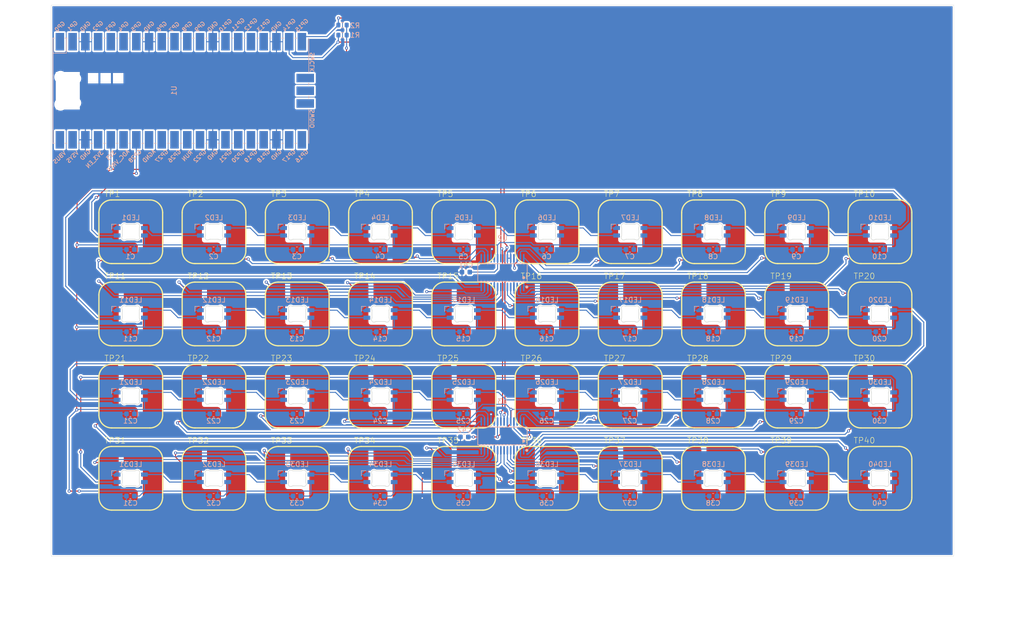
<source format=kicad_pcb>
(kicad_pcb (version 20240108) (generator "pcbnew") (generator_version "8.0")
  (layers (0 "F.Cu" signal) (31 "B.Cu" signal) (34 "B.Paste" user) (35 "F.Paste" user) (36 "B.SilkS" user "B.Silkscreen") (37 "F.SilkS" user "F.Silkscreen") (38 "B.Mask" user) (39 "F.Mask" user) (44 "Edge.Cuts" user))
  (net 0 "")
  (net 1 "/NEOPIXEL_DATA")
  (net 2 "GND")
  (net 3 "+3V3")
  (net 4 "Net-(LED1-DOUT)")
  (net 5 "Net-(LED2-DOUT)")
  (net 6 "Net-(LED3-DOUT)")
  (net 7 "Net-(LED4-DOUT)")
  (net 8 "Net-(LED5-DOUT)")
  (net 9 "Net-(LED6-DOUT)")
  (net 10 "Net-(LED7-DOUT)")
  (net 11 "Net-(LED8-DOUT)")
  (net 12 "Net-(LED10-DIN)")
  (net 13 "Net-(LED10-DOUT)")
  (net 14 "Net-(LED11-DOUT)")
  (net 15 "Net-(LED12-DOUT)")
  (net 16 "Net-(LED13-DOUT)")
  (net 17 "Net-(LED14-DOUT)")
  (net 18 "Net-(LED15-DOUT)")
  (net 19 "Net-(LED16-DOUT)")
  (net 20 "Net-(LED17-DOUT)")
  (net 21 "Net-(LED18-DOUT)")
  (net 22 "Net-(LED19-DOUT)")
  (net 23 "Net-(LED20-DOUT)")
  (net 24 "Net-(LED21-DOUT)")
  (net 25 "Net-(LED22-DOUT)")
  (net 26 "Net-(LED23-DOUT)")
  (net 27 "Net-(LED24-DOUT)")
  (net 28 "Net-(LED25-DOUT)")
  (net 29 "Net-(LED26-DOUT)")
  (net 30 "Net-(LED27-DOUT)")
  (net 31 "Net-(LED28-DOUT)")
  (net 32 "Net-(LED29-DOUT)")
  (net 33 "Net-(LED30-DOUT)")
  (net 34 "Net-(LED31-DOUT)")
  (net 35 "Net-(LED32-DOUT)")
  (net 36 "Net-(LED33-DOUT)")
  (net 37 "Net-(LED34-DOUT)")
  (net 38 "Net-(LED35-DOUT)")
  (net 39 "Net-(LED36-DOUT)")
  (net 40 "Net-(LED37-DOUT)")
  (net 41 "Net-(LED38-DOUT)")
  (net 42 "Net-(LED39-DOUT)")
  (net 47 "/tp1")
  (net 48 "/tp2")
  (net 49 "/tp3")
  (net 50 "/tp4")
  (net 51 "/tp5")
  (net 52 "/tp6")
  (net 53 "/tp7")
  (net 54 "/tp8")
  (net 55 "/tp9")
  (net 56 "/tp10")
  (net 57 "/tp25")
  (net 58 "/tp26")
  (net 59 "/tp27")
  (net 60 "/tp28")
  (net 61 "/tp29")
  (net 62 "/tp30")
  (net 63 "/tp35")
  (net 64 "/tp36")
  (net 65 "/tp37")
  (net 66 "/tp38")
  (net 67 "/tp39")
  (net 68 "/tp40")
  (net 100 "/TOUCH_SDA")
  (net 101 "/TOUCH_SCL")
  (net 102 "/tp24")
  (net 103 "/tp22")
  (net 104 "/tp23")
  (net 105 "/tp11")
  (net 106 "/tp12")
  (net 107 "/tp13")
  (net 108 "/tp14")
  (net 109 "/tp15")
  (net 110 "/tp16")
  (net 111 "/tp17")
  (net 112 "/tp18")
  (net 113 "/tp19")
  (net 114 "/tp20")
  (net 115 "/tp21")
  (net 116 "/tp31")
  (net 117 "/tp32")
  (net 118 "/tp33")
  (net 119 "/tp34")
  (footprint "todbot_eagle2023:TOUCHPAD_KEY_0.5IN_LEDHOLE" (layer "F.Cu") (at 52.875 103.05)
    (property "Reference" "TP21")
    (property "Value" "Capacitive_Button")
  )
  (footprint "todbot_eagle2023:TOUCHPAD_KEY_0.5IN_LEDHOLE" (layer "F.Cu") (at 102.675 119.45)
    (property "Reference" "TP34")
    (property "Value" "Capacitive_Button")
  )
  (footprint "todbot_eagle2023:TOUCHPAD_KEY_0.5IN_LEDHOLE" (layer "F.Cu") (at 86.075 70.25)
    (property "Reference" "TP3")
    (property "Value" "Capacitive_Button")
  )
  (footprint "todbot_eagle2023:TOUCHPAD_KEY_0.5IN_LEDHOLE" (layer "F.Cu") (at 69.475 86.65)
    (property "Reference" "TP12")
    (property "Value" "Capacitive_Button")
  )
  (footprint "todbot_eagle2023:TOUCHPAD_KEY_0.5IN_LEDHOLE" (layer "F.Cu") (at 86.075 103.05)
    (property "Reference" "TP23")
    (property "Value" "Capacitive_Button")
  )
  (footprint "todbot_eagle2023:TOUCHPAD_KEY_0.5IN_LEDHOLE" (layer "F.Cu") (at 102.675 103.05)
    (property "Reference" "TP24")
    (property "Value" "Capacitive_Button")
  )
  (footprint "todbot_eagle2023:TOUCHPAD_KEY_0.5IN_LEDHOLE" (layer "F.Cu") (at 119.275 103.05)
    (property "Reference" "TP25")
    (property "Value" "Capacitive_Button")
  )
  (footprint "todbot_eagle2023:TOUCHPAD_KEY_0.5IN_LEDHOLE" (layer "F.Cu") (at 152.475 103.05)
    (property "Reference" "TP27")
    (property "Value" "Capacitive_Button")
  )
  (footprint "todbot_eagle2023:TOUCHPAD_KEY_0.5IN_LEDHOLE" (layer "F.Cu") (at 52.875 119.45)
    (property "Reference" "TP31")
    (property "Value" "Capacitive_Button")
  )
  (footprint "todbot_eagle2023:TOUCHPAD_KEY_0.5IN_LEDHOLE" (layer "F.Cu") (at 185.675 119.45)
    (property "Reference" "TP39")
    (property "Value" "Capacitive_Button")
  )
  (footprint "todbot_eagle2023:TOUCHPAD_KEY_0.5IN_LEDHOLE" (layer "F.Cu") (at 152.475 86.65)
    (property "Reference" "TP17")
    (property "Value" "Capacitive_Button")
  )
  (footprint "todbot_eagle2023:TOUCHPAD_KEY_0.5IN_LEDHOLE" (layer "F.Cu") (at 185.675 70.25)
    (property "Reference" "TP9")
    (property "Value" "Capacitive_Button")
  )
  (footprint "todbot_eagle2023:TOUCHPAD_KEY_0.5IN_LEDHOLE" (layer "F.Cu") (at 185.675 86.65)
    (property "Reference" "TP19")
    (property "Value" "Capacitive_Button")
  )
  (footprint "todbot_eagle2023:TOUCHPAD_KEY_0.5IN_LEDHOLE" (layer "F.Cu") (at 169.075 70.25)
    (property "Reference" "TP8")
    (property "Value" "Capacitive_Button")
  )
  (footprint "todbot_eagle2023:TOUCHPAD_KEY_0.5IN_LEDHOLE" (layer "F.Cu") (at 119.275 70.25)
    (property "Reference" "TP5")
    (property "Value" "Capacitive_Button")
  )
  (footprint "todbot_eagle2023:TOUCHPAD_KEY_0.5IN_LEDHOLE" (layer "F.Cu") (at 202.275 119.45)
    (property "Reference" "TP40")
    (property "Value" "Capacitive_Button")
  )
  (footprint "todbot_eagle2023:TOUCHPAD_KEY_0.5IN_LEDHOLE" (layer "F.Cu") (at 152.475 119.45)
    (property "Reference" "TP37")
    (property "Value" "Capacitive_Button")
  )
  (footprint "todbot_eagle2023:TOUCHPAD_KEY_0.5IN_LEDHOLE" (layer "F.Cu") (at 86.075 86.65)
    (property "Reference" "TP13")
    (property "Value" "Capacitive_Button")
  )
  (footprint "todbot_eagle2023:TOUCHPAD_KEY_0.5IN_LEDHOLE" (layer "F.Cu") (at 69.475 103.05)
    (property "Reference" "TP22")
    (property "Value" "Capacitive_Button")
  )
  (footprint "todbot_eagle2023:TOUCHPAD_KEY_0.5IN_LEDHOLE" (layer "F.Cu") (at 135.875 70.25)
    (property "Reference" "TP6")
    (property "Value" "Capacitive_Button")
  )
  (footprint "todbot_eagle2023:TOUCHPAD_KEY_0.5IN_LEDHOLE" (layer "F.Cu") (at 202.275 86.65)
    (property "Reference" "TP20")
    (property "Value" "Capacitive_Button")
  )
  (footprint "todbot_eagle2023:TOUCHPAD_KEY_0.5IN_LEDHOLE" (layer "F.Cu") (at 135.875 86.65)
    (property "Reference" "TP16")
    (property "Value" "Capacitive_Button")
  )
  (footprint "todbot_eagle2023:TOUCHPAD_KEY_0.5IN_LEDHOLE" (layer "F.Cu") (at 69.475 119.45)
    (property "Reference" "TP32")
    (property "Value" "Capacitive_Button")
  )
  (footprint "todbot_eagle2023:TOUCHPAD_KEY_0.5IN_LEDHOLE" (layer "F.Cu") (at 202.275 70.25)
    (property "Reference" "TP10")
    (property "Value" "Capacitive_Button")
  )
  (footprint "todbot_eagle2023:TOUCHPAD_KEY_0.5IN_LEDHOLE" (layer "F.Cu") (at 119.275 119.45)
    (property "Reference" "TP35")
    (property "Value" "Capacitive_Button")
  )
  (footprint "todbot_eagle2023:TOUCHPAD_KEY_0.5IN_LEDHOLE" (layer "F.Cu") (at 169.075 103.05)
    (property "Reference" "TP28")
    (property "Value" "Capacitive_Button")
  )
  (footprint "todbot_eagle2023:TOUCHPAD_KEY_0.5IN_LEDHOLE" (layer "F.Cu") (at 52.875 70.25)
    (property "Reference" "TP1")
    (property "Value" "Capacitive_Button")
  )
  (footprint "todbot_eagle2023:TOUCHPAD_KEY_0.5IN_LEDHOLE" (layer "F.Cu") (at 202.275 103.05)
    (property "Reference" "TP30")
    (property "Value" "Capacitive_Button")
  )
  (footprint "todbot_eagle2023:TOUCHPAD_KEY_0.5IN_LEDHOLE" (layer "F.Cu") (at 135.875 103.05)
    (property "Reference" "TP26")
    (property "Value" "Capacitive_Button")
  )
  (footprint "todbot_eagle2023:TOUCHPAD_KEY_0.5IN_LEDHOLE" (layer "F.Cu") (at 169.075 119.45)
    (property "Reference" "TP38")
    (property "Value" "Capacitive_Button")
  )
  (footprint "todbot_eagle2023:TOUCHPAD_KEY_0.5IN_LEDHOLE" (layer "F.Cu") (at 152.475 70.25)
    (property "Reference" "TP7")
    (property "Value" "Capacitive_Button")
  )
  (footprint "todbot_eagle2023:TOUCHPAD_KEY_0.5IN_LEDHOLE" (layer "F.Cu") (at 102.675 70.25)
    (property "Reference" "TP4")
    (property "Value" "Capacitive_Button")
  )
  (footprint "todbot_eagle2023:TOUCHPAD_KEY_0.5IN_LEDHOLE" (layer "F.Cu") (at 52.875 86.65)
    (property "Reference" "TP11")
    (property "Value" "Capacitive_Button")
  )
  (footprint "todbot_eagle2023:TOUCHPAD_KEY_0.5IN_LEDHOLE" (layer "F.Cu") (at 119.275 86.65)
    (property "Reference" "TP15")
    (property "Value" "Capacitive_Button")
  )
  (footprint "todbot_eagle2023:TOUCHPAD_KEY_0.5IN_LEDHOLE" (layer "F.Cu") (at 185.675 103.05)
    (property "Reference" "TP29")
    (property "Value" "Capacitive_Button")
  )
  (footprint "todbot_eagle2023:TOUCHPAD_KEY_0.5IN_LEDHOLE" (layer "F.Cu") (at 169.075 86.65)
    (property "Reference" "TP18")
    (property "Value" "Capacitive_Button")
  )
  (footprint "todbot_eagle2023:TOUCHPAD_KEY_0.5IN_LEDHOLE" (layer "F.Cu") (at 135.875 119.45)
    (property "Reference" "TP36")
    (property "Value" "Capacitive_Button")
  )
  (footprint "todbot_eagle2023:TOUCHPAD_KEY_0.5IN_LEDHOLE" (layer "F.Cu") (at 69.475 70.25)
    (property "Reference" "TP2")
    (property "Value" "Capacitive_Button")
  )
  (footprint "todbot_eagle2023:TOUCHPAD_KEY_0.5IN_LEDHOLE" (layer "F.Cu") (at 102.675 86.65)
    (property "Reference" "TP14")
    (property "Value" "Capacitive_Button")
  )
  (footprint "todbot_eagle2023:TOUCHPAD_KEY_0.5IN_LEDHOLE" (layer "F.Cu") (at 86.075 119.45)
    (property "Reference" "TP33")
    (property "Value" "Capacitive_Button")
  )
  (footprint "Capacitor_SMD:C_0603_1608Metric" (layer "B.Cu") (at 86 123 180)
    (property "Reference" "C33")
    (property "Value" "100n")
  )
  (footprint "easyeda2kicad:TSSOP-28_L9.7-W4.4-P0.65-LS6.4-BL" (layer "B.Cu") (at 127 111 180)
    (property "Reference" "U3")
    (property "Value" "TS20")
  )
  (footprint "PCM_marbastlib-various:LED_6028R" (layer "B.Cu") (at 185.675 103.05)
    (property "Reference" "LED29")
    (property "Value" "SK6812MINI-E")
    (fp_line (start -1.699999 -0.702841) (end -1.699999 0.702843) (stroke (width 0.1)) (layer "Edge.Cuts"))
    (fp_line (start -0.794453 1.5) (end 0.794452 1.5) (stroke (width 0.1)) (layer "Edge.Cuts"))
    (fp_line (start 0.794452 -1.499999) (end -0.794452 -1.499999) (stroke (width 0.1)) (layer "Edge.Cuts"))
    (fp_line (start 1.699999 0.702843) (end 1.699999 -0.702841) (stroke (width 0.1)) (layer "Edge.Cuts"))
    (fp_arc (start -1.749484 -0.91972) (mid -1.712527 -0.814067) (end -1.699999 -0.702841) (stroke (width 0.1)) (layer "Edge.Cuts"))
    (fp_arc (start -1.749484 -0.919718) (mid -1.638072 -1.504034) (end -1.046711 -1.568298) (stroke (width 0.1)) (layer "Edge.Cuts"))
    (fp_arc (start -1.699999 0.702844) (mid -1.712527 0.814069) (end -1.749484 0.919721) (stroke (width 0.1)) (layer "Edge.Cuts"))
    (fp_arc (start -1.046711 1.568298) (mid -1.638071 1.504035) (end -1.749484 0.919721) (stroke (width 0.1)) (layer "Edge.Cuts"))
    (fp_arc (start -1.046711 1.568298) (mid -0.925123 1.517376) (end -0.794453 1.5) (stroke (width 0.1)) (layer "Edge.Cuts"))
    (fp_arc (start -0.794452 -1.499999) (mid -0.925123 -1.517376) (end -1.046711 -1.568298) (stroke (width 0.1)) (layer "Edge.Cuts"))
    (fp_arc (start 0.794453 1.500001) (mid 0.925123 1.517378) (end 1.046711 1.5683) (stroke (width 0.1)) (layer "Edge.Cuts"))
    (fp_arc (start 1.04671 -1.568298) (mid 0.925122 -1.517376) (end 0.794452 -1.499999) (stroke (width 0.1)) (layer "Edge.Cuts"))
    (fp_arc (start 1.046711 -1.568296) (mid 1.638069 -1.504034) (end 1.749484 -0.91972) (stroke (width 0.1)) (layer "Edge.Cuts"))
    (fp_arc (start 1.699999 -0.702842) (mid 1.712536 -0.814066) (end 1.749484 -0.91972) (stroke (width 0.1)) (layer "Edge.Cuts"))
    (fp_arc (start 1.749484 0.919721) (mid 1.638072 1.504036) (end 1.046711 1.5683) (stroke (width 0.1)) (layer "Edge.Cuts"))
    (fp_arc (start 1.749484 0.919721) (mid 1.71254 0.814067) (end 1.699999 0.702843) (stroke (width 0.1)) (layer "Edge.Cuts"))
  )
  (footprint "Capacitor_SMD:C_0603_1608Metric" (layer "B.Cu") (at 119.2 90.2 180)
    (property "Reference" "C15")
    (property "Value" "100n")
  )
  (footprint "PCM_marbastlib-various:LED_6028R" (layer "B.Cu") (at 119.275 119.45)
    (property "Reference" "LED35")
    (property "Value" "SK6812MINI-E")
    (fp_line (start -1.699999 -0.702841) (end -1.699999 0.702843) (stroke (width 0.1)) (layer "Edge.Cuts"))
    (fp_line (start -0.794453 1.5) (end 0.794452 1.5) (stroke (width 0.1)) (layer "Edge.Cuts"))
    (fp_line (start 0.794452 -1.499999) (end -0.794452 -1.499999) (stroke (width 0.1)) (layer "Edge.Cuts"))
    (fp_line (start 1.699999 0.702843) (end 1.699999 -0.702841) (stroke (width 0.1)) (layer "Edge.Cuts"))
    (fp_arc (start -1.749484 -0.91972) (mid -1.712527 -0.814067) (end -1.699999 -0.702841) (stroke (width 0.1)) (layer "Edge.Cuts"))
    (fp_arc (start -1.749484 -0.919718) (mid -1.638072 -1.504034) (end -1.046711 -1.568298) (stroke (width 0.1)) (layer "Edge.Cuts"))
    (fp_arc (start -1.699999 0.702844) (mid -1.712527 0.814069) (end -1.749484 0.919721) (stroke (width 0.1)) (layer "Edge.Cuts"))
    (fp_arc (start -1.046711 1.568298) (mid -1.638071 1.504035) (end -1.749484 0.919721) (stroke (width 0.1)) (layer "Edge.Cuts"))
    (fp_arc (start -1.046711 1.568298) (mid -0.925123 1.517376) (end -0.794453 1.5) (stroke (width 0.1)) (layer "Edge.Cuts"))
    (fp_arc (start -0.794452 -1.499999) (mid -0.925123 -1.517376) (end -1.046711 -1.568298) (stroke (width 0.1)) (layer "Edge.Cuts"))
    (fp_arc (start 0.794453 1.500001) (mid 0.925123 1.517378) (end 1.046711 1.5683) (stroke (width 0.1)) (layer "Edge.Cuts"))
    (fp_arc (start 1.04671 -1.568298) (mid 0.925122 -1.517376) (end 0.794452 -1.499999) (stroke (width 0.1)) (layer "Edge.Cuts"))
    (fp_arc (start 1.046711 -1.568296) (mid 1.638069 -1.504034) (end 1.749484 -0.91972) (stroke (width 0.1)) (layer "Edge.Cuts"))
    (fp_arc (start 1.699999 -0.702842) (mid 1.712536 -0.814066) (end 1.749484 -0.91972) (stroke (width 0.1)) (layer "Edge.Cuts"))
    (fp_arc (start 1.749484 0.919721) (mid 1.638072 1.504036) (end 1.046711 1.5683) (stroke (width 0.1)) (layer "Edge.Cuts"))
    (fp_arc (start 1.749484 0.919721) (mid 1.71254 0.814067) (end 1.699999 0.702843) (stroke (width 0.1)) (layer "Edge.Cuts"))
  )
  (footprint "PCM_marbastlib-various:LED_6028R" (layer "B.Cu") (at 119.275 70.25)
    (property "Reference" "LED5")
    (property "Value" "SK6812MINI-E")
    (fp_line (start -1.699999 -0.702841) (end -1.699999 0.702843) (stroke (width 0.1)) (layer "Edge.Cuts"))
    (fp_line (start -0.794453 1.5) (end 0.794452 1.5) (stroke (width 0.1)) (layer "Edge.Cuts"))
    (fp_line (start 0.794452 -1.499999) (end -0.794452 -1.499999) (stroke (width 0.1)) (layer "Edge.Cuts"))
    (fp_line (start 1.699999 0.702843) (end 1.699999 -0.702841) (stroke (width 0.1)) (layer "Edge.Cuts"))
    (fp_arc (start -1.749484 -0.91972) (mid -1.712527 -0.814067) (end -1.699999 -0.702841) (stroke (width 0.1)) (layer "Edge.Cuts"))
    (fp_arc (start -1.749484 -0.919718) (mid -1.638072 -1.504034) (end -1.046711 -1.568298) (stroke (width 0.1)) (layer "Edge.Cuts"))
    (fp_arc (start -1.699999 0.702844) (mid -1.712527 0.814069) (end -1.749484 0.919721) (stroke (width 0.1)) (layer "Edge.Cuts"))
    (fp_arc (start -1.046711 1.568298) (mid -1.638071 1.504035) (end -1.749484 0.919721) (stroke (width 0.1)) (layer "Edge.Cuts"))
    (fp_arc (start -1.046711 1.568298) (mid -0.925123 1.517376) (end -0.794453 1.5) (stroke (width 0.1)) (layer "Edge.Cuts"))
    (fp_arc (start -0.794452 -1.499999) (mid -0.925123 -1.517376) (end -1.046711 -1.568298) (stroke (width 0.1)) (layer "Edge.Cuts"))
    (fp_arc (start 0.794453 1.500001) (mid 0.925123 1.517378) (end 1.046711 1.5683) (stroke (width 0.1)) (layer "Edge.Cuts"))
    (fp_arc (start 1.04671 -1.568298) (mid 0.925122 -1.517376) (end 0.794452 -1.499999) (stroke (width 0.1)) (layer "Edge.Cuts"))
    (fp_arc (start 1.046711 -1.568296) (mid 1.638069 -1.504034) (end 1.749484 -0.91972) (stroke (width 0.1)) (layer "Edge.Cuts"))
    (fp_arc (start 1.699999 -0.702842) (mid 1.712536 -0.814066) (end 1.749484 -0.91972) (stroke (width 0.1)) (layer "Edge.Cuts"))
    (fp_arc (start 1.749484 0.919721) (mid 1.638072 1.504036) (end 1.046711 1.5683) (stroke (width 0.1)) (layer "Edge.Cuts"))
    (fp_arc (start 1.749484 0.919721) (mid 1.71254 0.814067) (end 1.699999 0.702843) (stroke (width 0.1)) (layer "Edge.Cuts"))
  )
  (footprint "Capacitor_SMD:C_0603_1608Metric" (layer "B.Cu") (at 135.8 123 180)
    (property "Reference" "C36")
    (property "Value" "100n")
  )
  (footprint "Capacitor_SMD:C_0603_1608Metric" (layer "B.Cu") (at 169 106.6 180)
    (property "Reference" "C28")
    (property "Value" "100n")
  )
  (footprint "PCM_marbastlib-various:LED_6028R" (layer "B.Cu") (at 169.075 119.45)
    (property "Reference" "LED38")
    (property "Value" "SK6812MINI-E")
    (fp_line (start -1.699999 -0.702841) (end -1.699999 0.702843) (stroke (width 0.1)) (layer "Edge.Cuts"))
    (fp_line (start -0.794453 1.5) (end 0.794452 1.5) (stroke (width 0.1)) (layer "Edge.Cuts"))
    (fp_line (start 0.794452 -1.499999) (end -0.794452 -1.499999) (stroke (width 0.1)) (layer "Edge.Cuts"))
    (fp_line (start 1.699999 0.702843) (end 1.699999 -0.702841) (stroke (width 0.1)) (layer "Edge.Cuts"))
    (fp_arc (start -1.749484 -0.91972) (mid -1.712527 -0.814067) (end -1.699999 -0.702841) (stroke (width 0.1)) (layer "Edge.Cuts"))
    (fp_arc (start -1.749484 -0.919718) (mid -1.638072 -1.504034) (end -1.046711 -1.568298) (stroke (width 0.1)) (layer "Edge.Cuts"))
    (fp_arc (start -1.699999 0.702844) (mid -1.712527 0.814069) (end -1.749484 0.919721) (stroke (width 0.1)) (layer "Edge.Cuts"))
    (fp_arc (start -1.046711 1.568298) (mid -1.638071 1.504035) (end -1.749484 0.919721) (stroke (width 0.1)) (layer "Edge.Cuts"))
    (fp_arc (start -1.046711 1.568298) (mid -0.925123 1.517376) (end -0.794453 1.5) (stroke (width 0.1)) (layer "Edge.Cuts"))
    (fp_arc (start -0.794452 -1.499999) (mid -0.925123 -1.517376) (end -1.046711 -1.568298) (stroke (width 0.1)) (layer "Edge.Cuts"))
    (fp_arc (start 0.794453 1.500001) (mid 0.925123 1.517378) (end 1.046711 1.5683) (stroke (width 0.1)) (layer "Edge.Cuts"))
    (fp_arc (start 1.04671 -1.568298) (mid 0.925122 -1.517376) (end 0.794452 -1.499999) (stroke (width 0.1)) (layer "Edge.Cuts"))
    (fp_arc (start 1.046711 -1.568296) (mid 1.638069 -1.504034) (end 1.749484 -0.91972) (stroke (width 0.1)) (layer "Edge.Cuts"))
    (fp_arc (start 1.699999 -0.702842) (mid 1.712536 -0.814066) (end 1.749484 -0.91972) (stroke (width 0.1)) (layer "Edge.Cuts"))
    (fp_arc (start 1.749484 0.919721) (mid 1.638072 1.504036) (end 1.046711 1.5683) (stroke (width 0.1)) (layer "Edge.Cuts"))
    (fp_arc (start 1.749484 0.919721) (mid 1.71254 0.814067) (end 1.699999 0.702843) (stroke (width 0.1)) (layer "Edge.Cuts"))
  )
  (footprint "PCM_marbastlib-various:LED_6028R" (layer "B.Cu") (at 135.875 103.05)
    (property "Reference" "LED26")
    (property "Value" "SK6812MINI-E")
    (fp_line (start -1.699999 -0.702841) (end -1.699999 0.702843) (stroke (width 0.1)) (layer "Edge.Cuts"))
    (fp_line (start -0.794453 1.5) (end 0.794452 1.5) (stroke (width 0.1)) (layer "Edge.Cuts"))
    (fp_line (start 0.794452 -1.499999) (end -0.794452 -1.499999) (stroke (width 0.1)) (layer "Edge.Cuts"))
    (fp_line (start 1.699999 0.702843) (end 1.699999 -0.702841) (stroke (width 0.1)) (layer "Edge.Cuts"))
    (fp_arc (start -1.749484 -0.91972) (mid -1.712527 -0.814067) (end -1.699999 -0.702841) (stroke (width 0.1)) (layer "Edge.Cuts"))
    (fp_arc (start -1.749484 -0.919718) (mid -1.638072 -1.504034) (end -1.046711 -1.568298) (stroke (width 0.1)) (layer "Edge.Cuts"))
    (fp_arc (start -1.699999 0.702844) (mid -1.712527 0.814069) (end -1.749484 0.919721) (stroke (width 0.1)) (layer "Edge.Cuts"))
    (fp_arc (start -1.046711 1.568298) (mid -1.638071 1.504035) (end -1.749484 0.919721) (stroke (width 0.1)) (layer "Edge.Cuts"))
    (fp_arc (start -1.046711 1.568298) (mid -0.925123 1.517376) (end -0.794453 1.5) (stroke (width 0.1)) (layer "Edge.Cuts"))
    (fp_arc (start -0.794452 -1.499999) (mid -0.925123 -1.517376) (end -1.046711 -1.568298) (stroke (width 0.1)) (layer "Edge.Cuts"))
    (fp_arc (start 0.794453 1.500001) (mid 0.925123 1.517378) (end 1.046711 1.5683) (stroke (width 0.1)) (layer "Edge.Cuts"))
    (fp_arc (start 1.04671 -1.568298) (mid 0.925122 -1.517376) (end 0.794452 -1.499999) (stroke (width 0.1)) (layer "Edge.Cuts"))
    (fp_arc (start 1.046711 -1.568296) (mid 1.638069 -1.504034) (end 1.749484 -0.91972) (stroke (width 0.1)) (layer "Edge.Cuts"))
    (fp_arc (start 1.699999 -0.702842) (mid 1.712536 -0.814066) (end 1.749484 -0.91972) (stroke (width 0.1)) (layer "Edge.Cuts"))
    (fp_arc (start 1.749484 0.919721) (mid 1.638072 1.504036) (end 1.046711 1.5683) (stroke (width 0.1)) (layer "Edge.Cuts"))
    (fp_arc (start 1.749484 0.919721) (mid 1.71254 0.814067) (end 1.699999 0.702843) (stroke (width 0.1)) (layer "Edge.Cuts"))
  )
  (footprint "Capacitor_SMD:C_0603_1608Metric" (layer "B.Cu") (at 86 106.6 180)
    (property "Reference" "C23")
    (property "Value" "100n")
  )
  (footprint "Resistor_SMD:R_0603_1608Metric" (layer "B.Cu") (at 95.1 31 180)
    (property "Reference" "R1")
    (property "Value" "4.7k")
  )
  (footprint "Capacitor_SMD:C_0603_1608Metric" (layer "B.Cu") (at 169 90.2 180)
    (property "Reference" "C18")
    (property "Value" "100n")
  )
  (footprint "Capacitor_SMD:C_0603_1608Metric" (layer "B.Cu") (at 52.8 90.2 180)
    (property "Reference" "C11")
    (property "Value" "100n")
  )
  (footprint "Capacitor_SMD:C_0603_1608Metric" (layer "B.Cu") (at 119.7 78.3 180)
    (property "Reference" "C41")
    (property "Value" "1uF")
  )
  (footprint "Capacitor_SMD:C_0603_1608Metric" (layer "B.Cu") (at 119.4 111.2 180)
    (property "Reference" "C42")
    (property "Value" "1uF")
  )
  (footprint "Capacitor_SMD:C_0603_1608Metric" (layer "B.Cu") (at 102.6 73.8 180)
    (property "Reference" "C4")
    (property "Value" "100n")
  )
  (footprint "Capacitor_SMD:C_0603_1608Metric" (layer "B.Cu") (at 52.8 106.6 180)
    (property "Reference" "C21")
    (property "Value" "100n")
  )
  (footprint "PCM_marbastlib-various:LED_6028R" (layer "B.Cu") (at 135.875 86.65)
    (property "Reference" "LED16")
    (property "Value" "SK6812MINI-E")
    (fp_line (start -1.699999 -0.702841) (end -1.699999 0.702843) (stroke (width 0.1)) (layer "Edge.Cuts"))
    (fp_line (start -0.794453 1.5) (end 0.794452 1.5) (stroke (width 0.1)) (layer "Edge.Cuts"))
    (fp_line (start 0.794452 -1.499999) (end -0.794452 -1.499999) (stroke (width 0.1)) (layer "Edge.Cuts"))
    (fp_line (start 1.699999 0.702843) (end 1.699999 -0.702841) (stroke (width 0.1)) (layer "Edge.Cuts"))
    (fp_arc (start -1.749484 -0.91972) (mid -1.712527 -0.814067) (end -1.699999 -0.702841) (stroke (width 0.1)) (layer "Edge.Cuts"))
    (fp_arc (start -1.749484 -0.919718) (mid -1.638072 -1.504034) (end -1.046711 -1.568298) (stroke (width 0.1)) (layer "Edge.Cuts"))
    (fp_arc (start -1.699999 0.702844) (mid -1.712527 0.814069) (end -1.749484 0.919721) (stroke (width 0.1)) (layer "Edge.Cuts"))
    (fp_arc (start -1.046711 1.568298) (mid -1.638071 1.504035) (end -1.749484 0.919721) (stroke (width 0.1)) (layer "Edge.Cuts"))
    (fp_arc (start -1.046711 1.568298) (mid -0.925123 1.517376) (end -0.794453 1.5) (stroke (width 0.1)) (layer "Edge.Cuts"))
    (fp_arc (start -0.794452 -1.499999) (mid -0.925123 -1.517376) (end -1.046711 -1.568298) (stroke (width 0.1)) (layer "Edge.Cuts"))
    (fp_arc (start 0.794453 1.500001) (mid 0.925123 1.517378) (end 1.046711 1.5683) (stroke (width 0.1)) (layer "Edge.Cuts"))
    (fp_arc (start 1.04671 -1.568298) (mid 0.925122 -1.517376) (end 0.794452 -1.499999) (stroke (width 0.1)) (layer "Edge.Cuts"))
    (fp_arc (start 1.046711 -1.568296) (mid 1.638069 -1.504034) (end 1.749484 -0.91972) (stroke (width 0.1)) (layer "Edge.Cuts"))
    (fp_arc (start 1.699999 -0.702842) (mid 1.712536 -0.814066) (end 1.749484 -0.91972) (stroke (width 0.1)) (layer "Edge.Cuts"))
    (fp_arc (start 1.749484 0.919721) (mid 1.638072 1.504036) (end 1.046711 1.5683) (stroke (width 0.1)) (layer "Edge.Cuts"))
    (fp_arc (start 1.749484 0.919721) (mid 1.71254 0.814067) (end 1.699999 0.702843) (stroke (width 0.1)) (layer "Edge.Cuts"))
  )
  (footprint "PCM_marbastlib-various:LED_6028R" (layer "B.Cu") (at 69.475 70.25)
    (property "Reference" "LED2")
    (property "Value" "SK6812MINI-E")
    (fp_line (start -1.699999 -0.702841) (end -1.699999 0.702843) (stroke (width 0.1)) (layer "Edge.Cuts"))
    (fp_line (start -0.794453 1.5) (end 0.794452 1.5) (stroke (width 0.1)) (layer "Edge.Cuts"))
    (fp_line (start 0.794452 -1.499999) (end -0.794452 -1.499999) (stroke (width 0.1)) (layer "Edge.Cuts"))
    (fp_line (start 1.699999 0.702843) (end 1.699999 -0.702841) (stroke (width 0.1)) (layer "Edge.Cuts"))
    (fp_arc (start -1.749484 -0.91972) (mid -1.712527 -0.814067) (end -1.699999 -0.702841) (stroke (width 0.1)) (layer "Edge.Cuts"))
    (fp_arc (start -1.749484 -0.919718) (mid -1.638072 -1.504034) (end -1.046711 -1.568298) (stroke (width 0.1)) (layer "Edge.Cuts"))
    (fp_arc (start -1.699999 0.702844) (mid -1.712527 0.814069) (end -1.749484 0.919721) (stroke (width 0.1)) (layer "Edge.Cuts"))
    (fp_arc (start -1.046711 1.568298) (mid -1.638071 1.504035) (end -1.749484 0.919721) (stroke (width 0.1)) (layer "Edge.Cuts"))
    (fp_arc (start -1.046711 1.568298) (mid -0.925123 1.517376) (end -0.794453 1.5) (stroke (width 0.1)) (layer "Edge.Cuts"))
    (fp_arc (start -0.794452 -1.499999) (mid -0.925123 -1.517376) (end -1.046711 -1.568298) (stroke (width 0.1)) (layer "Edge.Cuts"))
    (fp_arc (start 0.794453 1.500001) (mid 0.925123 1.517378) (end 1.046711 1.5683) (stroke (width 0.1)) (layer "Edge.Cuts"))
    (fp_arc (start 1.04671 -1.568298) (mid 0.925122 -1.517376) (end 0.794452 -1.499999) (stroke (width 0.1)) (layer "Edge.Cuts"))
    (fp_arc (start 1.046711 -1.568296) (mid 1.638069 -1.504034) (end 1.749484 -0.91972) (stroke (width 0.1)) (layer "Edge.Cuts"))
    (fp_arc (start 1.699999 -0.702842) (mid 1.712536 -0.814066) (end 1.749484 -0.91972) (stroke (width 0.1)) (layer "Edge.Cuts"))
    (fp_arc (start 1.749484 0.919721) (mid 1.638072 1.504036) (end 1.046711 1.5683) (stroke (width 0.1)) (layer "Edge.Cuts"))
    (fp_arc (start 1.749484 0.919721) (mid 1.71254 0.814067) (end 1.699999 0.702843) (stroke (width 0.1)) (layer "Edge.Cuts"))
  )
  (footprint "PCM_marbastlib-various:LED_6028R" (layer "B.Cu") (at 102.675 70.25)
    (property "Reference" "LED4")
    (property "Value" "SK6812MINI-E")
    (fp_line (start -1.699999 -0.702841) (end -1.699999 0.702843) (stroke (width 0.1)) (layer "Edge.Cuts"))
    (fp_line (start -0.794453 1.5) (end 0.794452 1.5) (stroke (width 0.1)) (layer "Edge.Cuts"))
    (fp_line (start 0.794452 -1.499999) (end -0.794452 -1.499999) (stroke (width 0.1)) (layer "Edge.Cuts"))
    (fp_line (start 1.699999 0.702843) (end 1.699999 -0.702841) (stroke (width 0.1)) (layer "Edge.Cuts"))
    (fp_arc (start -1.749484 -0.91972) (mid -1.712527 -0.814067) (end -1.699999 -0.702841) (stroke (width 0.1)) (layer "Edge.Cuts"))
    (fp_arc (start -1.749484 -0.919718) (mid -1.638072 -1.504034) (end -1.046711 -1.568298) (stroke (width 0.1)) (layer "Edge.Cuts"))
    (fp_arc (start -1.699999 0.702844) (mid -1.712527 0.814069) (end -1.749484 0.919721) (stroke (width 0.1)) (layer "Edge.Cuts"))
    (fp_arc (start -1.046711 1.568298) (mid -1.638071 1.504035) (end -1.749484 0.919721) (stroke (width 0.1)) (layer "Edge.Cuts"))
    (fp_arc (start -1.046711 1.568298) (mid -0.925123 1.517376) (end -0.794453 1.5) (stroke (width 0.1)) (layer "Edge.Cuts"))
    (fp_arc (start -0.794452 -1.499999) (mid -0.925123 -1.517376) (end -1.046711 -1.568298) (stroke (width 0.1)) (layer "Edge.Cuts"))
    (fp_arc (start 0.794453 1.500001) (mid 0.925123 1.517378) (end 1.046711 1.5683) (stroke (width 0.1)) (layer "Edge.Cuts"))
    (fp_arc (start 1.04671 -1.568298) (mid 0.925122 -1.517376) (end 0.794452 -1.499999) (stroke (width 0.1)) (layer "Edge.Cuts"))
    (fp_arc (start 1.046711 -1.568296) (mid 1.638069 -1.504034) (end 1.749484 -0.91972) (stroke (width 0.1)) (layer "Edge.Cuts"))
    (fp_arc (start 1.699999 -0.702842) (mid 1.712536 -0.814066) (end 1.749484 -0.91972) (stroke (width 0.1)) (layer "Edge.Cuts"))
    (fp_arc (start 1.749484 0.919721) (mid 1.638072 1.504036) (end 1.046711 1.5683) (stroke (width 0.1)) (layer "Edge.Cuts"))
    (fp_arc (start 1.749484 0.919721) (mid 1.71254 0.814067) (end 1.699999 0.702843) (stroke (width 0.1)) (layer "Edge.Cuts"))
  )
  (footprint "PCM_marbastlib-various:LED_6028R" (layer "B.Cu") (at 152.475 119.45)
    (property "Reference" "LED37")
    (property "Value" "SK6812MINI-E")
    (fp_line (start -1.699999 -0.702841) (end -1.699999 0.702843) (stroke (width 0.1)) (layer "Edge.Cuts"))
    (fp_line (start -0.794453 1.5) (end 0.794452 1.5) (stroke (width 0.1)) (layer "Edge.Cuts"))
    (fp_line (start 0.794452 -1.499999) (end -0.794452 -1.499999) (stroke (width 0.1)) (layer "Edge.Cuts"))
    (fp_line (start 1.699999 0.702843) (end 1.699999 -0.702841) (stroke (width 0.1)) (layer "Edge.Cuts"))
    (fp_arc (start -1.749484 -0.91972) (mid -1.712527 -0.814067) (end -1.699999 -0.702841) (stroke (width 0.1)) (layer "Edge.Cuts"))
    (fp_arc (start -1.749484 -0.919718) (mid -1.638072 -1.504034) (end -1.046711 -1.568298) (stroke (width 0.1)) (layer "Edge.Cuts"))
    (fp_arc (start -1.699999 0.702844) (mid -1.712527 0.814069) (end -1.749484 0.919721) (stroke (width 0.1)) (layer "Edge.Cuts"))
    (fp_arc (start -1.046711 1.568298) (mid -1.638071 1.504035) (end -1.749484 0.919721) (stroke (width 0.1)) (layer "Edge.Cuts"))
    (fp_arc (start -1.046711 1.568298) (mid -0.925123 1.517376) (end -0.794453 1.5) (stroke (width 0.1)) (layer "Edge.Cuts"))
    (fp_arc (start -0.794452 -1.499999) (mid -0.925123 -1.517376) (end -1.046711 -1.568298) (stroke (width 0.1)) (layer "Edge.Cuts"))
    (fp_arc (start 0.794453 1.500001) (mid 0.925123 1.517378) (end 1.046711 1.5683) (stroke (width 0.1)) (layer "Edge.Cuts"))
    (fp_arc (start 1.04671 -1.568298) (mid 0.925122 -1.517376) (end 0.794452 -1.499999) (stroke (width 0.1)) (layer "Edge.Cuts"))
    (fp_arc (start 1.046711 -1.568296) (mid 1.638069 -1.504034) (end 1.749484 -0.91972) (stroke (width 0.1)) (layer "Edge.Cuts"))
    (fp_arc (start 1.699999 -0.702842) (mid 1.712536 -0.814066) (end 1.749484 -0.91972) (stroke (width 0.1)) (layer "Edge.Cuts"))
    (fp_arc (start 1.749484 0.919721) (mid 1.638072 1.504036) (end 1.046711 1.5683) (stroke (width 0.1)) (layer "Edge.Cuts"))
    (fp_arc (start 1.749484 0.919721) (mid 1.71254 0.814067) (end 1.699999 0.702843) (stroke (width 0.1)) (layer "Edge.Cuts"))
  )
  (footprint "Capacitor_SMD:C_0603_1608Metric" (layer "B.Cu") (at 169 123 180)
    (property "Reference" "C38")
    (property "Value" "100n")
  )
  (footprint "PCM_marbastlib-various:LED_6028R" (layer "B.Cu") (at 52.875 119.45)
    (property "Reference" "LED31")
    (property "Value" "SK6812MINI-E")
    (fp_line (start -1.699999 -0.702841) (end -1.699999 0.702843) (stroke (width 0.1)) (layer "Edge.Cuts"))
    (fp_line (start -0.794453 1.5) (end 0.794452 1.5) (stroke (width 0.1)) (layer "Edge.Cuts"))
    (fp_line (start 0.794452 -1.499999) (end -0.794452 -1.499999) (stroke (width 0.1)) (layer "Edge.Cuts"))
    (fp_line (start 1.699999 0.702843) (end 1.699999 -0.702841) (stroke (width 0.1)) (layer "Edge.Cuts"))
    (fp_arc (start -1.749484 -0.91972) (mid -1.712527 -0.814067) (end -1.699999 -0.702841) (stroke (width 0.1)) (layer "Edge.Cuts"))
    (fp_arc (start -1.749484 -0.919718) (mid -1.638072 -1.504034) (end -1.046711 -1.568298) (stroke (width 0.1)) (layer "Edge.Cuts"))
    (fp_arc (start -1.699999 0.702844) (mid -1.712527 0.814069) (end -1.749484 0.919721) (stroke (width 0.1)) (layer "Edge.Cuts"))
    (fp_arc (start -1.046711 1.568298) (mid -1.638071 1.504035) (end -1.749484 0.919721) (stroke (width 0.1)) (layer "Edge.Cuts"))
    (fp_arc (start -1.046711 1.568298) (mid -0.925123 1.517376) (end -0.794453 1.5) (stroke (width 0.1)) (layer "Edge.Cuts"))
    (fp_arc (start -0.794452 -1.499999) (mid -0.925123 -1.517376) (end -1.046711 -1.568298) (stroke (width 0.1)) (layer "Edge.Cuts"))
    (fp_arc (start 0.794453 1.500001) (mid 0.925123 1.517378) (end 1.046711 1.5683) (stroke (width 0.1)) (layer "Edge.Cuts"))
    (fp_arc (start 1.04671 -1.568298) (mid 0.925122 -1.517376) (end 0.794452 -1.499999) (stroke (width 0.1)) (layer "Edge.Cuts"))
    (fp_arc (start 1.046711 -1.568296) (mid 1.638069 -1.504034) (end 1.749484 -0.91972) (stroke (width 0.1)) (layer "Edge.Cuts"))
    (fp_arc (start 1.699999 -0.702842) (mid 1.712536 -0.814066) (end 1.749484 -0.91972) (stroke (width 0.1)) (layer "Edge.Cuts"))
    (fp_arc (start 1.749484 0.919721) (mid 1.638072 1.504036) (end 1.046711 1.5683) (stroke (width 0.1)) (layer "Edge.Cuts"))
    (fp_arc (start 1.749484 0.919721) (mid 1.71254 0.814067) (end 1.699999 0.702843) (stroke (width 0.1)) (layer "Edge.Cuts"))
  )
  (footprint "PCM_marbastlib-various:LED_6028R" (layer "B.Cu") (at 185.675 119.45)
    (property "Reference" "LED39")
    (property "Value" "SK6812MINI-E")
    (fp_line (start -1.699999 -0.702841) (end -1.699999 0.702843) (stroke (width 0.1)) (layer "Edge.Cuts"))
    (fp_line (start -0.794453 1.5) (end 0.794452 1.5) (stroke (width 0.1)) (layer "Edge.Cuts"))
    (fp_line (start 0.794452 -1.499999) (end -0.794452 -1.499999) (stroke (width 0.1)) (layer "Edge.Cuts"))
    (fp_line (start 1.699999 0.702843) (end 1.699999 -0.702841) (stroke (width 0.1)) (layer "Edge.Cuts"))
    (fp_arc (start -1.749484 -0.91972) (mid -1.712527 -0.814067) (end -1.699999 -0.702841) (stroke (width 0.1)) (layer "Edge.Cuts"))
    (fp_arc (start -1.749484 -0.919718) (mid -1.638072 -1.504034) (end -1.046711 -1.568298) (stroke (width 0.1)) (layer "Edge.Cuts"))
    (fp_arc (start -1.699999 0.702844) (mid -1.712527 0.814069) (end -1.749484 0.919721) (stroke (width 0.1)) (layer "Edge.Cuts"))
    (fp_arc (start -1.046711 1.568298) (mid -1.638071 1.504035) (end -1.749484 0.919721) (stroke (width 0.1)) (layer "Edge.Cuts"))
    (fp_arc (start -1.046711 1.568298) (mid -0.925123 1.517376) (end -0.794453 1.5) (stroke (width 0.1)) (layer "Edge.Cuts"))
    (fp_arc (start -0.794452 -1.499999) (mid -0.925123 -1.517376) (end -1.046711 -1.568298) (stroke (width 0.1)) (layer "Edge.Cuts"))
    (fp_arc (start 0.794453 1.500001) (mid 0.925123 1.517378) (end 1.046711 1.5683) (stroke (width 0.1)) (layer "Edge.Cuts"))
    (fp_arc (start 1.04671 -1.568298) (mid 0.925122 -1.517376) (end 0.794452 -1.499999) (stroke (width 0.1)) (layer "Edge.Cuts"))
    (fp_arc (start 1.046711 -1.568296) (mid 1.638069 -1.504034) (end 1.749484 -0.91972) (stroke (width 0.1)) (layer "Edge.Cuts"))
    (fp_arc (start 1.699999 -0.702842) (mid 1.712536 -0.814066) (end 1.749484 -0.91972) (stroke (width 0.1)) (layer "Edge.Cuts"))
    (fp_arc (start 1.749484 0.919721) (mid 1.638072 1.504036) (end 1.046711 1.5683) (stroke (width 0.1)) (layer "Edge.Cuts"))
    (fp_arc (start 1.749484 0.919721) (mid 1.71254 0.814067) (end 1.699999 0.702843) (stroke (width 0.1)) (layer "Edge.Cuts"))
  )
  (footprint "Capacitor_SMD:C_0603_1608Metric" (layer "B.Cu") (at 69.4 106.6 180)
    (property "Reference" "C22")
    (property "Value" "100n")
  )
  (footprint "Capacitor_SMD:C_0603_1608Metric" (layer "B.Cu") (at 119.2 106.6 180)
    (property "Reference" "C25")
    (property "Value" "100n")
  )
  (footprint "PCM_marbastlib-various:LED_6028R" (layer "B.Cu") (at 86.075 70.25)
    (property "Reference" "LED3")
    (property "Value" "SK6812MINI-E")
    (fp_line (start -1.699999 -0.702841) (end -1.699999 0.702843) (stroke (width 0.1)) (layer "Edge.Cuts"))
    (fp_line (start -0.794453 1.5) (end 0.794452 1.5) (stroke (width 0.1)) (layer "Edge.Cuts"))
    (fp_line (start 0.794452 -1.499999) (end -0.794452 -1.499999) (stroke (width 0.1)) (layer "Edge.Cuts"))
    (fp_line (start 1.699999 0.702843) (end 1.699999 -0.702841) (stroke (width 0.1)) (layer "Edge.Cuts"))
    (fp_arc (start -1.749484 -0.91972) (mid -1.712527 -0.814067) (end -1.699999 -0.702841) (stroke (width 0.1)) (layer "Edge.Cuts"))
    (fp_arc (start -1.749484 -0.919718) (mid -1.638072 -1.504034) (end -1.046711 -1.568298) (stroke (width 0.1)) (layer "Edge.Cuts"))
    (fp_arc (start -1.699999 0.702844) (mid -1.712527 0.814069) (end -1.749484 0.919721) (stroke (width 0.1)) (layer "Edge.Cuts"))
    (fp_arc (start -1.046711 1.568298) (mid -1.638071 1.504035) (end -1.749484 0.919721) (stroke (width 0.1)) (layer "Edge.Cuts"))
    (fp_arc (start -1.046711 1.568298) (mid -0.925123 1.517376) (end -0.794453 1.5) (stroke (width 0.1)) (layer "Edge.Cuts"))
    (fp_arc (start -0.794452 -1.499999) (mid -0.925123 -1.517376) (end -1.046711 -1.568298) (stroke (width 0.1)) (layer "Edge.Cuts"))
    (fp_arc (start 0.794453 1.500001) (mid 0.925123 1.517378) (end 1.046711 1.5683) (stroke (width 0.1)) (layer "Edge.Cuts"))
    (fp_arc (start 1.04671 -1.568298) (mid 0.925122 -1.517376) (end 0.794452 -1.499999) (stroke (width 0.1)) (layer "Edge.Cuts"))
    (fp_arc (start 1.046711 -1.568296) (mid 1.638069 -1.504034) (end 1.749484 -0.91972) (stroke (width 0.1)) (layer "Edge.Cuts"))
    (fp_arc (start 1.699999 -0.702842) (mid 1.712536 -0.814066) (end 1.749484 -0.91972) (stroke (width 0.1)) (layer "Edge.Cuts"))
    (fp_arc (start 1.749484 0.919721) (mid 1.638072 1.504036) (end 1.046711 1.5683) (stroke (width 0.1)) (layer "Edge.Cuts"))
    (fp_arc (start 1.749484 0.919721) (mid 1.71254 0.814067) (end 1.699999 0.702843) (stroke (width 0.1)) (layer "Edge.Cuts"))
  )
  (footprint "Capacitor_SMD:C_0603_1608Metric" (layer "B.Cu") (at 135.8 106.6 180)
    (property "Reference" "C26")
    (property "Value" "100n")
  )
  (footprint "PCM_marbastlib-various:LED_6028R" (layer "B.Cu") (at 169.075 103.05)
    (property "Reference" "LED28")
    (property "Value" "SK6812MINI-E")
    (fp_line (start -1.699999 -0.702841) (end -1.699999 0.702843) (stroke (width 0.1)) (layer "Edge.Cuts"))
    (fp_line (start -0.794453 1.5) (end 0.794452 1.5) (stroke (width 0.1)) (layer "Edge.Cuts"))
    (fp_line (start 0.794452 -1.499999) (end -0.794452 -1.499999) (stroke (width 0.1)) (layer "Edge.Cuts"))
    (fp_line (start 1.699999 0.702843) (end 1.699999 -0.702841) (stroke (width 0.1)) (layer "Edge.Cuts"))
    (fp_arc (start -1.749484 -0.91972) (mid -1.712527 -0.814067) (end -1.699999 -0.702841) (stroke (width 0.1)) (layer "Edge.Cuts"))
    (fp_arc (start -1.749484 -0.919718) (mid -1.638072 -1.504034) (end -1.046711 -1.568298) (stroke (width 0.1)) (layer "Edge.Cuts"))
    (fp_arc (start -1.699999 0.702844) (mid -1.712527 0.814069) (end -1.749484 0.919721) (stroke (width 0.1)) (layer "Edge.Cuts"))
    (fp_arc (start -1.046711 1.568298) (mid -1.638071 1.504035) (end -1.749484 0.919721) (stroke (width 0.1)) (layer "Edge.Cuts"))
    (fp_arc (start -1.046711 1.568298) (mid -0.925123 1.517376) (end -0.794453 1.5) (stroke (width 0.1)) (layer "Edge.Cuts"))
    (fp_arc (start -0.794452 -1.499999) (mid -0.925123 -1.517376) (end -1.046711 -1.568298) (stroke (width 0.1)) (layer "Edge.Cuts"))
    (fp_arc (start 0.794453 1.500001) (mid 0.925123 1.517378) (end 1.046711 1.5683) (stroke (width 0.1)) (layer "Edge.Cuts"))
    (fp_arc (start 1.04671 -1.568298) (mid 0.925122 -1.517376) (end 0.794452 -1.499999) (stroke (width 0.1)) (layer "Edge.Cuts"))
    (fp_arc (start 1.046711 -1.568296) (mid 1.638069 -1.504034) (end 1.749484 -0.91972) (stroke (width 0.1)) (layer "Edge.Cuts"))
    (fp_arc (start 1.699999 -0.702842) (mid 1.712536 -0.814066) (end 1.749484 -0.91972) (stroke (width 0.1)) (layer "Edge.Cuts"))
    (fp_arc (start 1.749484 0.919721) (mid 1.638072 1.504036) (end 1.046711 1.5683) (stroke (width 0.1)) (layer "Edge.Cuts"))
    (fp_arc (start 1.749484 0.919721) (mid 1.71254 0.814067) (end 1.699999 0.702843) (stroke (width 0.1)) (layer "Edge.Cuts"))
  )
  (footprint "Capacitor_SMD:C_0603_1608Metric" (layer "B.Cu") (at 185.6 123 180)
    (property "Reference" "C39")
    (property "Value" "100n")
  )
  (footprint "Capacitor_SMD:C_0603_1608Metric" (layer "B.Cu") (at 202.2 90.2 180)
    (property "Reference" "C20")
    (property "Value" "100n")
  )
  (footprint "PCM_marbastlib-various:LED_6028R" (layer "B.Cu") (at 69.475 86.65)
    (property "Reference" "LED12")
    (property "Value" "SK6812MINI-E")
    (fp_line (start -1.699999 -0.702841) (end -1.699999 0.702843) (stroke (width 0.1)) (layer "Edge.Cuts"))
    (fp_line (start -0.794453 1.5) (end 0.794452 1.5) (stroke (width 0.1)) (layer "Edge.Cuts"))
    (fp_line (start 0.794452 -1.499999) (end -0.794452 -1.499999) (stroke (width 0.1)) (layer "Edge.Cuts"))
    (fp_line (start 1.699999 0.702843) (end 1.699999 -0.702841) (stroke (width 0.1)) (layer "Edge.Cuts"))
    (fp_arc (start -1.749484 -0.91972) (mid -1.712527 -0.814067) (end -1.699999 -0.702841) (stroke (width 0.1)) (layer "Edge.Cuts"))
    (fp_arc (start -1.749484 -0.919718) (mid -1.638072 -1.504034) (end -1.046711 -1.568298) (stroke (width 0.1)) (layer "Edge.Cuts"))
    (fp_arc (start -1.699999 0.702844) (mid -1.712527 0.814069) (end -1.749484 0.919721) (stroke (width 0.1)) (layer "Edge.Cuts"))
    (fp_arc (start -1.046711 1.568298) (mid -1.638071 1.504035) (end -1.749484 0.919721) (stroke (width 0.1)) (layer "Edge.Cuts"))
    (fp_arc (start -1.046711 1.568298) (mid -0.925123 1.517376) (end -0.794453 1.5) (stroke (width 0.1)) (layer "Edge.Cuts"))
    (fp_arc (start -0.794452 -1.499999) (mid -0.925123 -1.517376) (end -1.046711 -1.568298) (stroke (width 0.1)) (layer "Edge.Cuts"))
    (fp_arc (start 0.794453 1.500001) (mid 0.925123 1.517378) (end 1.046711 1.5683) (stroke (width 0.1)) (layer "Edge.Cuts"))
    (fp_arc (start 1.04671 -1.568298) (mid 0.925122 -1.517376) (end 0.794452 -1.499999) (stroke (width 0.1)) (layer "Edge.Cuts"))
    (fp_arc (start 1.046711 -1.568296) (mid 1.638069 -1.504034) (end 1.749484 -0.91972) (stroke (width 0.1)) (layer "Edge.Cuts"))
    (fp_arc (start 1.699999 -0.702842) (mid 1.712536 -0.814066) (end 1.749484 -0.91972) (stroke (width 0.1)) (layer "Edge.Cuts"))
    (fp_arc (start 1.749484 0.919721) (mid 1.638072 1.504036) (end 1.046711 1.5683) (stroke (width 0.1)) (layer "Edge.Cuts"))
    (fp_arc (start 1.749484 0.919721) (mid 1.71254 0.814067) (end 1.699999 0.702843) (stroke (width 0.1)) (layer "Edge.Cuts"))
  )
  (footprint "PCM_marbastlib-various:LED_6028R" (layer "B.Cu") (at 102.675 119.45)
    (property "Reference" "LED34")
    (property "Value" "SK6812MINI-E")
    (fp_line (start -1.699999 -0.702841) (end -1.699999 0.702843) (stroke (width 0.1)) (layer "Edge.Cuts"))
    (fp_line (start -0.794453 1.5) (end 0.794452 1.5) (stroke (width 0.1)) (layer "Edge.Cuts"))
    (fp_line (start 0.794452 -1.499999) (end -0.794452 -1.499999) (stroke (width 0.1)) (layer "Edge.Cuts"))
    (fp_line (start 1.699999 0.702843) (end 1.699999 -0.702841) (stroke (width 0.1)) (layer "Edge.Cuts"))
    (fp_arc (start -1.749484 -0.91972) (mid -1.712527 -0.814067) (end -1.699999 -0.702841) (stroke (width 0.1)) (layer "Edge.Cuts"))
    (fp_arc (start -1.749484 -0.919718) (mid -1.638072 -1.504034) (end -1.046711 -1.568298) (stroke (width 0.1)) (layer "Edge.Cuts"))
    (fp_arc (start -1.699999 0.702844) (mid -1.712527 0.814069) (end -1.749484 0.919721) (stroke (width 0.1)) (layer "Edge.Cuts"))
    (fp_arc (start -1.046711 1.568298) (mid -1.638071 1.504035) (end -1.749484 0.919721) (stroke (width 0.1)) (layer "Edge.Cuts"))
    (fp_arc (start -1.046711 1.568298) (mid -0.925123 1.517376) (end -0.794453 1.5) (stroke (width 0.1)) (layer "Edge.Cuts"))
    (fp_arc (start -0.794452 -1.499999) (mid -0.925123 -1.517376) (end -1.046711 -1.568298) (stroke (width 0.1)) (layer "Edge.Cuts"))
    (fp_arc (start 0.794453 1.500001) (mid 0.925123 1.517378) (end 1.046711 1.5683) (stroke (width 0.1)) (layer "Edge.Cuts"))
    (fp_arc (start 1.04671 -1.568298) (mid 0.925122 -1.517376) (end 0.794452 -1.499999) (stroke (width 0.1)) (layer "Edge.Cuts"))
    (fp_arc (start 1.046711 -1.568296) (mid 1.638069 -1.504034) (end 1.749484 -0.91972) (stroke (width 0.1)) (layer "Edge.Cuts"))
    (fp_arc (start 1.699999 -0.702842) (mid 1.712536 -0.814066) (end 1.749484 -0.91972) (stroke (width 0.1)) (layer "Edge.Cuts"))
    (fp_arc (start 1.749484 0.919721) (mid 1.638072 1.504036) (end 1.046711 1.5683) (stroke (width 0.1)) (layer "Edge.Cuts"))
    (fp_arc (start 1.749484 0.919721) (mid 1.71254 0.814067) (end 1.699999 0.702843) (stroke (width 0.1)) (layer "Edge.Cuts"))
  )
  (footprint "Capacitor_SMD:C_0603_1608Metric" (layer "B.Cu") (at 135.8 90.2 180)
    (property "Reference" "C16")
    (property "Value" "100n")
  )
  (footprint "Capacitor_SMD:C_0603_1608Metric" (layer "B.Cu") (at 202.2 123 180)
    (property "Reference" "C40")
    (property "Value" "100n")
  )
  (footprint "PCM_marbastlib-various:LED_6028R" (layer "B.Cu") (at 202.275 70.25)
    (property "Reference" "LED10")
    (property "Value" "SK6812MINI-E")
    (fp_line (start -1.699999 -0.702841) (end -1.699999 0.702843) (stroke (width 0.1)) (layer "Edge.Cuts"))
    (fp_line (start -0.794453 1.5) (end 0.794452 1.5) (stroke (width 0.1)) (layer "Edge.Cuts"))
    (fp_line (start 0.794452 -1.499999) (end -0.794452 -1.499999) (stroke (width 0.1)) (layer "Edge.Cuts"))
    (fp_line (start 1.699999 0.702843) (end 1.699999 -0.702841) (stroke (width 0.1)) (layer "Edge.Cuts"))
    (fp_arc (start -1.749484 -0.91972) (mid -1.712527 -0.814067) (end -1.699999 -0.702841) (stroke (width 0.1)) (layer "Edge.Cuts"))
    (fp_arc (start -1.749484 -0.919718) (mid -1.638072 -1.504034) (end -1.046711 -1.568298) (stroke (width 0.1)) (layer "Edge.Cuts"))
    (fp_arc (start -1.699999 0.702844) (mid -1.712527 0.814069) (end -1.749484 0.919721) (stroke (width 0.1)) (layer "Edge.Cuts"))
    (fp_arc (start -1.046711 1.568298) (mid -1.638071 1.504035) (end -1.749484 0.919721) (stroke (width 0.1)) (layer "Edge.Cuts"))
    (fp_arc (start -1.046711 1.568298) (mid -0.925123 1.517376) (end -0.794453 1.5) (stroke (width 0.1)) (layer "Edge.Cuts"))
    (fp_arc (start -0.794452 -1.499999) (mid -0.925123 -1.517376) (end -1.046711 -1.568298) (stroke (width 0.1)) (layer "Edge.Cuts"))
    (fp_arc (start 0.794453 1.500001) (mid 0.925123 1.517378) (end 1.046711 1.5683) (stroke (width 0.1)) (layer "Edge.Cuts"))
    (fp_arc (start 1.04671 -1.568298) (mid 0.925122 -1.517376) (end 0.794452 -1.499999) (stroke (width 0.1)) (layer "Edge.Cuts"))
    (fp_arc (start 1.046711 -1.568296) (mid 1.638069 -1.504034) (end 1.749484 -0.91972) (stroke (width 0.1)) (layer "Edge.Cuts"))
    (fp_arc (start 1.699999 -0.702842) (mid 1.712536 -0.814066) (end 1.749484 -0.91972) (stroke (width 0.1)) (layer "Edge.Cuts"))
    (fp_arc (start 1.749484 0.919721) (mid 1.638072 1.504036) (end 1.046711 1.5683) (stroke (width 0.1)) (layer "Edge.Cuts"))
    (fp_arc (start 1.749484 0.919721) (mid 1.71254 0.814067) (end 1.699999 0.702843) (stroke (width 0.1)) (layer "Edge.Cuts"))
  )
  (footprint "PCM_marbastlib-various:LED_6028R" (layer "B.Cu") (at 69.475 119.45)
    (property "Reference" "LED32")
    (property "Value" "SK6812MINI-E")
    (fp_line (start -1.699999 -0.702841) (end -1.699999 0.702843) (stroke (width 0.1)) (layer "Edge.Cuts"))
    (fp_line (start -0.794453 1.5) (end 0.794452 1.5) (stroke (width 0.1)) (layer "Edge.Cuts"))
    (fp_line (start 0.794452 -1.499999) (end -0.794452 -1.499999) (stroke (width 0.1)) (layer "Edge.Cuts"))
    (fp_line (start 1.699999 0.702843) (end 1.699999 -0.702841) (stroke (width 0.1)) (layer "Edge.Cuts"))
    (fp_arc (start -1.749484 -0.91972) (mid -1.712527 -0.814067) (end -1.699999 -0.702841) (stroke (width 0.1)) (layer "Edge.Cuts"))
    (fp_arc (start -1.749484 -0.919718) (mid -1.638072 -1.504034) (end -1.046711 -1.568298) (stroke (width 0.1)) (layer "Edge.Cuts"))
    (fp_arc (start -1.699999 0.702844) (mid -1.712527 0.814069) (end -1.749484 0.919721) (stroke (width 0.1)) (layer "Edge.Cuts"))
    (fp_arc (start -1.046711 1.568298) (mid -1.638071 1.504035) (end -1.749484 0.919721) (stroke (width 0.1)) (layer "Edge.Cuts"))
    (fp_arc (start -1.046711 1.568298) (mid -0.925123 1.517376) (end -0.794453 1.5) (stroke (width 0.1)) (layer "Edge.Cuts"))
    (fp_arc (start -0.794452 -1.499999) (mid -0.925123 -1.517376) (end -1.046711 -1.568298) (stroke (width 0.1)) (layer "Edge.Cuts"))
    (fp_arc (start 0.794453 1.500001) (mid 0.925123 1.517378) (end 1.046711 1.5683) (stroke (width 0.1)) (layer "Edge.Cuts"))
    (fp_arc (start 1.04671 -1.568298) (mid 0.925122 -1.517376) (end 0.794452 -1.499999) (stroke (width 0.1)) (layer "Edge.Cuts"))
    (fp_arc (start 1.046711 -1.568296) (mid 1.638069 -1.504034) (end 1.749484 -0.91972) (stroke (width 0.1)) (layer "Edge.Cuts"))
    (fp_arc (start 1.699999 -0.702842) (mid 1.712536 -0.814066) (end 1.749484 -0.91972) (stroke (width 0.1)) (layer "Edge.Cuts"))
    (fp_arc (start 1.749484 0.919721) (mid 1.638072 1.504036) (end 1.046711 1.5683) (stroke (width 0.1)) (layer "Edge.Cuts"))
    (fp_arc (start 1.749484 0.919721) (mid 1.71254 0.814067) (end 1.699999 0.702843) (stroke (width 0.1)) (layer "Edge.Cuts"))
  )
  (footprint "Capacitor_SMD:C_0603_1608Metric" (layer "B.Cu") (at 52.8 73.8 180)
    (property "Reference" "C1")
    (property "Value" "100n")
  )
  (footprint "Capacitor_SMD:C_0603_1608Metric" (layer "B.Cu") (at 119.2 73.8 180)
    (property "Reference" "C5")
    (property "Value" "100n")
  )
  (footprint "Capacitor_SMD:C_0603_1608Metric" (layer "B.Cu") (at 52.8 123 180)
    (property "Reference" "C31")
    (property "Value" "100n")
  )
  (footprint "PCM_marbastlib-various:LED_6028R" (layer "B.Cu") (at 86.075 119.45)
    (property "Reference" "LED33")
    (property "Value" "SK6812MINI-E")
    (fp_line (start -1.699999 -0.702841) (end -1.699999 0.702843) (stroke (width 0.1)) (layer "Edge.Cuts"))
    (fp_line (start -0.794453 1.5) (end 0.794452 1.5) (stroke (width 0.1)) (layer "Edge.Cuts"))
    (fp_line (start 0.794452 -1.499999) (end -0.794452 -1.499999) (stroke (width 0.1)) (layer "Edge.Cuts"))
    (fp_line (start 1.699999 0.702843) (end 1.699999 -0.702841) (stroke (width 0.1)) (layer "Edge.Cuts"))
    (fp_arc (start -1.749484 -0.91972) (mid -1.712527 -0.814067) (end -1.699999 -0.702841) (stroke (width 0.1)) (layer "Edge.Cuts"))
    (fp_arc (start -1.749484 -0.919718) (mid -1.638072 -1.504034) (end -1.046711 -1.568298) (stroke (width 0.1)) (layer "Edge.Cuts"))
    (fp_arc (start -1.699999 0.702844) (mid -1.712527 0.814069) (end -1.749484 0.919721) (stroke (width 0.1)) (layer "Edge.Cuts"))
    (fp_arc (start -1.046711 1.568298) (mid -1.638071 1.504035) (end -1.749484 0.919721) (stroke (width 0.1)) (layer "Edge.Cuts"))
    (fp_arc (start -1.046711 1.568298) (mid -0.925123 1.517376) (end -0.794453 1.5) (stroke (width 0.1)) (layer "Edge.Cuts"))
    (fp_arc (start -0.794452 -1.499999) (mid -0.925123 -1.517376) (end -1.046711 -1.568298) (stroke (width 0.1)) (layer "Edge.Cuts"))
    (fp_arc (start 0.794453 1.500001) (mid 0.925123 1.517378) (end 1.046711 1.5683) (stroke (width 0.1)) (layer "Edge.Cuts"))
    (fp_arc (start 1.04671 -1.568298) (mid 0.925122 -1.517376) (end 0.794452 -1.499999) (stroke (width 0.1)) (layer "Edge.Cuts"))
    (fp_arc (start 1.046711 -1.568296) (mid 1.638069 -1.504034) (end 1.749484 -0.91972) (stroke (width 0.1)) (layer "Edge.Cuts"))
    (fp_arc (start 1.699999 -0.702842) (mid 1.712536 -0.814066) (end 1.749484 -0.91972) (stroke (width 0.1)) (layer "Edge.Cuts"))
    (fp_arc (start 1.749484 0.919721) (mid 1.638072 1.504036) (end 1.046711 1.5683) (stroke (width 0.1)) (layer "Edge.Cuts"))
    (fp_arc (start 1.749484 0.919721) (mid 1.71254 0.814067) (end 1.699999 0.702843) (stroke (width 0.1)) (layer "Edge.Cuts"))
  )
  (footprint "PCM_marbastlib-various:LED_6028R" (layer "B.Cu") (at 185.675 86.65)
    (property "Reference" "LED19")
    (property "Value" "SK6812MINI-E")
    (fp_line (start -1.699999 -0.702841) (end -1.699999 0.702843) (stroke (width 0.1)) (layer "Edge.Cuts"))
    (fp_line (start -0.794453 1.5) (end 0.794452 1.5) (stroke (width 0.1)) (layer "Edge.Cuts"))
    (fp_line (start 0.794452 -1.499999) (end -0.794452 -1.499999) (stroke (width 0.1)) (layer "Edge.Cuts"))
    (fp_line (start 1.699999 0.702843) (end 1.699999 -0.702841) (stroke (width 0.1)) (layer "Edge.Cuts"))
    (fp_arc (start -1.749484 -0.91972) (mid -1.712527 -0.814067) (end -1.699999 -0.702841) (stroke (width 0.1)) (layer "Edge.Cuts"))
    (fp_arc (start -1.749484 -0.919718) (mid -1.638072 -1.504034) (end -1.046711 -1.568298) (stroke (width 0.1)) (layer "Edge.Cuts"))
    (fp_arc (start -1.699999 0.702844) (mid -1.712527 0.814069) (end -1.749484 0.919721) (stroke (width 0.1)) (layer "Edge.Cuts"))
    (fp_arc (start -1.046711 1.568298) (mid -1.638071 1.504035) (end -1.749484 0.919721) (stroke (width 0.1)) (layer "Edge.Cuts"))
    (fp_arc (start -1.046711 1.568298) (mid -0.925123 1.517376) (end -0.794453 1.5) (stroke (width 0.1)) (layer "Edge.Cuts"))
    (fp_arc (start -0.794452 -1.499999) (mid -0.925123 -1.517376) (end -1.046711 -1.568298) (stroke (width 0.1)) (layer "Edge.Cuts"))
    (fp_arc (start 0.794453 1.500001) (mid 0.925123 1.517378) (end 1.046711 1.5683) (stroke (width 0.1)) (layer "Edge.Cuts"))
    (fp_arc (start 1.04671 -1.568298) (mid 0.925122 -1.517376) (end 0.794452 -1.499999) (stroke (width 0.1)) (layer "Edge.Cuts"))
    (fp_arc (start 1.046711 -1.568296) (mid 1.638069 -1.504034) (end 1.749484 -0.91972) (stroke (width 0.1)) (layer "Edge.Cuts"))
    (fp_arc (start 1.699999 -0.702842) (mid 1.712536 -0.814066) (end 1.749484 -0.91972) (stroke (width 0.1)) (layer "Edge.Cuts"))
    (fp_arc (start 1.749484 0.919721) (mid 1.638072 1.504036) (end 1.046711 1.5683) (stroke (width 0.1)) (layer "Edge.Cuts"))
    (fp_arc (start 1.749484 0.919721) (mid 1.71254 0.814067) (end 1.699999 0.702843) (stroke (width 0.1)) (layer "Edge.Cuts"))
  )
  (footprint "PCM_marbastlib-various:LED_6028R" (layer "B.Cu") (at 169.075 86.65)
    (property "Reference" "LED18")
    (property "Value" "SK6812MINI-E")
    (fp_line (start -1.699999 -0.702841) (end -1.699999 0.702843) (stroke (width 0.1)) (layer "Edge.Cuts"))
    (fp_line (start -0.794453 1.5) (end 0.794452 1.5) (stroke (width 0.1)) (layer "Edge.Cuts"))
    (fp_line (start 0.794452 -1.499999) (end -0.794452 -1.499999) (stroke (width 0.1)) (layer "Edge.Cuts"))
    (fp_line (start 1.699999 0.702843) (end 1.699999 -0.702841) (stroke (width 0.1)) (layer "Edge.Cuts"))
    (fp_arc (start -1.749484 -0.91972) (mid -1.712527 -0.814067) (end -1.699999 -0.702841) (stroke (width 0.1)) (layer "Edge.Cuts"))
    (fp_arc (start -1.749484 -0.919718) (mid -1.638072 -1.504034) (end -1.046711 -1.568298) (stroke (width 0.1)) (layer "Edge.Cuts"))
    (fp_arc (start -1.699999 0.702844) (mid -1.712527 0.814069) (end -1.749484 0.919721) (stroke (width 0.1)) (layer "Edge.Cuts"))
    (fp_arc (start -1.046711 1.568298) (mid -1.638071 1.504035) (end -1.749484 0.919721) (stroke (width 0.1)) (layer "Edge.Cuts"))
    (fp_arc (start -1.046711 1.568298) (mid -0.925123 1.517376) (end -0.794453 1.5) (stroke (width 0.1)) (layer "Edge.Cuts"))
    (fp_arc (start -0.794452 -1.499999) (mid -0.925123 -1.517376) (end -1.046711 -1.568298) (stroke (width 0.1)) (layer "Edge.Cuts"))
    (fp_arc (start 0.794453 1.500001) (mid 0.925123 1.517378) (end 1.046711 1.5683) (stroke (width 0.1)) (layer "Edge.Cuts"))
    (fp_arc (start 1.04671 -1.568298) (mid 0.925122 -1.517376) (end 0.794452 -1.499999) (stroke (width 0.1)) (layer "Edge.Cuts"))
    (fp_arc (start 1.046711 -1.568296) (mid 1.638069 -1.504034) (end 1.749484 -0.91972) (stroke (width 0.1)) (layer "Edge.Cuts"))
    (fp_arc (start 1.699999 -0.702842) (mid 1.712536 -0.814066) (end 1.749484 -0.91972) (stroke (width 0.1)) (layer "Edge.Cuts"))
    (fp_arc (start 1.749484 0.919721) (mid 1.638072 1.504036) (end 1.046711 1.5683) (stroke (width 0.1)) (layer "Edge.Cuts"))
    (fp_arc (start 1.749484 0.919721) (mid 1.71254 0.814067) (end 1.699999 0.702843) (stroke (width 0.1)) (layer "Edge.Cuts"))
  )
  (footprint "Capacitor_SMD:C_0603_1608Metric" (layer "B.Cu") (at 119.2 123 180)
    (property "Reference" "C35")
    (property "Value" "100n")
  )
  (footprint "PCM_marbastlib-various:LED_6028R" (layer "B.Cu") (at 69.475 103.05)
    (property "Reference" "LED22")
    (property "Value" "SK6812MINI-E")
    (fp_line (start -1.699999 -0.702841) (end -1.699999 0.702843) (stroke (width 0.1)) (layer "Edge.Cuts"))
    (fp_line (start -0.794453 1.5) (end 0.794452 1.5) (stroke (width 0.1)) (layer "Edge.Cuts"))
    (fp_line (start 0.794452 -1.499999) (end -0.794452 -1.499999) (stroke (width 0.1)) (layer "Edge.Cuts"))
    (fp_line (start 1.699999 0.702843) (end 1.699999 -0.702841) (stroke (width 0.1)) (layer "Edge.Cuts"))
    (fp_arc (start -1.749484 -0.91972) (mid -1.712527 -0.814067) (end -1.699999 -0.702841) (stroke (width 0.1)) (layer "Edge.Cuts"))
    (fp_arc (start -1.749484 -0.919718) (mid -1.638072 -1.504034) (end -1.046711 -1.568298) (stroke (width 0.1)) (layer "Edge.Cuts"))
    (fp_arc (start -1.699999 0.702844) (mid -1.712527 0.814069) (end -1.749484 0.919721) (stroke (width 0.1)) (layer "Edge.Cuts"))
    (fp_arc (start -1.046711 1.568298) (mid -1.638071 1.504035) (end -1.749484 0.919721) (stroke (width 0.1)) (layer "Edge.Cuts"))
    (fp_arc (start -1.046711 1.568298) (mid -0.925123 1.517376) (end -0.794453 1.5) (stroke (width 0.1)) (layer "Edge.Cuts"))
    (fp_arc (start -0.794452 -1.499999) (mid -0.925123 -1.517376) (end -1.046711 -1.568298) (stroke (width 0.1)) (layer "Edge.Cuts"))
    (fp_arc (start 0.794453 1.500001) (mid 0.925123 1.517378) (end 1.046711 1.5683) (stroke (width 0.1)) (layer "Edge.Cuts"))
    (fp_arc (start 1.04671 -1.568298) (mid 0.925122 -1.517376) (end 0.794452 -1.499999) (stroke (width 0.1)) (layer "Edge.Cuts"))
    (fp_arc (start 1.046711 -1.568296) (mid 1.638069 -1.504034) (end 1.749484 -0.91972) (stroke (width 0.1)) (layer "Edge.Cuts"))
    (fp_arc (start 1.699999 -0.702842) (mid 1.712536 -0.814066) (end 1.749484 -0.91972) (stroke (width 0.1)) (layer "Edge.Cuts"))
    (fp_arc (start 1.749484 0.919721) (mid 1.638072 1.504036) (end 1.046711 1.5683) (stroke (width 0.1)) (layer "Edge.Cuts"))
    (fp_arc (start 1.749484 0.919721) (mid 1.71254 0.814067) (end 1.699999 0.702843) (stroke (width 0.1)) (layer "Edge.Cuts"))
  )
  (footprint "PCM_marbastlib-various:LED_6028R" (layer "B.Cu") (at 86.075 103.05)
    (property "Reference" "LED23")
    (property "Value" "SK6812MINI-E")
    (fp_line (start -1.699999 -0.702841) (end -1.699999 0.702843) (stroke (width 0.1)) (layer "Edge.Cuts"))
    (fp_line (start -0.794453 1.5) (end 0.794452 1.5) (stroke (width 0.1)) (layer "Edge.Cuts"))
    (fp_line (start 0.794452 -1.499999) (end -0.794452 -1.499999) (stroke (width 0.1)) (layer "Edge.Cuts"))
    (fp_line (start 1.699999 0.702843) (end 1.699999 -0.702841) (stroke (width 0.1)) (layer "Edge.Cuts"))
    (fp_arc (start -1.749484 -0.91972) (mid -1.712527 -0.814067) (end -1.699999 -0.702841) (stroke (width 0.1)) (layer "Edge.Cuts"))
    (fp_arc (start -1.749484 -0.919718) (mid -1.638072 -1.504034) (end -1.046711 -1.568298) (stroke (width 0.1)) (layer "Edge.Cuts"))
    (fp_arc (start -1.699999 0.702844) (mid -1.712527 0.814069) (end -1.749484 0.919721) (stroke (width 0.1)) (layer "Edge.Cuts"))
    (fp_arc (start -1.046711 1.568298) (mid -1.638071 1.504035) (end -1.749484 0.919721) (stroke (width 0.1)) (layer "Edge.Cuts"))
    (fp_arc (start -1.046711 1.568298) (mid -0.925123 1.517376) (end -0.794453 1.5) (stroke (width 0.1)) (layer "Edge.Cuts"))
    (fp_arc (start -0.794452 -1.499999) (mid -0.925123 -1.517376) (end -1.046711 -1.568298) (stroke (width 0.1)) (layer "Edge.Cuts"))
    (fp_arc (start 0.794453 1.500001) (mid 0.925123 1.517378) (end 1.046711 1.5683) (stroke (width 0.1)) (layer "Edge.Cuts"))
    (fp_arc (start 1.04671 -1.568298) (mid 0.925122 -1.517376) (end 0.794452 -1.499999) (stroke (width 0.1)) (layer "Edge.Cuts"))
    (fp_arc (start 1.046711 -1.568296) (mid 1.638069 -1.504034) (end 1.749484 -0.91972) (stroke (width 0.1)) (layer "Edge.Cuts"))
    (fp_arc (start 1.699999 -0.702842) (mid 1.712536 -0.814066) (end 1.749484 -0.91972) (stroke (width 0.1)) (layer "Edge.Cuts"))
    (fp_arc (start 1.749484 0.919721) (mid 1.638072 1.504036) (end 1.046711 1.5683) (stroke (width 0.1)) (layer "Edge.Cuts"))
    (fp_arc (start 1.749484 0.919721) (mid 1.71254 0.814067) (end 1.699999 0.702843) (stroke (width 0.1)) (layer "Edge.Cuts"))
  )
  (footprint "Capacitor_SMD:C_0603_1608Metric" (layer "B.Cu") (at 86 90.2 180)
    (property "Reference" "C13")
    (property "Value" "100n")
  )
  (footprint "Resistor_SMD:R_0603_1608Metric" (layer "B.Cu") (at 95.1 29 180)
    (property "Reference" "R2")
    (property "Value" "4.7k")
  )
  (footprint "PCM_marbastlib-various:LED_6028R" (layer "B.Cu") (at 135.875 70.25)
    (property "Reference" "LED6")
    (property "Value" "SK6812MINI-E")
    (fp_line (start -1.699999 -0.702841) (end -1.699999 0.702843) (stroke (width 0.1)) (layer "Edge.Cuts"))
    (fp_line (start -0.794453 1.5) (end 0.794452 1.5) (stroke (width 0.1)) (layer "Edge.Cuts"))
    (fp_line (start 0.794452 -1.499999) (end -0.794452 -1.499999) (stroke (width 0.1)) (layer "Edge.Cuts"))
    (fp_line (start 1.699999 0.702843) (end 1.699999 -0.702841) (stroke (width 0.1)) (layer "Edge.Cuts"))
    (fp_arc (start -1.749484 -0.91972) (mid -1.712527 -0.814067) (end -1.699999 -0.702841) (stroke (width 0.1)) (layer "Edge.Cuts"))
    (fp_arc (start -1.749484 -0.919718) (mid -1.638072 -1.504034) (end -1.046711 -1.568298) (stroke (width 0.1)) (layer "Edge.Cuts"))
    (fp_arc (start -1.699999 0.702844) (mid -1.712527 0.814069) (end -1.749484 0.919721) (stroke (width 0.1)) (layer "Edge.Cuts"))
    (fp_arc (start -1.046711 1.568298) (mid -1.638071 1.504035) (end -1.749484 0.919721) (stroke (width 0.1)) (layer "Edge.Cuts"))
    (fp_arc (start -1.046711 1.568298) (mid -0.925123 1.517376) (end -0.794453 1.5) (stroke (width 0.1)) (layer "Edge.Cuts"))
    (fp_arc (start -0.794452 -1.499999) (mid -0.925123 -1.517376) (end -1.046711 -1.568298) (stroke (width 0.1)) (layer "Edge.Cuts"))
    (fp_arc (start 0.794453 1.500001) (mid 0.925123 1.517378) (end 1.046711 1.5683) (stroke (width 0.1)) (layer "Edge.Cuts"))
    (fp_arc (start 1.04671 -1.568298) (mid 0.925122 -1.517376) (end 0.794452 -1.499999) (stroke (width 0.1)) (layer "Edge.Cuts"))
    (fp_arc (start 1.046711 -1.568296) (mid 1.638069 -1.504034) (end 1.749484 -0.91972) (stroke (width 0.1)) (layer "Edge.Cuts"))
    (fp_arc (start 1.699999 -0.702842) (mid 1.712536 -0.814066) (end 1.749484 -0.91972) (stroke (width 0.1)) (layer "Edge.Cuts"))
    (fp_arc (start 1.749484 0.919721) (mid 1.638072 1.504036) (end 1.046711 1.5683) (stroke (width 0.1)) (layer "Edge.Cuts"))
    (fp_arc (start 1.749484 0.919721) (mid 1.71254 0.814067) (end 1.699999 0.702843) (stroke (width 0.1)) (layer "Edge.Cuts"))
  )
  (footprint "Capacitor_SMD:C_0603_1608Metric" (layer "B.Cu") (at 152.4 73.8 180)
    (property "Reference" "C7")
    (property "Value" "100n")
  )
  (footprint "PCM_marbastlib-various:LED_6028R" (layer "B.Cu") (at 86.075 86.65)
    (property "Reference" "LED13")
    (property "Value" "SK6812MINI-E")
    (fp_line (start -1.699999 -0.702841) (end -1.699999 0.702843) (stroke (width 0.1)) (layer "Edge.Cuts"))
    (fp_line (start -0.794453 1.5) (end 0.794452 1.5) (stroke (width 0.1)) (layer "Edge.Cuts"))
    (fp_line (start 0.794452 -1.499999) (end -0.794452 -1.499999) (stroke (width 0.1)) (layer "Edge.Cuts"))
    (fp_line (start 1.699999 0.702843) (end 1.699999 -0.702841) (stroke (width 0.1)) (layer "Edge.Cuts"))
    (fp_arc (start -1.749484 -0.91972) (mid -1.712527 -0.814067) (end -1.699999 -0.702841) (stroke (width 0.1)) (layer "Edge.Cuts"))
    (fp_arc (start -1.749484 -0.919718) (mid -1.638072 -1.504034) (end -1.046711 -1.568298) (stroke (width 0.1)) (layer "Edge.Cuts"))
    (fp_arc (start -1.699999 0.702844) (mid -1.712527 0.814069) (end -1.749484 0.919721) (stroke (width 0.1)) (layer "Edge.Cuts"))
    (fp_arc (start -1.046711 1.568298) (mid -1.638071 1.504035) (end -1.749484 0.919721) (stroke (width 0.1)) (layer "Edge.Cuts"))
    (fp_arc (start -1.046711 1.568298) (mid -0.925123 1.517376) (end -0.794453 1.5) (stroke (width 0.1)) (layer "Edge.Cuts"))
    (fp_arc (start -0.794452 -1.499999) (mid -0.925123 -1.517376) (end -1.046711 -1.568298) (stroke (width 0.1)) (layer "Edge.Cuts"))
    (fp_arc (start 0.794453 1.500001) (mid 0.925123 1.517378) (end 1.046711 1.5683) (stroke (width 0.1)) (layer "Edge.Cuts"))
    (fp_arc (start 1.04671 -1.568298) (mid 0.925122 -1.517376) (end 0.794452 -1.499999) (stroke (width 0.1)) (layer "Edge.Cuts"))
    (fp_arc (start 1.046711 -1.568296) (mid 1.638069 -1.504034) (end 1.749484 -0.91972) (stroke (width 0.1)) (layer "Edge.Cuts"))
    (fp_arc (start 1.699999 -0.702842) (mid 1.712536 -0.814066) (end 1.749484 -0.91972) (stroke (width 0.1)) (layer "Edge.Cuts"))
    (fp_arc (start 1.749484 0.919721) (mid 1.638072 1.504036) (end 1.046711 1.5683) (stroke (width 0.1)) (layer "Edge.Cuts"))
    (fp_arc (start 1.749484 0.919721) (mid 1.71254 0.814067) (end 1.699999 0.702843) (stroke (width 0.1)) (layer "Edge.Cuts"))
  )
  (footprint "PCM_marbastlib-various:LED_6028R" (layer "B.Cu") (at 52.875 70.25)
    (property "Reference" "LED1")
    (property "Value" "SK6812MINI-E")
    (fp_line (start -1.699999 -0.702841) (end -1.699999 0.702843) (stroke (width 0.1)) (layer "Edge.Cuts"))
    (fp_line (start -0.794453 1.5) (end 0.794452 1.5) (stroke (width 0.1)) (layer "Edge.Cuts"))
    (fp_line (start 0.794452 -1.499999) (end -0.794452 -1.499999) (stroke (width 0.1)) (layer "Edge.Cuts"))
    (fp_line (start 1.699999 0.702843) (end 1.699999 -0.702841) (stroke (width 0.1)) (layer "Edge.Cuts"))
    (fp_arc (start -1.749484 -0.91972) (mid -1.712527 -0.814067) (end -1.699999 -0.702841) (stroke (width 0.1)) (layer "Edge.Cuts"))
    (fp_arc (start -1.749484 -0.919718) (mid -1.638072 -1.504034) (end -1.046711 -1.568298) (stroke (width 0.1)) (layer "Edge.Cuts"))
    (fp_arc (start -1.699999 0.702844) (mid -1.712527 0.814069) (end -1.749484 0.919721) (stroke (width 0.1)) (layer "Edge.Cuts"))
    (fp_arc (start -1.046711 1.568298) (mid -1.638071 1.504035) (end -1.749484 0.919721) (stroke (width 0.1)) (layer "Edge.Cuts"))
    (fp_arc (start -1.046711 1.568298) (mid -0.925123 1.517376) (end -0.794453 1.5) (stroke (width 0.1)) (layer "Edge.Cuts"))
    (fp_arc (start -0.794452 -1.499999) (mid -0.925123 -1.517376) (end -1.046711 -1.568298) (stroke (width 0.1)) (layer "Edge.Cuts"))
    (fp_arc (start 0.794453 1.500001) (mid 0.925123 1.517378) (end 1.046711 1.5683) (stroke (width 0.1)) (layer "Edge.Cuts"))
    (fp_arc (start 1.04671 -1.568298) (mid 0.925122 -1.517376) (end 0.794452 -1.499999) (stroke (width 0.1)) (layer "Edge.Cuts"))
    (fp_arc (start 1.046711 -1.568296) (mid 1.638069 -1.504034) (end 1.749484 -0.91972) (stroke (width 0.1)) (layer "Edge.Cuts"))
    (fp_arc (start 1.699999 -0.702842) (mid 1.712536 -0.814066) (end 1.749484 -0.91972) (stroke (width 0.1)) (layer "Edge.Cuts"))
    (fp_arc (start 1.749484 0.919721) (mid 1.638072 1.504036) (end 1.046711 1.5683) (stroke (width 0.1)) (layer "Edge.Cuts"))
    (fp_arc (start 1.749484 0.919721) (mid 1.712534 0.814067) (end 1.699999 0.702843) (stroke (width 0.1)) (layer "Edge.Cuts"))
  )
  (footprint "Capacitor_SMD:C_0603_1608Metric" (layer "B.Cu") (at 185.6 90.2 180)
    (property "Reference" "C19")
    (property "Value" "100n")
  )
  (footprint "Capacitor_SMD:C_0603_1608Metric" (layer "B.Cu") (at 152.4 106.6 180)
    (property "Reference" "C27")
    (property "Value" "100n")
  )
  (footprint "Capacitor_SMD:C_0603_1608Metric" (layer "B.Cu") (at 152.4 90.2 180)
    (property "Reference" "C17")
    (property "Value" "100n")
  )
  (footprint "Capacitor_SMD:C_0603_1608Metric" (layer "B.Cu") (at 102.6 90.2 180)
    (property "Reference" "C14")
    (property "Value" "100n")
  )
  (footprint "Capacitor_SMD:C_0603_1608Metric" (layer "B.Cu") (at 102.6 106.6 180)
    (property "Reference" "C24")
    (property "Value" "100n")
  )
  (footprint "easyeda2kicad:TSSOP-28_L9.7-W4.4-P0.65-LS6.4-BL" (layer "B.Cu") (at 127 78.4 180)
    (property "Reference" "U2")
    (property "Value" "TS20")
  )
  (footprint "Capacitor_SMD:C_0603_1608Metric" (layer "B.Cu") (at 86 73.8 180)
    (property "Reference" "C3")
    (property "Value" "100n")
  )
  (footprint "PCM_marbastlib-various:LED_6028R" (layer "B.Cu") (at 102.675 86.65)
    (property "Reference" "LED14")
    (property "Value" "SK6812MINI-E")
    (fp_line (start -1.699999 -0.702841) (end -1.699999 0.702843) (stroke (width 0.1)) (layer "Edge.Cuts"))
    (fp_line (start -0.794453 1.5) (end 0.794452 1.5) (stroke (width 0.1)) (layer "Edge.Cuts"))
    (fp_line (start 0.794452 -1.499999) (end -0.794452 -1.499999) (stroke (width 0.1)) (layer "Edge.Cuts"))
    (fp_line (start 1.699999 0.702843) (end 1.699999 -0.702841) (stroke (width 0.1)) (layer "Edge.Cuts"))
    (fp_arc (start -1.749484 -0.91972) (mid -1.712527 -0.814067) (end -1.699999 -0.702841) (stroke (width 0.1)) (layer "Edge.Cuts"))
    (fp_arc (start -1.749484 -0.919718) (mid -1.638072 -1.504034) (end -1.046711 -1.568298) (stroke (width 0.1)) (layer "Edge.Cuts"))
    (fp_arc (start -1.699999 0.702844) (mid -1.712527 0.814069) (end -1.749484 0.919721) (stroke (width 0.1)) (layer "Edge.Cuts"))
    (fp_arc (start -1.046711 1.568298) (mid -1.638071 1.504035) (end -1.749484 0.919721) (stroke (width 0.1)) (layer "Edge.Cuts"))
    (fp_arc (start -1.046711 1.568298) (mid -0.925123 1.517376) (end -0.794453 1.5) (stroke (width 0.1)) (layer "Edge.Cuts"))
    (fp_arc (start -0.794452 -1.499999) (mid -0.925123 -1.517376) (end -1.046711 -1.568298) (stroke (width 0.1)) (layer "Edge.Cuts"))
    (fp_arc (start 0.794453 1.500001) (mid 0.925123 1.517378) (end 1.046711 1.5683) (stroke (width 0.1)) (layer "Edge.Cuts"))
    (fp_arc (start 1.04671 -1.568298) (mid 0.925122 -1.517376) (end 0.794452 -1.499999) (stroke (width 0.1)) (layer "Edge.Cuts"))
    (fp_arc (start 1.046711 -1.568296) (mid 1.638069 -1.504034) (end 1.749484 -0.91972) (stroke (width 0.1)) (layer "Edge.Cuts"))
    (fp_arc (start 1.699999 -0.702842) (mid 1.712536 -0.814066) (end 1.749484 -0.91972) (stroke (width 0.1)) (layer "Edge.Cuts"))
    (fp_arc (start 1.749484 0.919721) (mid 1.638072 1.504036) (end 1.046711 1.5683) (stroke (width 0.1)) (layer "Edge.Cuts"))
    (fp_arc (start 1.749484 0.919721) (mid 1.71254 0.814067) (end 1.699999 0.702843) (stroke (width 0.1)) (layer "Edge.Cuts"))
  )
  (footprint "PCM_marbastlib-various:LED_6028R" (layer "B.Cu") (at 119.275 103.05)
    (property "Reference" "LED25")
    (property "Value" "SK6812MINI-E")
    (fp_line (start -1.699999 -0.702841) (end -1.699999 0.702843) (stroke (width 0.1)) (layer "Edge.Cuts"))
    (fp_line (start -0.794453 1.5) (end 0.794452 1.5) (stroke (width 0.1)) (layer "Edge.Cuts"))
    (fp_line (start 0.794452 -1.499999) (end -0.794452 -1.499999) (stroke (width 0.1)) (layer "Edge.Cuts"))
    (fp_line (start 1.699999 0.702843) (end 1.699999 -0.702841) (stroke (width 0.1)) (layer "Edge.Cuts"))
    (fp_arc (start -1.749484 -0.91972) (mid -1.712527 -0.814067) (end -1.699999 -0.702841) (stroke (width 0.1)) (layer "Edge.Cuts"))
    (fp_arc (start -1.749484 -0.919718) (mid -1.638072 -1.504034) (end -1.046711 -1.568298) (stroke (width 0.1)) (layer "Edge.Cuts"))
    (fp_arc (start -1.699999 0.702844) (mid -1.712527 0.814069) (end -1.749484 0.919721) (stroke (width 0.1)) (layer "Edge.Cuts"))
    (fp_arc (start -1.046711 1.568298) (mid -1.638071 1.504035) (end -1.749484 0.919721) (stroke (width 0.1)) (layer "Edge.Cuts"))
    (fp_arc (start -1.046711 1.568298) (mid -0.925123 1.517376) (end -0.794453 1.5) (stroke (width 0.1)) (layer "Edge.Cuts"))
    (fp_arc (start -0.794452 -1.499999) (mid -0.925123 -1.517376) (end -1.046711 -1.568298) (stroke (width 0.1)) (layer "Edge.Cuts"))
    (fp_arc (start 0.794453 1.500001) (mid 0.925123 1.517378) (end 1.046711 1.5683) (stroke (width 0.1)) (layer "Edge.Cuts"))
    (fp_arc (start 1.04671 -1.568298) (mid 0.925122 -1.517376) (end 0.794452 -1.499999) (stroke (width 0.1)) (layer "Edge.Cuts"))
    (fp_arc (start 1.046711 -1.568296) (mid 1.638069 -1.504034) (end 1.749484 -0.91972) (stroke (width 0.1)) (layer "Edge.Cuts"))
    (fp_arc (start 1.699999 -0.702842) (mid 1.712536 -0.814066) (end 1.749484 -0.91972) (stroke (width 0.1)) (layer "Edge.Cuts"))
    (fp_arc (start 1.749484 0.919721) (mid 1.638072 1.504036) (end 1.046711 1.5683) (stroke (width 0.1)) (layer "Edge.Cuts"))
    (fp_arc (start 1.749484 0.919721) (mid 1.71254 0.814067) (end 1.699999 0.702843) (stroke (width 0.1)) (layer "Edge.Cuts"))
  )
  (footprint "Capacitor_SMD:C_0603_1608Metric" (layer "B.Cu") (at 69.4 73.8 180)
    (property "Reference" "C2")
    (property "Value" "100n")
  )
  (footprint "PCM_marbastlib-various:LED_6028R" (layer "B.Cu") (at 152.475 103.05)
    (property "Reference" "LED27")
    (property "Value" "SK6812MINI-E")
    (fp_line (start -1.699999 -0.702841) (end -1.699999 0.702843) (stroke (width 0.1)) (layer "Edge.Cuts"))
    (fp_line (start -0.794453 1.5) (end 0.794452 1.5) (stroke (width 0.1)) (layer "Edge.Cuts"))
    (fp_line (start 0.794452 -1.499999) (end -0.794452 -1.499999) (stroke (width 0.1)) (layer "Edge.Cuts"))
    (fp_line (start 1.699999 0.702843) (end 1.699999 -0.702841) (stroke (width 0.1)) (layer "Edge.Cuts"))
    (fp_arc (start -1.749484 -0.91972) (mid -1.712527 -0.814067) (end -1.699999 -0.702841) (stroke (width 0.1)) (layer "Edge.Cuts"))
    (fp_arc (start -1.749484 -0.919718) (mid -1.638072 -1.504034) (end -1.046711 -1.568298) (stroke (width 0.1)) (layer "Edge.Cuts"))
    (fp_arc (start -1.699999 0.702844) (mid -1.712527 0.814069) (end -1.749484 0.919721) (stroke (width 0.1)) (layer "Edge.Cuts"))
    (fp_arc (start -1.046711 1.568298) (mid -1.638071 1.504035) (end -1.749484 0.919721) (stroke (width 0.1)) (layer "Edge.Cuts"))
    (fp_arc (start -1.046711 1.568298) (mid -0.925123 1.517376) (end -0.794453 1.5) (stroke (width 0.1)) (layer "Edge.Cuts"))
    (fp_arc (start -0.794452 -1.499999) (mid -0.925123 -1.517376) (end -1.046711 -1.568298) (stroke (width 0.1)) (layer "Edge.Cuts"))
    (fp_arc (start 0.794453 1.500001) (mid 0.925123 1.517378) (end 1.046711 1.5683) (stroke (width 0.1)) (layer "Edge.Cuts"))
    (fp_arc (start 1.04671 -1.568298) (mid 0.925122 -1.517376) (end 0.794452 -1.499999) (stroke (width 0.1)) (layer "Edge.Cuts"))
    (fp_arc (start 1.046711 -1.568296) (mid 1.638069 -1.504034) (end 1.749484 -0.91972) (stroke (width 0.1)) (layer "Edge.Cuts"))
    (fp_arc (start 1.699999 -0.702842) (mid 1.712536 -0.814066) (end 1.749484 -0.91972) (stroke (width 0.1)) (layer "Edge.Cuts"))
    (fp_arc (start 1.749484 0.919721) (mid 1.638072 1.504036) (end 1.046711 1.5683) (stroke (width 0.1)) (layer "Edge.Cuts"))
    (fp_arc (start 1.749484 0.919721) (mid 1.71254 0.814067) (end 1.699999 0.702843) (stroke (width 0.1)) (layer "Edge.Cuts"))
  )
  (footprint "PCM_marbastlib-various:LED_6028R" (layer "B.Cu") (at 202.275 103.05)
    (property "Reference" "LED30")
    (property "Value" "SK6812MINI-E")
    (fp_line (start -1.699999 -0.702841) (end -1.699999 0.702843) (stroke (width 0.1)) (layer "Edge.Cuts"))
    (fp_line (start -0.794453 1.5) (end 0.794452 1.5) (stroke (width 0.1)) (layer "Edge.Cuts"))
    (fp_line (start 0.794452 -1.499999) (end -0.794452 -1.499999) (stroke (width 0.1)) (layer "Edge.Cuts"))
    (fp_line (start 1.699999 0.702843) (end 1.699999 -0.702841) (stroke (width 0.1)) (layer "Edge.Cuts"))
    (fp_arc (start -1.749484 -0.91972) (mid -1.712527 -0.814067) (end -1.699999 -0.702841) (stroke (width 0.1)) (layer "Edge.Cuts"))
    (fp_arc (start -1.749484 -0.919718) (mid -1.638072 -1.504034) (end -1.046711 -1.568298) (stroke (width 0.1)) (layer "Edge.Cuts"))
    (fp_arc (start -1.699999 0.702844) (mid -1.712527 0.814069) (end -1.749484 0.919721) (stroke (width 0.1)) (layer "Edge.Cuts"))
    (fp_arc (start -1.046711 1.568298) (mid -1.638071 1.504035) (end -1.749484 0.919721) (stroke (width 0.1)) (layer "Edge.Cuts"))
    (fp_arc (start -1.046711 1.568298) (mid -0.925123 1.517376) (end -0.794453 1.5) (stroke (width 0.1)) (layer "Edge.Cuts"))
    (fp_arc (start -0.794452 -1.499999) (mid -0.925123 -1.517376) (end -1.046711 -1.568298) (stroke (width 0.1)) (layer "Edge.Cuts"))
    (fp_arc (start 0.794453 1.500001) (mid 0.925123 1.517378) (end 1.046711 1.5683) (stroke (width 0.1)) (layer "Edge.Cuts"))
    (fp_arc (start 1.04671 -1.568298) (mid 0.925122 -1.517376) (end 0.794452 -1.499999) (stroke (width 0.1)) (layer "Edge.Cuts"))
    (fp_arc (start 1.046711 -1.568296) (mid 1.638069 -1.504034) (end 1.749484 -0.91972) (stroke (width 0.1)) (layer "Edge.Cuts"))
    (fp_arc (start 1.699999 -0.702842) (mid 1.712536 -0.814066) (end 1.749484 -0.91972) (stroke (width 0.1)) (layer "Edge.Cuts"))
    (fp_arc (start 1.749484 0.919721) (mid 1.638072 1.504036) (end 1.046711 1.5683) (stroke (width 0.1)) (layer "Edge.Cuts"))
    (fp_arc (start 1.749484 0.919721) (mid 1.71254 0.814067) (end 1.699999 0.702843) (stroke (width 0.1)) (layer "Edge.Cuts"))
  )
  (footprint "PCM_marbastlib-various:LED_6028R" (layer "B.Cu") (at 135.875 119.45)
    (property "Reference" "LED36")
    (property "Value" "SK6812MINI-E")
    (fp_line (start -1.699999 -0.702841) (end -1.699999 0.702843) (stroke (width 0.1)) (layer "Edge.Cuts"))
    (fp_line (start -0.794453 1.5) (end 0.794452 1.5) (stroke (width 0.1)) (layer "Edge.Cuts"))
    (fp_line (start 0.794452 -1.499999) (end -0.794452 -1.499999) (stroke (width 0.1)) (layer "Edge.Cuts"))
    (fp_line (start 1.699999 0.702843) (end 1.699999 -0.702841) (stroke (width 0.1)) (layer "Edge.Cuts"))
    (fp_arc (start -1.749484 -0.91972) (mid -1.712527 -0.814067) (end -1.699999 -0.702841) (stroke (width 0.1)) (layer "Edge.Cuts"))
    (fp_arc (start -1.749484 -0.919718) (mid -1.638072 -1.504034) (end -1.046711 -1.568298) (stroke (width 0.1)) (layer "Edge.Cuts"))
    (fp_arc (start -1.699999 0.702844) (mid -1.712527 0.814069) (end -1.749484 0.919721) (stroke (width 0.1)) (layer "Edge.Cuts"))
    (fp_arc (start -1.046711 1.568298) (mid -1.638071 1.504035) (end -1.749484 0.919721) (stroke (width 0.1)) (layer "Edge.Cuts"))
    (fp_arc (start -1.046711 1.568298) (mid -0.925123 1.517376) (end -0.794453 1.5) (stroke (width 0.1)) (layer "Edge.Cuts"))
    (fp_arc (start -0.794452 -1.499999) (mid -0.925123 -1.517376) (end -1.046711 -1.568298) (stroke (width 0.1)) (layer "Edge.Cuts"))
    (fp_arc (start 0.794453 1.500001) (mid 0.925123 1.517378) (end 1.046711 1.5683) (stroke (width 0.1)) (layer "Edge.Cuts"))
    (fp_arc (start 1.04671 -1.568298) (mid 0.925122 -1.517376) (end 0.794452 -1.499999) (stroke (width 0.1)) (layer "Edge.Cuts"))
    (fp_arc (start 1.046711 -1.568296) (mid 1.638069 -1.504034) (end 1.749484 -0.91972) (stroke (width 0.1)) (layer "Edge.Cuts"))
    (fp_arc (start 1.699999 -0.702842) (mid 1.712536 -0.814066) (end 1.749484 -0.91972) (stroke (width 0.1)) (layer "Edge.Cuts"))
    (fp_arc (start 1.749484 0.919721) (mid 1.638072 1.504036) (end 1.046711 1.5683) (stroke (width 0.1)) (layer "Edge.Cuts"))
    (fp_arc (start 1.749484 0.919721) (mid 1.71254 0.814067) (end 1.699999 0.702843) (stroke (width 0.1)) (layer "Edge.Cuts"))
  )
  (footprint "PCM_marbastlib-various:LED_6028R" (layer "B.Cu") (at 152.475 70.25)
    (property "Reference" "LED7")
    (property "Value" "SK6812MINI-E")
    (fp_line (start -1.699999 -0.702841) (end -1.699999 0.702843) (stroke (width 0.1)) (layer "Edge.Cuts"))
    (fp_line (start -0.794453 1.5) (end 0.794452 1.5) (stroke (width 0.1)) (layer "Edge.Cuts"))
    (fp_line (start 0.794452 -1.499999) (end -0.794452 -1.499999) (stroke (width 0.1)) (layer "Edge.Cuts"))
    (fp_line (start 1.699999 0.702843) (end 1.699999 -0.702841) (stroke (width 0.1)) (layer "Edge.Cuts"))
    (fp_arc (start -1.749484 -0.91972) (mid -1.712527 -0.814067) (end -1.699999 -0.702841) (stroke (width 0.1)) (layer "Edge.Cuts"))
    (fp_arc (start -1.749484 -0.919718) (mid -1.638072 -1.504034) (end -1.046711 -1.568298) (stroke (width 0.1)) (layer "Edge.Cuts"))
    (fp_arc (start -1.699999 0.702844) (mid -1.712527 0.814069) (end -1.749484 0.919721) (stroke (width 0.1)) (layer "Edge.Cuts"))
    (fp_arc (start -1.046711 1.568298) (mid -1.638071 1.504035) (end -1.749484 0.919721) (stroke (width 0.1)) (layer "Edge.Cuts"))
    (fp_arc (start -1.046711 1.568298) (mid -0.925123 1.517376) (end -0.794453 1.5) (stroke (width 0.1)) (layer "Edge.Cuts"))
    (fp_arc (start -0.794452 -1.499999) (mid -0.925123 -1.517376) (end -1.046711 -1.568298) (stroke (width 0.1)) (layer "Edge.Cuts"))
    (fp_arc (start 0.794453 1.500001) (mid 0.925123 1.517378) (end 1.046711 1.5683) (stroke (width 0.1)) (layer "Edge.Cuts"))
    (fp_arc (start 1.04671 -1.568298) (mid 0.925122 -1.517376) (end 0.794452 -1.499999) (stroke (width 0.1)) (layer "Edge.Cuts"))
    (fp_arc (start 1.046711 -1.568296) (mid 1.638069 -1.504034) (end 1.749484 -0.91972) (stroke (width 0.1)) (layer "Edge.Cuts"))
    (fp_arc (start 1.699999 -0.702842) (mid 1.712536 -0.814066) (end 1.749484 -0.91972) (stroke (width 0.1)) (layer "Edge.Cuts"))
    (fp_arc (start 1.749484 0.919721) (mid 1.638072 1.504036) (end 1.046711 1.5683) (stroke (width 0.1)) (layer "Edge.Cuts"))
    (fp_arc (start 1.749484 0.919721) (mid 1.71254 0.814067) (end 1.699999 0.702843) (stroke (width 0.1)) (layer "Edge.Cuts"))
  )
  (footprint "PCM_marbastlib-various:LED_6028R" (layer "B.Cu") (at 102.675 103.05)
    (property "Reference" "LED24")
    (property "Value" "SK6812MINI-E")
    (fp_line (start -1.699999 -0.702841) (end -1.699999 0.702843) (stroke (width 0.1)) (layer "Edge.Cuts"))
    (fp_line (start -0.794453 1.5) (end 0.794452 1.5) (stroke (width 0.1)) (layer "Edge.Cuts"))
    (fp_line (start 0.794452 -1.499999) (end -0.794452 -1.499999) (stroke (width 0.1)) (layer "Edge.Cuts"))
    (fp_line (start 1.699999 0.702843) (end 1.699999 -0.702841) (stroke (width 0.1)) (layer "Edge.Cuts"))
    (fp_arc (start -1.749484 -0.91972) (mid -1.712527 -0.814067) (end -1.699999 -0.702841) (stroke (width 0.1)) (layer "Edge.Cuts"))
    (fp_arc (start -1.749484 -0.919718) (mid -1.638072 -1.504034) (end -1.046711 -1.568298) (stroke (width 0.1)) (layer "Edge.Cuts"))
    (fp_arc (start -1.699999 0.702844) (mid -1.712527 0.814069) (end -1.749484 0.919721) (stroke (width 0.1)) (layer "Edge.Cuts"))
    (fp_arc (start -1.046711 1.568298) (mid -1.638071 1.504035) (end -1.749484 0.919721) (stroke (width 0.1)) (layer "Edge.Cuts"))
    (fp_arc (start -1.046711 1.568298) (mid -0.925123 1.517376) (end -0.794453 1.5) (stroke (width 0.1)) (layer "Edge.Cuts"))
    (fp_arc (start -0.794452 -1.499999) (mid -0.925123 -1.517376) (end -1.046711 -1.568298) (stroke (width 0.1)) (layer "Edge.Cuts"))
    (fp_arc (start 0.794453 1.500001) (mid 0.925123 1.517378) (end 1.046711 1.5683) (stroke (width 0.1)) (layer "Edge.Cuts"))
    (fp_arc (start 1.04671 -1.568298) (mid 0.925122 -1.517376) (end 0.794452 -1.499999) (stroke (width 0.1)) (layer "Edge.Cuts"))
    (fp_arc (start 1.046711 -1.568296) (mid 1.638069 -1.504034) (end 1.749484 -0.91972) (stroke (width 0.1)) (layer "Edge.Cuts"))
    (fp_arc (start 1.699999 -0.702842) (mid 1.712536 -0.814066) (end 1.749484 -0.91972) (stroke (width 0.1)) (layer "Edge.Cuts"))
    (fp_arc (start 1.749484 0.919721) (mid 1.638072 1.504036) (end 1.046711 1.5683) (stroke (width 0.1)) (layer "Edge.Cuts"))
    (fp_arc (start 1.749484 0.919721) (mid 1.71254 0.814067) (end 1.699999 0.702843) (stroke (width 0.1)) (layer "Edge.Cuts"))
  )
  (footprint "Capacitor_SMD:C_0603_1608Metric" (layer "B.Cu") (at 185.6 106.6 180)
    (property "Reference" "C29")
    (property "Value" "100n")
  )
  (footprint "PCM_marbastlib-various:LED_6028R" (layer "B.Cu") (at 52.875 86.65)
    (property "Reference" "LED11")
    (property "Value" "SK6812MINI-E")
    (fp_line (start -1.699999 -0.702841) (end -1.699999 0.702843) (stroke (width 0.1)) (layer "Edge.Cuts"))
    (fp_line (start -0.794453 1.5) (end 0.794452 1.5) (stroke (width 0.1)) (layer "Edge.Cuts"))
    (fp_line (start 0.794452 -1.499999) (end -0.794452 -1.499999) (stroke (width 0.1)) (layer "Edge.Cuts"))
    (fp_line (start 1.699999 0.702843) (end 1.699999 -0.702841) (stroke (width 0.1)) (layer "Edge.Cuts"))
    (fp_arc (start -1.749484 -0.91972) (mid -1.712527 -0.814067) (end -1.699999 -0.702841) (stroke (width 0.1)) (layer "Edge.Cuts"))
    (fp_arc (start -1.749484 -0.919718) (mid -1.638072 -1.504034) (end -1.046711 -1.568298) (stroke (width 0.1)) (layer "Edge.Cuts"))
    (fp_arc (start -1.699999 0.702844) (mid -1.712527 0.814069) (end -1.749484 0.919721) (stroke (width 0.1)) (layer "Edge.Cuts"))
    (fp_arc (start -1.046711 1.568298) (mid -1.638071 1.504035) (end -1.749484 0.919721) (stroke (width 0.1)) (layer "Edge.Cuts"))
    (fp_arc (start -1.046711 1.568298) (mid -0.925123 1.517376) (end -0.794453 1.5) (stroke (width 0.1)) (layer "Edge.Cuts"))
    (fp_arc (start -0.794452 -1.499999) (mid -0.925123 -1.517376) (end -1.046711 -1.568298) (stroke (width 0.1)) (layer "Edge.Cuts"))
    (fp_arc (start 0.794453 1.500001) (mid 0.925123 1.517378) (end 1.046711 1.5683) (stroke (width 0.1)) (layer "Edge.Cuts"))
    (fp_arc (start 1.04671 -1.568298) (mid 0.925122 -1.517376) (end 0.794452 -1.499999) (stroke (width 0.1)) (layer "Edge.Cuts"))
    (fp_arc (start 1.046711 -1.568296) (mid 1.638069 -1.504034) (end 1.749484 -0.91972) (stroke (width 0.1)) (layer "Edge.Cuts"))
    (fp_arc (start 1.699999 -0.702842) (mid 1.712536 -0.814066) (end 1.749484 -0.91972) (stroke (width 0.1)) (layer "Edge.Cuts"))
    (fp_arc (start 1.749484 0.919721) (mid 1.638072 1.504036) (end 1.046711 1.5683) (stroke (width 0.1)) (layer "Edge.Cuts"))
    (fp_arc (start 1.749484 0.919721) (mid 1.71254 0.814067) (end 1.699999 0.702843) (stroke (width 0.1)) (layer "Edge.Cuts"))
  )
  (footprint "Capacitor_SMD:C_0603_1608Metric" (layer "B.Cu") (at 202.2 106.6 180)
    (property "Reference" "C30")
    (property "Value" "100n")
  )
  (footprint "Capacitor_SMD:C_0603_1608Metric" (layer "B.Cu") (at 202.2 73.8 180)
    (property "Reference" "C10")
    (property "Value" "100n")
  )
  (footprint "todbot_RPI_Pico:RPi_Pico_SMD" (layer "B.Cu") (at 62.87 42.11 -90)
    (property "Reference" "U1")
    (property "Value" "Pico")
  )
  (footprint "PCM_marbastlib-various:LED_6028R" (layer "B.Cu") (at 185.675 70.25)
    (property "Reference" "LED9")
    (property "Value" "SK6812MINI-E")
    (fp_line (start -1.699999 -0.702841) (end -1.699999 0.702843) (stroke (width 0.1)) (layer "Edge.Cuts"))
    (fp_line (start -0.794453 1.5) (end 0.794452 1.5) (stroke (width 0.1)) (layer "Edge.Cuts"))
    (fp_line (start 0.794452 -1.499999) (end -0.794452 -1.499999) (stroke (width 0.1)) (layer "Edge.Cuts"))
    (fp_line (start 1.699999 0.702843) (end 1.699999 -0.702841) (stroke (width 0.1)) (layer "Edge.Cuts"))
    (fp_arc (start -1.749484 -0.91972) (mid -1.712527 -0.814067) (end -1.699999 -0.702841) (stroke (width 0.1)) (layer "Edge.Cuts"))
    (fp_arc (start -1.749484 -0.919718) (mid -1.638072 -1.504034) (end -1.046711 -1.568298) (stroke (width 0.1)) (layer "Edge.Cuts"))
    (fp_arc (start -1.699999 0.702844) (mid -1.712527 0.814069) (end -1.749484 0.919721) (stroke (width 0.1)) (layer "Edge.Cuts"))
    (fp_arc (start -1.046711 1.568298) (mid -1.638071 1.504035) (end -1.749484 0.919721) (stroke (width 0.1)) (layer "Edge.Cuts"))
    (fp_arc (start -1.046711 1.568298) (mid -0.925123 1.517376) (end -0.794453 1.5) (stroke (width 0.1)) (layer "Edge.Cuts"))
    (fp_arc (start -0.794452 -1.499999) (mid -0.925123 -1.517376) (end -1.046711 -1.568298) (stroke (width 0.1)) (layer "Edge.Cuts"))
    (fp_arc (start 0.794453 1.500001) (mid 0.925123 1.517378) (end 1.046711 1.5683) (stroke (width 0.1)) (layer "Edge.Cuts"))
    (fp_arc (start 1.04671 -1.568298) (mid 0.925122 -1.517376) (end 0.794452 -1.499999) (stroke (width 0.1)) (layer "Edge.Cuts"))
    (fp_arc (start 1.046711 -1.568296) (mid 1.638069 -1.504034) (end 1.749484 -0.91972) (stroke (width 0.1)) (layer "Edge.Cuts"))
    (fp_arc (start 1.699999 -0.702842) (mid 1.712536 -0.814066) (end 1.749484 -0.91972) (stroke (width 0.1)) (layer "Edge.Cuts"))
    (fp_arc (start 1.749484 0.919721) (mid 1.638072 1.504036) (end 1.046711 1.5683) (stroke (width 0.1)) (layer "Edge.Cuts"))
    (fp_arc (start 1.749484 0.919721) (mid 1.71254 0.814067) (end 1.699999 0.702843) (stroke (width 0.1)) (layer "Edge.Cuts"))
  )
  (footprint "Capacitor_SMD:C_0603_1608Metric" (layer "B.Cu") (at 169 73.8 180)
    (property "Reference" "C8")
    (property "Value" "100n")
  )
  (footprint "PCM_marbastlib-various:LED_6028R" (layer "B.Cu") (at 152.475 86.65)
    (property "Reference" "LED17")
    (property "Value" "SK6812MINI-E")
    (fp_line (start -1.699999 -0.702841) (end -1.699999 0.702843) (stroke (width 0.1)) (layer "Edge.Cuts"))
    (fp_line (start -0.794453 1.5) (end 0.794452 1.5) (stroke (width 0.1)) (layer "Edge.Cuts"))
    (fp_line (start 0.794452 -1.499999) (end -0.794452 -1.499999) (stroke (width 0.1)) (layer "Edge.Cuts"))
    (fp_line (start 1.699999 0.702843) (end 1.699999 -0.702841) (stroke (width 0.1)) (layer "Edge.Cuts"))
    (fp_arc (start -1.749484 -0.91972) (mid -1.712527 -0.814067) (end -1.699999 -0.702841) (stroke (width 0.1)) (layer "Edge.Cuts"))
    (fp_arc (start -1.749484 -0.919718) (mid -1.638072 -1.504034) (end -1.046711 -1.568298) (stroke (width 0.1)) (layer "Edge.Cuts"))
    (fp_arc (start -1.699999 0.702844) (mid -1.712527 0.814069) (end -1.749484 0.919721) (stroke (width 0.1)) (layer "Edge.Cuts"))
    (fp_arc (start -1.046711 1.568298) (mid -1.638071 1.504035) (end -1.749484 0.919721) (stroke (width 0.1)) (layer "Edge.Cuts"))
    (fp_arc (start -1.046711 1.568298) (mid -0.925123 1.517376) (end -0.794453 1.5) (stroke (width 0.1)) (layer "Edge.Cuts"))
    (fp_arc (start -0.794452 -1.499999) (mid -0.925123 -1.517376) (end -1.046711 -1.568298) (stroke (width 0.1)) (layer "Edge.Cuts"))
    (fp_arc (start 0.794453 1.500001) (mid 0.925123 1.517378) (end 1.046711 1.5683) (stroke (width 0.1)) (layer "Edge.Cuts"))
    (fp_arc (start 1.04671 -1.568298) (mid 0.925122 -1.517376) (end 0.794452 -1.499999) (stroke (width 0.1)) (layer "Edge.Cuts"))
    (fp_arc (start 1.046711 -1.568296) (mid 1.638069 -1.504034) (end 1.749484 -0.91972) (stroke (width 0.1)) (layer "Edge.Cuts"))
    (fp_arc (start 1.699999 -0.702842) (mid 1.712536 -0.814066) (end 1.749484 -0.91972) (stroke (width 0.1)) (layer "Edge.Cuts"))
    (fp_arc (start 1.749484 0.919721) (mid 1.638072 1.504036) (end 1.046711 1.5683) (stroke (width 0.1)) (layer "Edge.Cuts"))
    (fp_arc (start 1.749484 0.919721) (mid 1.71254 0.814067) (end 1.699999 0.702843) (stroke (width 0.1)) (layer "Edge.Cuts"))
  )
  (footprint "PCM_marbastlib-various:LED_6028R" (layer "B.Cu") (at 119.275 86.65)
    (property "Reference" "LED15")
    (property "Value" "SK6812MINI-E")
    (fp_line (start -1.699999 -0.702841) (end -1.699999 0.702843) (stroke (width 0.1)) (layer "Edge.Cuts"))
    (fp_line (start -0.794453 1.5) (end 0.794452 1.5) (stroke (width 0.1)) (layer "Edge.Cuts"))
    (fp_line (start 0.794452 -1.499999) (end -0.794452 -1.499999) (stroke (width 0.1)) (layer "Edge.Cuts"))
    (fp_line (start 1.699999 0.702843) (end 1.699999 -0.702841) (stroke (width 0.1)) (layer "Edge.Cuts"))
    (fp_arc (start -1.749484 -0.91972) (mid -1.712527 -0.814067) (end -1.699999 -0.702841) (stroke (width 0.1)) (layer "Edge.Cuts"))
    (fp_arc (start -1.749484 -0.919718) (mid -1.638072 -1.504034) (end -1.046711 -1.568298) (stroke (width 0.1)) (layer "Edge.Cuts"))
    (fp_arc (start -1.699999 0.702844) (mid -1.712527 0.814069) (end -1.749484 0.919721) (stroke (width 0.1)) (layer "Edge.Cuts"))
    (fp_arc (start -1.046711 1.568298) (mid -1.638071 1.504035) (end -1.749484 0.919721) (stroke (width 0.1)) (layer "Edge.Cuts"))
    (fp_arc (start -1.046711 1.568298) (mid -0.925123 1.517376) (end -0.794453 1.5) (stroke (width 0.1)) (layer "Edge.Cuts"))
    (fp_arc (start -0.794452 -1.499999) (mid -0.925123 -1.517376) (end -1.046711 -1.568298) (stroke (width 0.1)) (layer "Edge.Cuts"))
    (fp_arc (start 0.794453 1.500001) (mid 0.925123 1.517378) (end 1.046711 1.5683) (stroke (width 0.1)) (layer "Edge.Cuts"))
    (fp_arc (start 1.04671 -1.568298) (mid 0.925122 -1.517376) (end 0.794452 -1.499999) (stroke (width 0.1)) (layer "Edge.Cuts"))
    (fp_arc (start 1.046711 -1.568296) (mid 1.638069 -1.504034) (end 1.749484 -0.91972) (stroke (width 0.1)) (layer "Edge.Cuts"))
    (fp_arc (start 1.699999 -0.702842) (mid 1.712536 -0.814066) (end 1.749484 -0.91972) (stroke (width 0.1)) (layer "Edge.Cuts"))
    (fp_arc (start 1.749484 0.919721) (mid 1.638072 1.504036) (end 1.046711 1.5683) (stroke (width 0.1)) (layer "Edge.Cuts"))
    (fp_arc (start 1.749484 0.919721) (mid 1.71254 0.814067) (end 1.699999 0.702843) (stroke (width 0.1)) (layer "Edge.Cuts"))
  )
  (footprint "Capacitor_SMD:C_0603_1608Metric" (layer "B.Cu") (at 135.8 73.8 180)
    (property "Reference" "C6")
    (property "Value" "100n")
  )
  (footprint "PCM_marbastlib-various:LED_6028R" (layer "B.Cu") (at 169.075 70.25)
    (property "Reference" "LED8")
    (property "Value" "SK6812MINI-E")
    (fp_line (start -1.699999 -0.702841) (end -1.699999 0.702843) (stroke (width 0.1)) (layer "Edge.Cuts"))
    (fp_line (start -0.794453 1.5) (end 0.794452 1.5) (stroke (width 0.1)) (layer "Edge.Cuts"))
    (fp_line (start 0.794452 -1.499999) (end -0.794452 -1.499999) (stroke (width 0.1)) (layer "Edge.Cuts"))
    (fp_line (start 1.699999 0.702843) (end 1.699999 -0.702841) (stroke (width 0.1)) (layer "Edge.Cuts"))
    (fp_arc (start -1.749484 -0.91972) (mid -1.712527 -0.814067) (end -1.699999 -0.702841) (stroke (width 0.1)) (layer "Edge.Cuts"))
    (fp_arc (start -1.749484 -0.919718) (mid -1.638072 -1.504034) (end -1.046711 -1.568298) (stroke (width 0.1)) (layer "Edge.Cuts"))
    (fp_arc (start -1.699999 0.702844) (mid -1.712527 0.814069) (end -1.749484 0.919721) (stroke (width 0.1)) (layer "Edge.Cuts"))
    (fp_arc (start -1.046711 1.568298) (mid -1.638071 1.504035) (end -1.749484 0.919721) (stroke (width 0.1)) (layer "Edge.Cuts"))
    (fp_arc (start -1.046711 1.568298) (mid -0.925123 1.517376) (end -0.794453 1.5) (stroke (width 0.1)) (layer "Edge.Cuts"))
    (fp_arc (start -0.794452 -1.499999) (mid -0.925123 -1.517376) (end -1.046711 -1.568298) (stroke (width 0.1)) (layer "Edge.Cuts"))
    (fp_arc (start 0.794453 1.500001) (mid 0.925123 1.517378) (end 1.046711 1.5683) (stroke (width 0.1)) (layer "Edge.Cuts"))
    (fp_arc (start 1.04671 -1.568298) (mid 0.925122 -1.517376) (end 0.794452 -1.499999) (stroke (width 0.1)) (layer "Edge.Cuts"))
    (fp_arc (start 1.046711 -1.568296) (mid 1.638069 -1.504034) (end 1.749484 -0.91972) (stroke (width 0.1)) (layer "Edge.Cuts"))
    (fp_arc (start 1.699999 -0.702842) (mid 1.712536 -0.814066) (end 1.749484 -0.91972) (stroke (width 0.1)) (layer "Edge.Cuts"))
    (fp_arc (start 1.749484 0.919721) (mid 1.638072 1.504036) (end 1.046711 1.5683) (stroke (width 0.1)) (layer "Edge.Cuts"))
    (fp_arc (start 1.749484 0.919721) (mid 1.71254 0.814067) (end 1.699999 0.702843) (stroke (width 0.1)) (layer "Edge.Cuts"))
  )
  (footprint "Capacitor_SMD:C_0603_1608Metric" (layer "B.Cu") (at 185.6 73.8 180)
    (property "Reference" "C9")
    (property "Value" "100n")
  )
  (footprint "PCM_marbastlib-various:LED_6028R" (layer "B.Cu") (at 202.275 119.45)
    (property "Reference" "LED40")
    (property "Value" "SK6812MINI-E")
    (fp_line (start -1.699999 -0.702841) (end -1.699999 0.702843) (stroke (width 0.1)) (layer "Edge.Cuts"))
    (fp_line (start -0.794453 1.5) (end 0.794452 1.5) (stroke (width 0.1)) (layer "Edge.Cuts"))
    (fp_line (start 0.794452 -1.499999) (end -0.794452 -1.499999) (stroke (width 0.1)) (layer "Edge.Cuts"))
    (fp_line (start 1.699999 0.702843) (end 1.699999 -0.702841) (stroke (width 0.1)) (layer "Edge.Cuts"))
    (fp_arc (start -1.749484 -0.91972) (mid -1.712527 -0.814067) (end -1.699999 -0.702841) (stroke (width 0.1)) (layer "Edge.Cuts"))
    (fp_arc (start -1.749484 -0.919718) (mid -1.638072 -1.504034) (end -1.046711 -1.568298) (stroke (width 0.1)) (layer "Edge.Cuts"))
    (fp_arc (start -1.699999 0.702844) (mid -1.712527 0.814069) (end -1.749484 0.919721) (stroke (width 0.1)) (layer "Edge.Cuts"))
    (fp_arc (start -1.046711 1.568298) (mid -1.638071 1.504035) (end -1.749484 0.919721) (stroke (width 0.1)) (layer "Edge.Cuts"))
    (fp_arc (start -1.046711 1.568298) (mid -0.925123 1.517376) (end -0.794453 1.5) (stroke (width 0.1)) (layer "Edge.Cuts"))
    (fp_arc (start -0.794452 -1.499999) (mid -0.925123 -1.517376) (end -1.046711 -1.568298) (stroke (width 0.1)) (layer "Edge.Cuts"))
    (fp_arc (start 0.794453 1.500001) (mid 0.925123 1.517378) (end 1.046711 1.5683) (stroke (width 0.1)) (layer "Edge.Cuts"))
    (fp_arc (start 1.04671 -1.568298) (mid 0.925122 -1.517376) (end 0.794452 -1.499999) (stroke (width 0.1)) (layer "Edge.Cuts"))
    (fp_arc (start 1.046711 -1.568296) (mid 1.638069 -1.504034) (end 1.749484 -0.91972) (stroke (width 0.1)) (layer "Edge.Cuts"))
    (fp_arc (start 1.699999 -0.702842) (mid 1.712536 -0.814066) (end 1.749484 -0.91972) (stroke (width 0.1)) (layer "Edge.Cuts"))
    (fp_arc (start 1.749484 0.919721) (mid 1.638072 1.504036) (end 1.046711 1.5683) (stroke (width 0.1)) (layer "Edge.Cuts"))
    (fp_arc (start 1.749484 0.919721) (mid 1.71254 0.814067) (end 1.699999 0.702843) (stroke (width 0.1)) (layer "Edge.Cuts"))
  )
  (footprint "Capacitor_SMD:C_0603_1608Metric" (layer "B.Cu") (at 69.4 90.2 180)
    (property "Reference" "C12")
    (property "Value" "100n")
  )
  (footprint "PCM_marbastlib-various:LED_6028R" (layer "B.Cu") (at 202.275 86.65)
    (property "Reference" "LED20")
    (property "Value" "SK6812MINI-E")
    (fp_line (start -1.699999 -0.702841) (end -1.699999 0.702843) (stroke (width 0.1)) (layer "Edge.Cuts"))
    (fp_line (start -0.794453 1.5) (end 0.794452 1.5) (stroke (width 0.1)) (layer "Edge.Cuts"))
    (fp_line (start 0.794452 -1.499999) (end -0.794452 -1.499999) (stroke (width 0.1)) (layer "Edge.Cuts"))
    (fp_line (start 1.699999 0.702843) (end 1.699999 -0.702841) (stroke (width 0.1)) (layer "Edge.Cuts"))
    (fp_arc (start -1.749484 -0.91972) (mid -1.712527 -0.814067) (end -1.699999 -0.702841) (stroke (width 0.1)) (layer "Edge.Cuts"))
    (fp_arc (start -1.749484 -0.919718) (mid -1.638072 -1.504034) (end -1.046711 -1.568298) (stroke (width 0.1)) (layer "Edge.Cuts"))
    (fp_arc (start -1.699999 0.702844) (mid -1.712527 0.814069) (end -1.749484 0.919721) (stroke (width 0.1)) (layer "Edge.Cuts"))
    (fp_arc (start -1.046711 1.568298) (mid -1.638071 1.504035) (end -1.749484 0.919721) (stroke (width 0.1)) (layer "Edge.Cuts"))
    (fp_arc (start -1.046711 1.568298) (mid -0.925123 1.517376) (end -0.794453 1.5) (stroke (width 0.1)) (layer "Edge.Cuts"))
    (fp_arc (start -0.794452 -1.499999) (mid -0.925123 -1.517376) (end -1.046711 -1.568298) (stroke (width 0.1)) (layer "Edge.Cuts"))
    (fp_arc (start 0.794453 1.500001) (mid 0.925123 1.517378) (end 1.046711 1.5683) (stroke (width 0.1)) (layer "Edge.Cuts"))
    (fp_arc (start 1.04671 -1.568298) (mid 0.925122 -1.517376) (end 0.794452 -1.499999) (stroke (width 0.1)) (layer "Edge.Cuts"))
    (fp_arc (start 1.046711 -1.568296) (mid 1.638069 -1.504034) (end 1.749484 -0.91972) (stroke (width 0.1)) (layer "Edge.Cuts"))
    (fp_arc (start 1.699999 -0.702842) (mid 1.712536 -0.814066) (end 1.749484 -0.91972) (stroke (width 0.1)) (layer "Edge.Cuts"))
    (fp_arc (start 1.749484 0.919721) (mid 1.638072 1.504036) (end 1.046711 1.5683) (stroke (width 0.1)) (layer "Edge.Cuts"))
    (fp_arc (start 1.749484 0.919721) (mid 1.71254 0.814067) (end 1.699999 0.702843) (stroke (width 0.1)) (layer "Edge.Cuts"))
  )
  (footprint "Capacitor_SMD:C_0603_1608Metric" (layer "B.Cu") (at 102.6 123 180)
    (property "Reference" "C34")
    (property "Value" "100n")
  )
  (footprint "Capacitor_SMD:C_0603_1608Metric" (layer "B.Cu") (at 152.4 123 180)
    (property "Reference" "C37")
    (property "Value" "100n")
  )
  (footprint "Capacitor_SMD:C_0603_1608Metric" (layer "B.Cu") (at 69.4 123 180)
    (property "Reference" "C32")
    (property "Value" "100n")
  )
  (footprint "PCM_marbastlib-various:LED_6028R" (layer "B.Cu") (at 52.875 103.05)
    (property "Reference" "LED21")
    (property "Value" "SK6812MINI-E")
    (fp_line (start -1.699999 -0.702841) (end -1.699999 0.702843) (stroke (width 0.1)) (layer "Edge.Cuts"))
    (fp_line (start -0.794453 1.5) (end 0.794452 1.5) (stroke (width 0.1)) (layer "Edge.Cuts"))
    (fp_line (start 0.794452 -1.499999) (end -0.794452 -1.499999) (stroke (width 0.1)) (layer "Edge.Cuts"))
    (fp_line (start 1.699999 0.702843) (end 1.699999 -0.702841) (stroke (width 0.1)) (layer "Edge.Cuts"))
    (fp_arc (start -1.749484 -0.91972) (mid -1.712527 -0.814067) (end -1.699999 -0.702841) (stroke (width 0.1)) (layer "Edge.Cuts"))
    (fp_arc (start -1.749484 -0.919718) (mid -1.638072 -1.504034) (end -1.046711 -1.568298) (stroke (width 0.1)) (layer "Edge.Cuts"))
    (fp_arc (start -1.699999 0.702844) (mid -1.712527 0.814069) (end -1.749484 0.919721) (stroke (width 0.1)) (layer "Edge.Cuts"))
    (fp_arc (start -1.046711 1.568298) (mid -1.638071 1.504035) (end -1.749484 0.919721) (stroke (width 0.1)) (layer "Edge.Cuts"))
    (fp_arc (start -1.046711 1.568298) (mid -0.925123 1.517376) (end -0.794453 1.5) (stroke (width 0.1)) (layer "Edge.Cuts"))
    (fp_arc (start -0.794452 -1.499999) (mid -0.925123 -1.517376) (end -1.046711 -1.568298) (stroke (width 0.1)) (layer "Edge.Cuts"))
    (fp_arc (start 0.794453 1.500001) (mid 0.925123 1.517378) (end 1.046711 1.5683) (stroke (width 0.1)) (layer "Edge.Cuts"))
    (fp_arc (start 1.04671 -1.568298) (mid 0.925122 -1.517376) (end 0.794452 -1.499999) (stroke (width 0.1)) (layer "Edge.Cuts"))
    (fp_arc (start 1.046711 -1.568296) (mid 1.638069 -1.504034) (end 1.749484 -0.91972) (stroke (width 0.1)) (layer "Edge.Cuts"))
    (fp_arc (start 1.699999 -0.702842) (mid 1.712536 -0.814066) (end 1.749484 -0.91972) (stroke (width 0.1)) (layer "Edge.Cuts"))
    (fp_arc (start 1.749484 0.919721) (mid 1.638072 1.504036) (end 1.046711 1.5683) (stroke (width 0.1)) (layer "Edge.Cuts"))
    (fp_arc (start 1.749484 0.919721) (mid 1.71254 0.814067) (end 1.699999 0.702843) (stroke (width 0.1)) (layer "Edge.Cuts"))
  )
  (gr_rect (start 37 25) (end 217 135) (stroke (width 0.05)) (fill none) (layer "Edge.Cuts"))
  (segment (start 46.1 63.4) (end 46 63.4) (width 0.2) (layer "F.Cu") (net 1))
  (segment (start 50.9 58.6) (end 46.1 63.4) (width 0.2) (layer "F.Cu") (net 1))
  (segment (start 54 58.6) (end 50.9 58.6) (width 0.2) (layer "F.Cu") (net 1))
  (via (at 46 63.4) (size 0.6) (drill 0.3) (layers "F.Cu" "B.Cu") (net 1))
  (via (at 54 58.6) (size 0.6) (drill 0.3) (layers "F.Cu" "B.Cu") (net 1))
  (segment (start 50.15 71) (end 46.2 71) (width 0.2) (layer "B.Cu") (net 1))
  (segment (start 45.1 69.9) (end 45.1 64.3) (width 0.2) (layer "B.Cu") (net 1))
  (segment (start 45.1 64.3) (end 46 63.4) (width 0.2) (layer "B.Cu") (net 1))
  (segment (start 53.98 58.58) (end 53.98 51) (width 0.2) (layer "B.Cu") (net 1))
  (segment (start 46.2 71) (end 45.1 69.9) (width 0.2) (layer "B.Cu") (net 1))
  (segment (start 54 58.6) (end 53.98 58.58) (width 0.2) (layer "B.Cu") (net 1))
  (segment (start 111 118.5) (end 111.1 118.4) (width 0.2) (layer "F.Cu") (net 2))
  (segment (start 111 123.4) (end 111 118.5) (width 0.2) (layer "F.Cu") (net 2))
  (via (at 111.1 118.4) (size 0.6) (drill 0.3) (layers "F.Cu" "B.Cu") (net 2))
  (via (at 111 123.4) (size 0.6) (drill 0.3) (layers "F.Cu" "B.Cu") (net 2))
  (segment (start 129.28 113.87) (end 129.28 111.88) (width 0.2) (layer "B.Cu") (net 2))
  (segment (start 127.98 108.13) (end 127.98 110.18) (width 0.2) (layer "B.Cu") (net 2))
  (segment (start 125.369999 113.87) (end 125.369999 111.830001) (width 0.2) (layer "B.Cu") (net 2))
  (segment (start 127.98 108.13) (end 127.98 106.98) (width 0.2) (layer "B.Cu") (net 2))
  (segment (start 42.1 105.8) (end 42.1 89.3) (width 0.2) (layer "F.Cu") (net 3))
  (segment (start 49 57.8) (end 48.9 57.7) (width 0.2) (layer "F.Cu") (net 3))
  (segment (start 126 111.2) (end 121.2 111.2) (width 0.2) (layer "F.Cu") (net 3))
  (segment (start 128.7 105.7) (end 128.7 108.5) (width 0.2) (layer "F.Cu") (net 3))
  (segment (start 42.175 72.875) (end 42.175 64.425) (width 0.2) (layer "F.Cu") (net 3))
  (segment (start 42.6 122) (end 40.6 122) (width 0.2) (layer "F.Cu") (net 3))
  (segment (start 95.9 57.8) (end 95.9 33.6) (width 0.2) (layer "F.Cu") (net 3))
  (segment (start 128.7 108.5) (end 126 111.2) (width 0.2) (layer "F.Cu") (net 3))
  (segment (start 42.175 64.425) (end 48.9 57.7) (width 0.2) (layer "F.Cu") (net 3))
  (segment (start 42.1 72.95) (end 42.175 72.875) (width 0.2) (layer "F.Cu") (net 3))
  (segment (start 95.9 57.8) (end 49 57.8) (width 0.2) (layer "F.Cu") (net 3))
  (segment (start 42.1 89.3) (end 42.1 72.95) (width 0.2) (layer "F.Cu") (net 3))
  (via (at 42.1 105.8) (size 0.6) (drill 0.3) (layers "F.Cu" "B.Cu") (net 3))
  (via (at 48.9 57.7) (size 0.6) (drill 0.3) (layers "F.Cu" "B.Cu") (net 3))
  (via (at 42.1 89.3) (size 0.6) (drill 0.3) (layers "F.Cu" "B.Cu") (net 3))
  (via (at 128.7 105.7) (size 0.6) (drill 0.3) (layers "F.Cu" "B.Cu") (net 3))
  (via (at 42.175 72.875) (size 0.6) (drill 0.3) (layers "F.Cu" "B.Cu") (net 3))
  (via (at 95.9 33.6) (size 0.6) (drill 0.3) (layers "F.Cu" "B.Cu") (net 3))
  (via (at 40.6 122) (size 0.6) (drill 0.3) (layers "F.Cu" "B.Cu") (net 3))
  (via (at 42.6 122) (size 0.6) (drill 0.3) (layers "F.Cu" "B.Cu") (net 3))
  (via (at 121.2 111.2) (size 0.6) (drill 0.3) (layers "F.Cu" "B.Cu") (net 3))
  (via (at 126 111.2) (size 0.6) (drill 0.3) (layers "F.Cu" "B.Cu") (net 3))
  (segment (start 72.2 103.8) (end 72.2 105.6) (width 0.2) (layer "B.Cu") (net 3))
  (segment (start 138.5 71.1) (end 138.6 71) (width 0.2) (layer "B.Cu") (net 3))
  (segment (start 103.375 123) (end 104.8 123) (width 0.2) (layer "B.Cu") (net 3))
  (segment (start 205 89.275) (end 202.9 89.275) (width 0.2) (layer "B.Cu") (net 3))
  (segment (start 138.6 103.8) (end 138.6 105.7) (width 0.2) (layer "B.Cu") (net 3))
  (segment (start 42.2 105.7) (end 53.5 105.7) (width 0.2) (layer "B.Cu") (net 3))
  (segment (start 120.1 105.7) (end 122 105.7) (width 0.2) (layer "B.Cu") (net 3))
  (segment (start 203 122) (end 186.4 122) (width 0.2) (layer "B.Cu") (net 3))
  (segment (start 153.2 122) (end 136.6 122) (width 0.2) (layer "B.Cu") (net 3))
  (segment (start 122 87.4) (end 122 89.175) (width 0.2) (layer "B.Cu") (net 3))
  (segment (start 136.575 106.6) (end 136.575 105.725) (width 0.2) (layer "B.Cu") (net 3))
  (segment (start 119.975 123) (end 119.975 122.025) (width 0.2) (layer "B.Cu") (net 3))
  (segment (start 136.575 73.8) (end 136.575 72.9) (width 0.2) (layer "B.Cu") (net 3))
  (segment (start 186.375 72.9) (end 186.4 72.875) (width 0.2) (layer "B.Cu") (net 3))
  (segment (start 155.3 105.7) (end 169.8 105.7) (width 0.2) (layer "B.Cu") (net 3))
  (segment (start 171.8 72.875) (end 171.8 71) (width 0.2) (layer "B.Cu") (net 3))
  (segment (start 122 89.175) (end 121.9 89.275) (width 0.2) (layer "B.Cu") (net 3))
  (segment (start 136.575 122.025) (end 136.6 122) (width 0.2) (layer "B.Cu") (net 3))
  (segment (start 105.4 87.4) (end 105.4 89.275) (width 0.2) (layer "B.Cu") (net 3))
  (segment (start 88.8 87.4) (end 88.8 89.275) (width 0.2) (layer "B.Cu") (net 3))
  (segment (start 42.25 89.3) (end 42.1 89.3) (width 0.2) (layer "B.Cu") (net 3))
  (segment (start 169.775 105.725) (end 169.8 105.7) (width 0.2) (layer "B.Cu") (net 3))
  (segment (start 70.175 105.725) (end 70.2 105.7) (width 0.2) (layer "B.Cu") (net 3))
  (segment (start 188.4 103.8) (end 188.4 105.6) (width 0.2) (layer "B.Cu") (net 3))
  (segment (start 72.2 105.6) (end 72.3 105.7) (width 0.2) (layer "B.Cu") (net 3))
  (segment (start 169.775 89.3) (end 169.8 89.275) (width 0.2) (layer "B.Cu") (net 3))
  (segment (start 153.175 72.9) (end 153.2 72.875) (width 0.2) (layer "B.Cu") (net 3))
  (segment (start 136.575 90.2) (end 136.575 89.3) (width 0.2) (layer "B.Cu") (net 3))
  (segment (start 72.3 105.7) (end 86.8 105.7) (width 0.2) (layer "B.Cu") (net 3))
  (segment (start 88.8 103.8) (end 88.8 105.7) (width 0.2) (layer "B.Cu") (net 3))
  (segment (start 171.8 103.8) (end 171.8 105.7) (width 0.2) (layer "B.Cu") (net 3))
  (segment (start 48.9 57.7) (end 48.9 51) (width 0.2) (layer "B.Cu") (net 3))
  (segment (start 123 104.7) (end 127.7 104.7) (width 0.2) (layer "B.Cu") (net 3))
  (segment (start 120.175 111.2) (end 121.2 111.2) (width 0.2) (layer "B.Cu") (net 3))
  (segment (start 188.4 72.875) (end 204.925 72.875) (width 0.2) (layer "B.Cu") (net 3))
  (segment (start 153.175 73.8) (end 153.175 72.9) (width 0.2) (layer "B.Cu") (net 3))
  (segment (start 53.575 123) (end 54.6 123) (width 0.2) (layer "B.Cu") (net 3))
  (segment (start 153.2 72.875) (end 155.2 72.875) (width 0.2) (layer "B.Cu") (net 3))
  (segment (start 55.6 71) (end 55.6 72.875) (width 0.2) (layer "B.Cu") (net 3))
  (segment (start 70.2 89.275) (end 55.6 89.275) (width 0.2) (layer "B.Cu") (net 3))
  (segment (start 171.8 105.7) (end 186.3 105.7) (width 0.2) (layer "B.Cu") (net 3))
  (segment (start 186.4 89.275) (end 171.8 89.275) (width 0.2) (layer "B.Cu") (net 3))
  (segment (start 120.475 78.3) (end 125.4 78.3) (width 0.2) (layer "B.Cu") (net 3))
  (segment (start 55.6 89.275) (end 53.5 89.275) (width 0.2) (layer "B.Cu") (net 3))
  (segment (start 105.4 71) (end 105.4 72.775) (width 0.2) (layer "B.Cu") (net 3))
  (segment (start 70.175 89.3) (end 70.2 89.275) (width 0.2) (layer "B.Cu") (net 3))
  (segment (start 169.775 106.6) (end 169.775 105.725) (width 0.2) (layer "B.Cu") (net 3))
  (segment (start 70.2 72.875) (end 72.2 72.875) (width 0.2) (layer "B.Cu") (net 3))
  (segment (start 126.02 72.895) (end 126.02 75.53) (width 0.2) (layer "B.Cu") (net 3))
  (segment (start 171.8 122) (end 171.8 120.2) (width 0.2) (layer "B.Cu") (net 3))
  (segment (start 42.1 105.8) (end 42.2 105.7) (width 0.2) (layer "B.Cu") (net 3))
  (segment (start 86.775 123) (end 88.4 123) (width 0.2) (layer "B.Cu") (net 3))
  (segment (start 188.4 122) (end 188.4 120.2) (width 0.2) (layer "B.Cu") (net 3))
  (segment (start 138.6 89.275) (end 136.6 89.275) (width 0.2) (layer "B.Cu") (net 3))
  (segment (start 205 72.875) (end 205 71) (width 0.2) (layer "B.Cu") (net 3))
  (segment (start 155.2 122) (end 155.2 120.2) (width 0.2) (layer "B.Cu") (net 3))
  (segment (start 119.975 89.35) (end 119.9 89.275) (width 0.2) (layer "B.Cu") (net 3))
  (segment (start 186.375 123) (end 186.375 122.025) (width 0.2) (layer "B.Cu") (net 3))
  (segment (start 128.7 105.7) (end 128.630001 105.769999) (width 0.2) (layer "B.Cu") (net 3))
  (segment (start 169.8 105.7) (end 171.8 105.7) (width 0.2) (layer "B.Cu") (net 3))
  (segment (start 186.375 122.025) (end 186.4 122) (width 0.2) (layer "B.Cu") (net 3))
  (segment (start 153.175 122.025) (end 153.2 122) (width 0.2) (layer "B.Cu") (net 3))
  (segment (start 202.975 105.775) (end 202.9 105.7) (width 0.2) (layer "B.Cu") (net 3))
  (segment (start 105.3 72.875) (end 120 72.875) (width 0.2) (layer "B.Cu") (net 3))
  (segment (start 202.975 106.6) (end 202.975 105.775) (width 0.2) (layer "B.Cu") (net 3))
  (segment (start 126 111.2) (end 126 108.15) (width 0.2) (layer "B.Cu") (net 3))
  (segment (start 72.2 87.4) (end 72.2 89.275) (width 0.2) (layer "B.Cu") (net 3))
  (segment (start 202.9 105.7) (end 205 105.7) (width 0.2) (layer "B.Cu") (net 3))
  (segment (start 153.175 89.4) (end 153.3 89.275) (width 0.2) (layer "B.Cu") (net 3))
  (segment (start 186.375 106.6) (end 186.375 105.775) (width 0.2) (layer "B.Cu") (net 3))
  (segment (start 202.975 123) (end 202.975 122.025) (width 0.2) (layer "B.Cu") (net 3))
  (segment (start 54.6 123) (end 55.6 122) (width 0.2) (layer "B.Cu") (net 3))
  (segment (start 119.975 105.825) (end 120.1 105.7) (width 0.2) (layer "B.Cu") (net 3))
  (segment (start 122 103.8) (end 122 105.7) (width 0.2) (layer "B.Cu") (net 3))
  (segment (start 171.8 89.275) (end 169.8 89.275) (width 0.2) (layer "B.Cu") (net 3))
  (segment (start 132.7 72.4) (end 133.175 72.875) (width 0.2) (layer "B.Cu") (net 3))
  (segment (start 138.6 105.7) (end 153.2 105.7) (width 0.2) (layer "B.Cu") (net 3))
  (segment (start 169.7 72.875) (end 186.4 72.875) (width 0.2) (layer "B.Cu") (net 3))
  (segment (start 105.4 89.275) (end 103.4 89.275) (width 0.2) (layer "B.Cu") (net 3))
  (segment (start 155.2 87.4) (end 155.2 89.275) (width 0.2) (layer "B.Cu") (net 3))
  (segment (start 86.775 90.2) (end 86.775 89.35) (width 0.2) (layer "B.Cu") (net 3))
  (segment (start 136.6 105.7) (end 138.6 105.7) (width 0.2) (layer "B.Cu") (net 3))
  (segment (start 188.5 105.7) (end 202.9 105.7) (width 0.2) (layer "B.Cu") (net 3))
  (segment (start 55.6 122) (end 55.6 120.2) (width 0.2) (layer "B.Cu") (net 3))
  (segment (start 88.8 72.875) (end 103.4 72.875) (width 0.2) (layer "B.Cu") (net 3))
  (segment (start 153.175 106.6) (end 153.175 105.725) (width 0.2) (layer "B.Cu") (net 3))
  (segment (start 103.4 72.875) (end 105.3 72.875) (width 0.2) (layer "B.Cu") (net 3))
  (segment (start 119.975 73.8) (end 119.975 72.9) (width 0.2) (layer "B.Cu") (net 3))
  (segment (start 169.8 89.275) (end 155.2 89.275) (width 0.2) (layer "B.Cu") (net 3))
  (segment (start 125.4 78.3) (end 126.02 77.68) (width 0.2) (layer "B.Cu") (net 3))
  (segment (start 128.630001 105.769999) (end 128.630001 108.13) (width 0.2) (layer "B.Cu") (net 3))
  (segment (start 86.9 72.875) (end 88.8 72.875) (width 0.2) (layer "B.Cu") (net 3))
  (segment (start 88.8 122.6) (end 88.8 120.2) (width 0.2) (layer "B.Cu") (net 3))
  (segment (start 136.6 72.875) (end 138.5 72.875) (width 0.2) (layer "B.Cu") (net 3))
  (segment (start 53.5 72.875) (end 55.6 72.875) (width 0.2) (layer "B.Cu") (net 3))
  (segment (start 55.6 87.4) (end 55.6 89.275) (width 0.2) (layer "B.Cu") (net 3))
  (segment (start 70.175 123) (end 71.4 123) (width 0.2) (layer "B.Cu") (net 3))
  (segment (start 136.575 123) (end 136.575 122.025) (width 0.2) (layer "B.Cu") (net 3))
  (segment (start 88.8 71) (end 88.8 72.875) (width 0.2) (layer "B.Cu") (net 3))
  (segment (start 42.275 89.275) (end 42.25 89.3) (width 0.2) (layer "B.Cu") (net 3))
  (segment (start 153.2 105.7) (end 155.3 105.7) (width 0.2) (layer "B.Cu") (net 3))
  (segment (start 171.8 89.275) (end 171.8 87.4) (width 0.2) (layer "B.Cu") (net 3))
  (segment (start 40.6 122) (end 40.6 107.3) (width 0.2) (layer "B.Cu") (net 3))
  (segment (start 205 87.4) (end 205 89.275) (width 0.2) (layer "B.Cu") (net 3))
  (segment (start 119.975 90.2) (end 119.975 89.35) (width 0.2) (layer "B.Cu") (net 3))
  (segment (start 126.02 72.895) (end 126.515 72.4) (width 0.2) (layer "B.Cu") (net 3))
  (segment (start 119.975 72.9) (end 120 72.875) (width 0.2) (layer "B.Cu") (net 3))
  (segment (start 169.775 123) (end 169.775 122.025) (width 0.2) (layer "B.Cu") (net 3))
  (segment (start 126 108.15) (end 126.02 108.13) (width 0.2) (layer "B.Cu") (net 3))
  (segment (start 53.5 72.875) (end 42.175 72.875) (width 0.2) (layer "B.Cu") (net 3))
  (segment (start 119.975 122.025) (end 120 122) (width 0.2) (layer "B.Cu") (net 3))
  (segment (start 72.2 71) (end 72.2 72.875) (width 0.2) (layer "B.Cu") (net 3))
  (segment (start 103.4 89.275) (end 88.8 89.275) (width 0.2) (layer "B.Cu") (net 3))
  (segment (start 153.175 105.725) (end 153.2 105.7) (width 0.2) (layer "B.Cu") (net 3))
  (segment (start 126 72.875) (end 126.02 72.895) (width 0.2) (layer "B.Cu") (net 3))
  (segment (start 155.2 89.275) (end 153.3 89.275) (width 0.2) (layer "B.Cu") (net 3))
  (segment (start 136.575 89.3) (end 136.6 89.275) (width 0.2) (layer "B.Cu") (net 3))
  (segment (start 53.5 105.7) (end 55.7 105.7) (width 0.2) (layer "B.Cu") (net 3))
  (segment (start 103.375 72.9) (end 103.4 72.875) (width 0.2) (layer "B.Cu") (net 3))
  (segment (start 169.8 122) (end 153.2 122) (width 0.2) (layer "B.Cu") (net 3))
  (segment (start 138.5 72.875) (end 138.5 71.1) (width 0.2) (layer "B.Cu") (net 3))
  (segment (start 86.775 105.725) (end 86.8 105.7) (width 0.2) (layer "B.Cu") (net 3))
  (segment (start 70.2 122) (end 75.2 122) (width 0.2) (layer "B.Cu") (net 3))
  (segment (start 103.375 73.8) (end 103.375 72.9) (width 0.2) (layer "B.Cu") (net 3))
  (segment (start 55.6 103.8) (end 55.6 105.6) (width 0.2) (layer "B.Cu") (net 3))
  (segment (start 53.575 105.775) (end 53.5 105.7) (width 0.2) (layer "B.Cu") (net 3))
  (segment (start 136.6 89.275) (end 121.9 89.275) (width 0.2) (layer "B.Cu") (net 3))
  (segment (start 188.4 89.275) (end 186.4 89.275) (width 0.2) (layer "B.Cu") (net 3))
  (segment (start 105.4 72.775) (end 105.3 72.875) (width 0.2) (layer "B.Cu") (net 3))
  (segment (start 53.575 89.35) (end 53.5 89.275) (width 0.2) (layer "B.Cu") (net 3))
  (segment (start 202.975 90.2) (end 202.975 89.35) (width 0.2) (layer "B.Cu") (net 3))
  (segment (start 155.2 103.8) (end 155.2 105.6) (width 0.2) (layer "B.Cu") (net 3))
  (segment (start 127.7 104.7) (end 128.7 105.7) (width 0.2) (layer "B.Cu") (net 3))
  (segment (start 104.8 123) (end 105.4 122.4) (width 0.2) (layer "B.Cu") (net 3))
  (segment (start 188.4 105.6) (end 188.5 105.7) (width 0.2) (layer "B.Cu") (net 3))
  (segment (start 72.2 89.275) (end 70.2 89.275) (width 0.2) (layer "B.Cu") (net 3))
  (segment (start 186.375 105.775) (end 186.3 105.7) (width 0.2) (layer "B.Cu") (net 3))
  (segment (start 122 71) (end 122 72.875) (width 0.2) (layer "B.Cu") (net 3))
  (segment (start 126.515 72.4) (end 132.7 72.4) (width 0.2) (layer "B.Cu") (net 3))
  (segment (start 88.4 123) (end 88.8 122.6) (width 0.2) (layer "B.Cu") (net 3))
  (segment (start 95.925 33.575) (end 95.9 33.6) (width 0.2) (layer "B.Cu") (net 3))
  (segment (start 55.7 105.7) (end 70.2 105.7) (width 0.2) (layer "B.Cu") (net 3))
  (segment (start 188.4 87.4) (end 188.4 89.275) (width 0.2) (layer "B.Cu") (net 3))
  (segment (start 103.375 90.2) (end 103.375 89.3) (width 0.2) (layer "B.Cu") (net 3))
  (segment (start 188.4 71) (end 188.4 72.875) (width 0.2) (layer "B.Cu") (net 3))
  (segment (start 169.775 90.2) (end 169.775 89.3) (width 0.2) (layer "B.Cu") (net 3))
  (segment (start 119.975 106.6) (end 119.975 105.825) (width 0.2) (layer "B.Cu") (net 3))
  (segment (start 126.02 77.68) (end 126.02 75.53) (width 0.2) (layer "B.Cu") (net 3))
  (segment (start 186.375 89.3) (end 186.4 89.275) (width 0.2) (layer "B.Cu") (net 3))
  (segment (start 138.5 72.875) (end 153.2 72.875) (width 0.2) (layer "B.Cu") (net 3))
  (segment (start 128.7 105.7) (end 136.6 105.7) (width 0.2) (layer "B.Cu") (net 3))
  (segment (start 205 122) (end 203 122) (width 0.2) (layer "B.Cu") (net 3))
  (segment (start 53.575 90.2) (end 53.575 89.35) (width 0.2) (layer "B.Cu") (net 3))
  (segment (start 70.175 106.6) (end 70.175 105.725) (width 0.2) (layer "B.Cu") (net 3))
  (segment (start 105.4 103.8) (end 105.4 105.7) (width 0.2) (layer "B.Cu") (net 3))
  (segment (start 95.925 31) (end 95.925 33.575) (width 0.2) (layer "B.Cu") (net 3))
  (segment (start 40.6 107.3) (end 42.1 105.8) (width 0.2) (layer "B.Cu") (net 3))
  (segment (start 186.3 105.7) (end 188.5 105.7) (width 0.2) (layer "B.Cu") (net 3))
  (segment (start 86.8 105.7) (end 88.8 105.7) (width 0.2) (layer "B.Cu") (net 3))
  (segment (start 103.375 89.3) (end 103.4 89.275) (width 0.2) (layer "B.Cu") (net 3))
  (segment (start 70.2 105.7) (end 72.3 105.7) (width 0.2) (layer "B.Cu") (net 3))
  (segment (start 203 73.775) (end 203 72.875) (width 0.2) (layer "B.Cu") (net 3))
  (segment (start 88.8 105.7) (end 103.4 105.7) (width 0.2) (layer "B.Cu") (net 3))
  (segment (start 53.575 72.875) (end 53.5 72.875) (width 0.2) (layer "B.Cu") (net 3))
  (segment (start 169.775 73.8) (end 169.775 72.95) (width 0.2) (layer "B.Cu") (net 3))
  (segment (start 136.6 122) (end 126.2 122) (width 0.2) (layer "B.Cu") (net 3))
  (segment (start 169.775 122.025) (end 169.8 122) (width 0.2) (layer "B.Cu") (net 3))
  (segment (start 153.175 90.2) (end 153.175 89.4) (width 0.2) (layer "B.Cu") (net 3))
  (segment (start 120 72.875) (end 122 72.875) (width 0.2) (layer "B.Cu") (net 3))
  (segment (start 202.975 89.35) (end 202.9 89.275) (width 0.2) (layer "B.Cu") (net 3))
  (segment (start 186.375 90.2) (end 186.375 89.3) (width 0.2) (layer "B.Cu") (net 3))
  (segment (start 72.2 122.2) (end 72.2 120.2) (width 0.2) (layer "B.Cu") (net 3))
  (segment (start 105.4 122.4) (end 105.4 120.2) (width 0.2) (layer "B.Cu") (net 3))
  (segment (start 186.375 73.8) (end 186.375 72.9) (width 0.2) (layer "B.Cu") (net 3))
  (segment (start 86.775 106.6) (end 86.775 105.725) (width 0.2) (layer "B.Cu") (net 3))
  (segment (start 86.775 73.8) (end 86.775 73) (width 0.2) (layer "B.Cu") (net 3))
  (segment (start 205 103.8) (end 205 105.7) (width 0.2) (layer "B.Cu") (net 3))
  (segment (start 136.575 72.9) (end 136.6 72.875) (width 0.2) (layer "B.Cu") (net 3))
  (segment (start 204.925 72.875) (end 205 72.8) (width 0.2) (layer "B.Cu") (net 3))
  (segment (start 70.175 90.2) (end 70.175 89.3) (width 0.2) (layer "B.Cu") (net 3))
  (segment (start 70.2 122.975) (end 70.2 122) (width 0.2) (layer "B.Cu") (net 3))
  (segment (start 86.775 73) (end 86.9 72.875) (width 0.2) (layer "B.Cu") (net 3))
  (segment (start 55.6 105.6) (end 55.7 105.7) (width 0.2) (layer "B.Cu") (net 3))
  (segment (start 86.775 89.35) (end 86.7 89.275) (width 0.2) (layer "B.Cu") (net 3))
  (segment (start 126.2 122) (end 120 122) (width 0.2) (layer "B.Cu") (net 3))
  (segment (start 95.925 29) (end 95.925 31) (width 0.2) (layer "B.Cu") (net 3))
  (segment (start 72.2 72.875) (end 86.9 72.875) (width 0.2) (layer "B.Cu") (net 3))
  (segment (start 138.6 87.4) (end 138.6 89.275) (width 0.2) (layer "B.Cu") (net 3))
  (segment (start 121.9 89.275) (end 119.9 89.275) (width 0.2) (layer "B.Cu") (net 3))
  (segment (start 186.4 72.875) (end 188.4 72.875) (width 0.2) (layer "B.Cu") (net 3))
  (segment (start 120 122) (end 75.2 122) (width 0.2) (layer "B.Cu") (net 3))
  (segment (start 122 72.875) (end 126 72.875) (width 0.2) (layer "B.Cu") (net 3))
  (segment (start 70.175 72.9) (end 70.2 72.875) (width 0.2) (layer "B.Cu") (net 3))
  (segment (start 55.6 72.875) (end 70.2 72.875) (width 0.2) (layer "B.Cu") (net 3))
  (segment (start 70.2 122) (end 42.6 122) (width 0.2) (layer "B.Cu") (net 3))
  (segment (start 103.375 105.725) (end 103.4 105.7) (width 0.2) (layer "B.Cu") (net 3))
  (segment (start 122 122) (end 122 120.2) (width 0.2) (layer "B.Cu") (net 3))
  (segment (start 88.8 89.275) (end 86.7 89.275) (width 0.2) (layer "B.Cu") (net 3))
  (segment (start 155.2 71) (end 155.2 72.875) (width 0.2) (layer "B.Cu") (net 3))
  (segment (start 70.175 123) (end 70.2 122.975) (width 0.2) (layer "B.Cu") (net 3))
  (segment (start 138.6 122) (end 138.6 120.2) (width 0.2) (layer "B.Cu") (net 3))
  (segment (start 205 120.2) (end 205 122) (width 0.2) (layer "B.Cu") (net 3))
  (segment (start 202.9 89.275) (end 188.4 89.275) (width 0.2) (layer "B.Cu") (net 3))
  (segment (start 122 105.7) (end 123 104.7) (width 0.2) (layer "B.Cu") (net 3))
  (segment (start 53.575 73.8) (end 53.575 72.875) (width 0.2) (layer "B.Cu") (net 3))
  (segment (start 53.575 106.6) (end 53.575 105.775) (width 0.2) (layer "B.Cu") (net 3))
  (segment (start 153.175 123) (end 153.175 122.025) (width 0.2) (layer "B.Cu") (net 3))
  (segment (start 186.4 122) (end 169.8 122) (width 0.2) (layer "B.Cu") (net 3))
  (segment (start 202.975 122.025) (end 203 122) (width 0.2) (layer "B.Cu") (net 3))
  (segment (start 86.7 89.275) (end 72.2 89.275) (width 0.2) (layer "B.Cu") (net 3))
  (segment (start 70.175 73.8) (end 70.175 72.9) (width 0.2) (layer "B.Cu") (net 3))
  (segment (start 202.975 73.8) (end 203 73.775) (width 0.2) (layer "B.Cu") (net 3))
  (segment (start 133.175 72.875) (end 136.6 72.875) (width 0.2) (layer "B.Cu") (net 3))
  (segment (start 155.2 105.6) (end 155.3 105.7) (width 0.2) (layer "B.Cu") (net 3))
  (segment (start 103.375 106.6) (end 103.375 105.725) (width 0.2) (layer "B.Cu") (net 3))
  (segment (start 155.2 72.875) (end 169.7 72.875) (width 0.2) (layer "B.Cu") (net 3))
  (segment (start 136.575 123) (end 136.6 123.025) (width 0.2) (layer "B.Cu") (net 3))
  (segment (start 53.5 89.275) (end 42.275 89.275) (width 0.2) (layer "B.Cu") (net 3))
  (segment (start 71.4 123) (end 72.2 122.2) (width 0.2) (layer "B.Cu") (net 3))
  (segment (start 103.4 105.7) (end 105.4 105.7) (width 0.2) (layer "B.Cu") (net 3))
  (segment (start 169.775 72.95) (end 169.7 72.875) (width 0.2) (layer "B.Cu") (net 3))
  (segment (start 119.9 89.275) (end 105.4 89.275) (width 0.2) (layer "B.Cu") (net 3))
  (segment (start 153.3 89.275) (end 138.6 89.275) (width 0.2) (layer "B.Cu") (net 3))
  (segment (start 105.4 105.7) (end 120.1 105.7) (width 0.2) (layer "B.Cu") (net 3))
  (segment (start 136.575 105.725) (end 136.6 105.7) (width 0.2) (layer "B.Cu") (net 3))
  (segment (start 57.1 71) (end 66.75 71) (width 0.2) (layer "B.Cu") (net 4))
  (segment (start 55.6 69.5) (end 57.1 71) (width 0.2) (layer "B.Cu") (net 4))
  (segment (start 78.2 71) (end 83.35 71) (width 0.2) (layer "B.Cu") (net 5))
  (segment (start 76.7 69.5) (end 78.2 71) (width 0.2) (layer "B.Cu") (net 5))
  (segment (start 72.2 69.5) (end 76.7 69.5) (width 0.2) (layer "B.Cu") (net 5))
  (segment (start 94.8 71) (end 99.95 71) (width 0.2) (layer "B.Cu") (net 6))
  (segment (start 88.8 69.5) (end 93.3 69.5) (width 0.2) (layer "B.Cu") (net 6))
  (segment (start 93.3 69.5) (end 94.8 71) (width 0.2) (layer "B.Cu") (net 6))
  (segment (start 110.1 69.5) (end 111.6 71) (width 0.2) (layer "B.Cu") (net 7))
  (segment (start 111.6 71) (end 116.55 71) (width 0.2) (layer "B.Cu") (net 7))
  (segment (start 105.4 69.5) (end 110.1 69.5) (width 0.2) (layer "B.Cu") (net 7))
  (segment (start 126.5 69.5) (end 128 71) (width 0.2) (layer "B.Cu") (net 8))
  (segment (start 122 69.5) (end 126.5 69.5) (width 0.2) (layer "B.Cu") (net 8))
  (segment (start 128 71) (end 133.15 71) (width 0.2) (layer "B.Cu") (net 8))
  (segment (start 149.75 71) (end 144.6 71) (width 0.2) (layer "B.Cu") (net 9))
  (segment (start 144.6 71) (end 143.1 69.5) (width 0.2) (layer "B.Cu") (net 9))
  (segment (start 143.1 69.5) (end 138.6 69.5) (width 0.2) (layer "B.Cu") (net 9))
  (segment (start 160.6 71) (end 166.35 71) (width 0.2) (layer "B.Cu") (net 10))
  (segment (start 155.2 69.5) (end 159.1 69.5) (width 0.2) (layer "B.Cu") (net 10))
  (segment (start 159.1 69.5) (end 160.6 71) (width 0.2) (layer "B.Cu") (net 10))
  (segment (start 171.8 69.5) (end 175.7 69.5) (width 0.2) (layer "B.Cu") (net 11))
  (segment (start 175.7 69.5) (end 177.2 71) (width 0.2) (layer "B.Cu") (net 11))
  (segment (start 177.2 71) (end 182.95 71) (width 0.2) (layer "B.Cu") (net 11))
  (segment (start 188.4 69.5) (end 191.7 69.5) (width 0.2) (layer "B.Cu") (net 12))
  (segment (start 193.2 71) (end 199.55 71) (width 0.2) (layer "B.Cu") (net 12))
  (segment (start 191.7 69.5) (end 193.2 71) (width 0.2) (layer "B.Cu") (net 12))
  (segment (start 46.2 87.4) (end 39.9 81.1) (width 0.2) (layer "B.Cu") (net 13))
  (segment (start 45.2 62.1) (end 205 62.1) (width 0.2) (layer "B.Cu") (net 13))
  (segment (start 50.15 87.4) (end 46.2 87.4) (width 0.2) (layer "B.Cu") (net 13))
  (segment (start 39.9 81.1) (end 39.9 67.4) (width 0.2) (layer "B.Cu") (net 13))
  (segment (start 39.9 67.4) (end 45.2 62.1) (width 0.2) (layer "B.Cu") (net 13))
  (segment (start 205 62.1) (end 207.9 65) (width 0.2) (layer "B.Cu") (net 13))
  (segment (start 207.9 65) (end 207.9 68.1) (width 0.2) (layer "B.Cu") (net 13))
  (segment (start 206.5 69.5) (end 205 69.5) (width 0.2) (layer "B.Cu") (net 13))
  (segment (start 207.9 68.1) (end 206.5 69.5) (width 0.2) (layer "B.Cu") (net 13))
  (segment (start 62.3 87.4) (end 60.8 85.9) (width 0.2) (layer "B.Cu") (net 14))
  (segment (start 60.8 85.9) (end 55.6 85.9) (width 0.2) (layer "B.Cu") (net 14))
  (segment (start 66.75 87.4) (end 62.3 87.4) (width 0.2) (layer "B.Cu") (net 14))
  (segment (start 79.1 87.4) (end 77.6 85.9) (width 0.2) (layer "B.Cu") (net 15))
  (segment (start 83.35 87.4) (end 79.1 87.4) (width 0.2) (layer "B.Cu") (net 15))
  (segment (start 77.6 85.9) (end 72.2 85.9) (width 0.2) (layer "B.Cu") (net 15))
  (segment (start 95.5 87.4) (end 94 85.9) (width 0.2) (layer "B.Cu") (net 16))
  (segment (start 99.95 87.4) (end 95.5 87.4) (width 0.2) (layer "B.Cu") (net 16))
  (segment (start 94 85.9) (end 88.8 85.9) (width 0.2) (layer "B.Cu") (net 16))
  (segment (start 111.9 87.4) (end 110.4 85.9) (width 0.2) (layer "B.Cu") (net 17))
  (segment (start 110.4 85.9) (end 105.4 85.9) (width 0.2) (layer "B.Cu") (net 17))
  (segment (start 116.55 87.4) (end 111.9 87.4) (width 0.2) (layer "B.Cu") (net 17))
  (segment (start 126.8 85.9) (end 122 85.9) (width 0.2) (layer "B.Cu") (net 18))
  (segment (start 128.3 87.4) (end 126.8 85.9) (width 0.2) (layer "B.Cu") (net 18))
  (segment (start 133.15 87.4) (end 128.3 87.4) (width 0.2) (layer "B.Cu") (net 18))
  (segment (start 149.75 87.4) (end 145.2 87.4) (width 0.2) (layer "B.Cu") (net 19))
  (segment (start 145.2 87.4) (end 143.7 85.9) (width 0.2) (layer "B.Cu") (net 19))
  (segment (start 143.7 85.9) (end 138.6 85.9) (width 0.2) (layer "B.Cu") (net 19))
  (segment (start 166.35 87.4) (end 162.2 87.4) (width 0.2) (layer "B.Cu") (net 20))
  (segment (start 160.7 85.9) (end 155.2 85.9) (width 0.2) (layer "B.Cu") (net 20))
  (segment (start 162.2 87.4) (end 160.7 85.9) (width 0.2) (layer "B.Cu") (net 20))
  (segment (start 182.95 87.4) (end 178.6 87.4) (width 0.2) (layer "B.Cu") (net 21))
  (segment (start 178.6 87.4) (end 177.1 85.9) (width 0.2) (layer "B.Cu") (net 21))
  (segment (start 177.1 85.9) (end 171.8 85.9) (width 0.2) (layer "B.Cu") (net 21))
  (segment (start 192.5 85.9) (end 194 87.4) (width 0.2) (layer "B.Cu") (net 22))
  (segment (start 194 87.4) (end 199.55 87.4) (width 0.2) (layer "B.Cu") (net 22))
  (segment (start 188.4 85.9) (end 192.5 85.9) (width 0.2) (layer "B.Cu") (net 22))
  (segment (start 40.8 101.9) (end 42.7 103.8) (width 0.2) (layer "B.Cu") (net 23))
  (segment (start 40.8 97.7) (end 40.8 101.9) (width 0.2) (layer "B.Cu") (net 23))
  (segment (start 41.9 96.6) (end 40.8 97.7) (width 0.2) (layer "B.Cu") (net 23))
  (segment (start 205 85.9) (end 208.6 85.9) (width 0.2) (layer "B.Cu") (net 23))
  (segment (start 211 93) (end 207.4 96.6) (width 0.2) (layer "B.Cu") (net 23))
  (segment (start 211 88.3) (end 211 93) (width 0.2) (layer "B.Cu") (net 23))
  (segment (start 42.7 103.8) (end 50.15 103.8) (width 0.2) (layer "B.Cu") (net 23))
  (segment (start 208.6 85.9) (end 211 88.3) (width 0.2) (layer "B.Cu") (net 23))
  (segment (start 207.4 96.6) (end 41.9 96.6) (width 0.2) (layer "B.Cu") (net 23))
  (segment (start 60.9 102.3) (end 55.6 102.3) (width 0.2) (layer "B.Cu") (net 24))
  (segment (start 62.4 103.8) (end 60.9 102.3) (width 0.2) (layer "B.Cu") (net 24))
  (segment (start 66.75 103.8) (end 62.4 103.8) (width 0.2) (layer "B.Cu") (net 24))
  (segment (start 77.9 102.3) (end 72.2 102.3) (width 0.2) (layer "B.Cu") (net 25))
  (segment (start 79.4 103.8) (end 77.9 102.3) (width 0.2) (layer "B.Cu") (net 25))
  (segment (start 83.35 103.8) (end 79.4 103.8) (width 0.2) (layer "B.Cu") (net 25))
  (segment (start 99.95 103.8) (end 95.2 103.8) (width 0.2) (layer "B.Cu") (net 26))
  (segment (start 95.2 103.8) (end 93.7 102.3) (width 0.2) (layer "B.Cu") (net 26))
  (segment (start 93.7 102.3) (end 88.8 102.3) (width 0.2) (layer "B.Cu") (net 26))
  (segment (start 110.4 102.3) (end 105.4 102.3) (width 0.2) (layer "B.Cu") (net 27))
  (segment (start 116.55 103.8) (end 111.9 103.8) (width 0.2) (layer "B.Cu") (net 27))
  (segment (start 111.9 103.8) (end 110.4 102.3) (width 0.2) (layer "B.Cu") (net 27))
  (segment (start 126.2 102.3) (end 127.7 103.8) (width 0.2) (layer "B.Cu") (net 28))
  (segment (start 127.7 103.8) (end 133.15 103.8) (width 0.2) (layer "B.Cu") (net 28))
  (segment (start 122 102.3) (end 126.2 102.3) (width 0.2) (layer "B.Cu") (net 28))
  (segment (start 143.5 102.3) (end 138.6 102.3) (width 0.2) (layer "B.Cu") (net 29))
  (segment (start 149.75 103.8) (end 145 103.8) (width 0.2) (layer "B.Cu") (net 29))
  (segment (start 145 103.8) (end 143.5 102.3) (width 0.2) (layer "B.Cu") (net 29))
  (segment (start 161.4 103.8) (end 159.9 102.3) (width 0.2) (layer "B.Cu") (net 30))
  (segment (start 159.9 102.3) (end 155.2 102.3) (width 0.2) (layer "B.Cu") (net 30))
  (segment (start 166.35 103.8) (end 161.4 103.8) (width 0.2) (layer "B.Cu") (net 30))
  (segment (start 177.1 102.3) (end 171.8 102.3) (width 0.2) (layer "B.Cu") (net 31))
  (segment (start 178.6 103.8) (end 177.1 102.3) (width 0.2) (layer "B.Cu") (net 31))
  (segment (start 182.95 103.8) (end 178.6 103.8) (width 0.2) (layer "B.Cu") (net 31))
  (segment (start 199.55 103.8) (end 194.2 103.8) (width 0.2) (layer "B.Cu") (net 32))
  (segment (start 192.7 102.3) (end 188.4 102.3) (width 0.2) (layer "B.Cu") (net 32))
  (segment (start 194.2 103.8) (end 192.7 102.3) (width 0.2) (layer "B.Cu") (net 32))
  (segment (start 42.9 114.2) (end 42.9 99.3) (width 0.2) (layer "F.Cu") (net 33))
  (via (at 42.9 99.3) (size 0.6) (drill 0.3) (layers "F.Cu" "B.Cu") (net 33))
  (via (at 42.9 114.2) (size 0.6) (drill 0.3) (layers "F.Cu" "B.Cu") (net 33))
  (segment (start 204.4 99.3) (end 205 99.9) (width 0.2) (layer "B.Cu") (net 33))
  (segment (start 205 99.9) (end 205 102.3) (width 0.2) (layer "B.Cu") (net 33))
  (segment (start 42.9 117.2) (end 45.9 120.2) (width 0.2) (layer "B.Cu") (net 33))
  (segment (start 42.9 114.2) (end 42.9 117.2) (width 0.2) (layer "B.Cu") (net 33))
  (segment (start 45.9 120.2) (end 50.15 120.2) (width 0.2) (layer "B.Cu") (net 33))
  (segment (start 42.9 99.3) (end 204.4 99.3) (width 0.2) (layer "B.Cu") (net 33))
  (segment (start 59.1 118.7) (end 60.6 120.2) (width 0.2) (layer "B.Cu") (net 34))
  (segment (start 55.6 118.7) (end 59.1 118.7) (width 0.2) (layer "B.Cu") (net 34))
  (segment (start 60.6 120.2) (end 66.75 120.2) (width 0.2) (layer "B.Cu") (net 34))
  (segment (start 78 120.2) (end 83.35 120.2) (width 0.2) (layer "B.Cu") (net 35))
  (segment (start 76.5 118.7) (end 78 120.2) (width 0.2) (layer "B.Cu") (net 35))
  (segment (start 72.2 118.7) (end 76.5 118.7) (width 0.2) (layer "B.Cu") (net 35))
  (segment (start 88.8 118.7) (end 93.3 118.7) (width 0.2) (layer "B.Cu") (net 36))
  (segment (start 94.8 120.2) (end 99.95 120.2) (width 0.2) (layer "B.Cu") (net 36))
  (segment (start 93.3 118.7) (end 94.8 120.2) (width 0.2) (layer "B.Cu") (net 36))
  (segment (start 105.4 118.7) (end 109.7 118.7) (width 0.2) (layer "B.Cu") (net 37))
  (segment (start 109.7 118.7) (end 111.2 120.2) (width 0.2) (layer "B.Cu") (net 37))
  (segment (start 111.2 120.2) (end 116.55 120.2) (width 0.2) (layer "B.Cu") (net 37))
  (segment (start 127 120.2) (end 126.4 119.6) (width 0.2) (layer "F.Cu") (net 38))
  (segment (start 128.7 120.2) (end 127 120.2) (width 0.2) (layer "F.Cu") (net 38))
  (via (at 128.7 120.2) (size 0.6) (drill 0.3) (layers "F.Cu" "B.Cu") (net 38))
  (via (at 126.4 119.6) (size 0.6) (drill 0.3) (layers "F.Cu" "B.Cu") (net 38))
  (segment (start 128.7 120.2) (end 133.15 120.2) (width 0.2) (layer "B.Cu") (net 38))
  (segment (start 125.5 118.7) (end 126.4 119.6) (width 0.2) (layer "B.Cu") (net 38))
  (segment (start 122 118.7) (end 125.5 118.7) (width 0.2) (layer "B.Cu") (net 38))
  (segment (start 149.75 120.2) (end 145 120.2) (width 0.2) (layer "B.Cu") (net 39))
  (segment (start 145 120.2) (end 143.5 118.7) (width 0.2) (layer "B.Cu") (net 39))
  (segment (start 143.5 118.7) (end 138.6 118.7) (width 0.2) (layer "B.Cu") (net 39))
  (segment (start 166.35 120.2) (end 162 120.2) (width 0.2) (layer "B.Cu") (net 40))
  (segment (start 160.5 118.7) (end 155.2 118.7) (width 0.2) (layer "B.Cu") (net 40))
  (segment (start 162 120.2) (end 160.5 118.7) (width 0.2) (layer "B.Cu") (net 40))
  (segment (start 177.1 118.7) (end 171.8 118.7) (width 0.2) (layer "B.Cu") (net 41))
  (segment (start 178.6 120.2) (end 177.1 118.7) (width 0.2) (layer "B.Cu") (net 41))
  (segment (start 182.95 120.2) (end 178.6 120.2) (width 0.2) (layer "B.Cu") (net 41))
  (segment (start 194.8 120.2) (end 193.3 118.7) (width 0.2) (layer "B.Cu") (net 42))
  (segment (start 193.3 118.7) (end 188.4 118.7) (width 0.2) (layer "B.Cu") (net 42))
  (segment (start 199.55 120.2) (end 194.8 120.2) (width 0.2) (layer "B.Cu") (net 42))
  (segment (start 46.5 76) (end 47.125 76) (width 0.2) (layer "F.Cu") (net 47))
  (segment (start 47.125 76) (end 47.795 75.33) (width 0.2) (layer "F.Cu") (net 47))
  (via (at 46.5 76) (size 0.6) (drill 0.3) (layers "F.Cu" "B.Cu") (net 47))
  (segment (start 48.1 79.1) (end 46.4 77.4) (width 0.2) (layer "B.Cu") (net 47))
  (segment (start 46.4 76.1) (end 46.5 76) (width 0.2) (layer "B.Cu") (net 47))
  (segment (start 122.77 81.27) (end 122.74 81.3) (width 0.2) (layer "B.Cu") (net 47))
  (segment (start 46.4 77.4) (end 46.4 76.1) (width 0.2) (layer "B.Cu") (net 47))
  (segment (start 122.74 81.3) (end 119.4 81.3) (width 0.2) (layer "B.Cu") (net 47))
  (segment (start 119.4 81.3) (end 117.2 79.1) (width 0.2) (layer "B.Cu") (net 47))
  (segment (start 117.2 79.1) (end 48.1 79.1) (width 0.2) (layer "B.Cu") (net 47))
  (segment (start 64.765 75.7) (end 64.395 75.33) (width 0.2) (layer "F.Cu") (net 48))
  (segment (start 76.3 75.7) (end 64.765 75.7) (width 0.2) (layer "F.Cu") (net 48))
  (via (at 76.3 75.7) (size 0.6) (drill 0.3) (layers "F.Cu" "B.Cu") (net 48))
  (segment (start 122.77 75.93) (end 122.1 76.6) (width 0.2) (layer "B.Cu") (net 48))
  (segment (start 77.1 76.6) (end 76.3 75.8) (width 0.2) (layer "B.Cu") (net 48))
  (segment (start 122.1 76.6) (end 77.1 76.6) (width 0.2) (layer "B.Cu") (net 48))
  (segment (start 122.77 75.53) (end 122.77 75.93) (width 0.2) (layer "B.Cu") (net 48))
  (segment (start 76.3 75.8) (end 76.3 75.7) (width 0.2) (layer "B.Cu") (net 48))
  (segment (start 93.1 75.6) (end 93 75.5) (width 0.2) (layer "F.Cu") (net 49))
  (segment (start 81.165 75.5) (end 80.995 75.33) (width 0.2) (layer "F.Cu") (net 49))
  (segment (start 93 75.5) (end 81.165 75.5) (width 0.2) (layer "F.Cu") (net 49))
  (via (at 93.1 75.6) (size 0.6) (drill 0.3) (layers "F.Cu" "B.Cu") (net 49))
  (segment (start 123.42 74.42) (end 123.42 75.53) (width 0.2) (layer "B.Cu") (net 49))
  (segment (start 120.6 76.1) (end 122.6 74.1) (width 0.2) (layer "B.Cu") (net 49))
  (segment (start 123.1 74.1) (end 123.42 74.42) (width 0.2) (layer "B.Cu") (net 49))
  (segment (start 93.1 75.6) (end 93.6 76.1) (width 0.2) (layer "B.Cu") (net 49))
  (segment (start 93.6 76.1) (end 120.6 76.1) (width 0.2) (layer "B.Cu") (net 49))
  (segment (start 122.6 74.1) (end 123.1 74.1) (width 0.2) (layer "B.Cu") (net 49))
  (segment (start 110 75.1) (end 109.77 75.33) (width 0.2) (layer "F.Cu") (net 50))
  (segment (start 109.77 75.33) (end 97.595 75.33) (width 0.2) (layer "F.Cu") (net 50))
  (via (at 110 75.1) (size 0.6) (drill 0.3) (layers "F.Cu" "B.Cu") (net 50))
  (segment (start 110.5 75.6) (end 119.9 75.6) (width 0.2) (layer "B.Cu") (net 50))
  (segment (start 123.5 73.6) (end 124.070001 74.170001) (width 0.2) (layer "B.Cu") (net 50))
  (segment (start 121.9 73.6) (end 123.5 73.6) (width 0.2) (layer "B.Cu") (net 50))
  (segment (start 124.070001 74.170001) (end 124.070001 75.53) (width 0.2) (layer "B.Cu") (net 50))
  (segment (start 119.9 75.6) (end 121.9 73.6) (width 0.2) (layer "B.Cu") (net 50))
  (segment (start 110 75.1) (end 110.5 75.6) (width 0.2) (layer "B.Cu") (net 50))
  (via (at 124.9 73.7) (size 0.6) (drill 0.3) (layers "F.Cu" "B.Cu") (net 51))
  (segment (start 124.72 73.88) (end 124.9 73.7) (width 0.2) (layer "B.Cu") (net 51))
  (segment (start 124.72 75.53) (end 124.72 73.88) (width 0.2) (layer "B.Cu") (net 51))
  (segment (start 129.4 76.725) (end 130.795 75.33) (width 0.2) (layer "F.Cu") (net 52))
  (segment (start 129.4 77.5) (end 129.4 76.725) (width 0.2) (layer "F.Cu") (net 52))
  (via (at 129.4 77.5) (size 0.6) (drill 0.3) (layers "F.Cu" "B.Cu") (net 52))
  (segment (start 129.28 75.53) (end 129.28 77.38) (width 0.2) (layer "B.Cu") (net 52))
  (segment (start 129.28 77.38) (end 129.4 77.5) (width 0.2) (layer "B.Cu") (net 52))
  (segment (start 146.725 76) (end 147.395 75.33) (width 0.2) (layer "F.Cu") (net 53))
  (segment (start 145.7 76) (end 146.725 76) (width 0.2) (layer "F.Cu") (net 53))
  (via (at 145.7 76) (size 0.6) (drill 0.3) (layers "F.Cu" "B.Cu") (net 53))
  (segment (start 130.5 73.7) (end 132.4 73.7) (width 0.2) (layer "B.Cu") (net 53))
  (segment (start 145.5 76) (end 145.7 76) (width 0.2) (layer "B.Cu") (net 53))
  (segment (start 132.4 73.7) (end 135.7 77) (width 0.2) (layer "B.Cu") (net 53))
  (segment (start 129.929999 75.53) (end 129.929999 74.270001) (width 0.2) (layer "B.Cu") (net 53))
  (segment (start 129.929999 74.270001) (end 130.5 73.7) (width 0.2) (layer "B.Cu") (net 53))
  (segment (start 144.5 77) (end 145.5 76) (width 0.2) (layer "B.Cu") (net 53))
  (segment (start 135.7 77) (end 144.5 77) (width 0.2) (layer "B.Cu") (net 53))
  (segment (start 162.3 75.9) (end 163.425 75.9) (width 0.2) (layer "F.Cu") (net 54))
  (segment (start 163.425 75.9) (end 163.995 75.33) (width 0.2) (layer "F.Cu") (net 54))
  (via (at 162.3 75.9) (size 0.6) (drill 0.3) (layers "F.Cu" "B.Cu") (net 54))
  (segment (start 162.3 76.7) (end 162.3 75.9) (width 0.2) (layer "B.Cu") (net 54))
  (segment (start 161.3 77.7) (end 162.3 76.7) (width 0.2) (layer "B.Cu") (net 54))
  (segment (start 130.58 75.53) (end 130.58 74.32) (width 0.2) (layer "B.Cu") (net 54))
  (segment (start 130.8 74.1) (end 131.7 74.1) (width 0.2) (layer "B.Cu") (net 54))
  (segment (start 131.7 74.1) (end 135.3 77.7) (width 0.2) (layer "B.Cu") (net 54))
  (segment (start 130.58 74.32) (end 130.8 74.1) (width 0.2) (layer "B.Cu") (net 54))
  (segment (start 135.3 77.7) (end 161.3 77.7) (width 0.2) (layer "B.Cu") (net 54))
  (segment (start 178.7 75.5) (end 180.425 75.5) (width 0.2) (layer "F.Cu") (net 55))
  (segment (start 180.425 75.5) (end 180.595 75.33) (width 0.2) (layer "F.Cu") (net 55))
  (via (at 178.7 75.5) (size 0.6) (drill 0.3) (layers "F.Cu" "B.Cu") (net 55))
  (segment (start 175.8 78.4) (end 178.7 75.5) (width 0.2) (layer "B.Cu") (net 55))
  (segment (start 134.3 78.4) (end 175.8 78.4) (width 0.2) (layer "B.Cu") (net 55))
  (segment (start 131.43 75.53) (end 134.3 78.4) (width 0.2) (layer "B.Cu") (net 55))
  (segment (start 131.23 75.53) (end 131.43 75.53) (width 0.2) (layer "B.Cu") (net 55))
  (segment (start 195.5 75.6) (end 196.925 75.6) (width 0.2) (layer "F.Cu") (net 56))
  (segment (start 196.925 75.6) (end 197.195 75.33) (width 0.2) (layer "F.Cu") (net 56))
  (via (at 195.5 75.6) (size 0.6) (drill 0.3) (layers "F.Cu" "B.Cu") (net 56))
  (segment (start 191 81.1) (end 195.5 76.6) (width 0.2) (layer "B.Cu") (net 56))
  (segment (start 131.23 81.27) (end 131.4 81.1) (width 0.2) (layer "B.Cu") (net 56))
  (segment (start 136.2 81.1) (end 191 81.1) (width 0.2) (layer "B.Cu") (net 56))
  (segment (start 195.5 76.6) (end 195.5 75.6) (width 0.2) (layer "B.Cu") (net 56))
  (segment (start 131.4 81.1) (end 136.2 81.1) (width 0.2) (layer "B.Cu") (net 56))
  (segment (start 122.27 108.13) (end 114.195 108.13) (width 0.2) (layer "F.Cu") (net 57))
  (segment (start 123.72 106.68) (end 122.27 108.13) (width 0.2) (layer "F.Cu") (net 57))
  (segment (start 124.72 106.68) (end 123.72 106.68) (width 0.2) (layer "F.Cu") (net 57))
  (via (at 124.72 106.68) (size 0.6) (drill 0.3) (layers "F.Cu" "B.Cu") (net 57))
  (segment (start 124.72 106.68) (end 124.72 108.13) (width 0.2) (layer "B.Cu") (net 57))
  (segment (start 132.4 111.2) (end 132.4 108.9) (width 0.2) (layer "F.Cu") (net 58))
  (segment (start 131.63 108.13) (end 130.795 108.13) (width 0.2) (layer "F.Cu") (net 58))
  (segment (start 132.4 108.9) (end 131.63 108.13) (width 0.2) (layer "F.Cu") (net 58))
  (via (at 132.4 111.2) (size 0.6) (drill 0.3) (layers "F.Cu" "B.Cu") (net 58))
  (segment (start 131 111.2) (end 129.28 109.48) (width 0.2) (layer "B.Cu") (net 58))
  (segment (start 129.28 109.48) (end 129.28 108.13) (width 0.2) (layer "B.Cu") (net 58))
  (segment (start 132.4 111.2) (end 131 111.2) (width 0.2) (layer "B.Cu") (net 58))
  (segment (start 145.2 107.4) (end 145.93 108.13) (width 0.2) (layer "F.Cu") (net 59))
  (segment (start 145.93 108.13) (end 147.395 108.13) (width 0.2) (layer "F.Cu") (net 59))
  (via (at 145.2 107.4) (size 0.6) (drill 0.3) (layers "F.Cu" "B.Cu") (net 59))
  (segment (start 130.4 106.1) (end 129.929999 106.570001) (width 0.2) (layer "B.Cu") (net 59))
  (segment (start 145.2 107.4) (end 144 107.4) (width 0.2) (layer "B.Cu") (net 59))
  (segment (start 144 107.4) (end 143 108.4) (width 0.2) (layer "B.Cu") (net 59))
  (segment (start 134.4 108.4) (end 132.1 106.1) (width 0.2) (layer "B.Cu") (net 59))
  (segment (start 132.1 106.1) (end 130.4 106.1) (width 0.2) (layer "B.Cu") (net 59))
  (segment (start 129.929999 106.570001) (end 129.929999 108.13) (width 0.2) (layer "B.Cu") (net 59))
  (segment (start 143 108.4) (end 134.4 108.4) (width 0.2) (layer "B.Cu") (net 59))
  (segment (start 161.6 107.3) (end 163.165 107.3) (width 0.2) (layer "F.Cu") (net 60))
  (segment (start 163.165 107.3) (end 163.995 108.13) (width 0.2) (layer "F.Cu") (net 60))
  (via (at 161.6 107.3) (size 0.6) (drill 0.3) (layers "F.Cu" "B.Cu") (net 60))
  (segment (start 133.8 109) (end 131.5 106.7) (width 0.2) (layer "B.Cu") (net 60))
  (segment (start 130.58 107.02) (end 130.9 106.7) (width 0.2) (layer "B.Cu") (net 60))
  (segment (start 130.58 108.13) (end 130.58 107.02) (width 0.2) (layer "B.Cu") (net 60))
  (segment (start 159.9 109) (end 133.8 109) (width 0.2) (layer "B.Cu") (net 60))
  (segment (start 131.5 106.7) (end 130.9 106.7) (width 0.2) (layer "B.Cu") (net 60))
  (segment (start 161.6 107.3) (end 159.9 109) (width 0.2) (layer "B.Cu") (net 60))
  (segment (start 178.47 108.13) (end 180.595 108.13) (width 0.2) (layer "F.Cu") (net 61))
  (segment (start 178.4 108.2) (end 178.47 108.13) (width 0.2) (layer "F.Cu") (net 61))
  (via (at 178.4 108.2) (size 0.6) (drill 0.3) (layers "F.Cu" "B.Cu") (net 61))
  (segment (start 131.23 108.63) (end 131.23 108.13) (width 0.2) (layer "B.Cu") (net 61))
  (segment (start 132.2 109.6) (end 131.23 108.63) (width 0.2) (layer "B.Cu") (net 61))
  (segment (start 178.4 108.2) (end 177 109.6) (width 0.2) (layer "B.Cu") (net 61))
  (segment (start 177 109.6) (end 132.2 109.6) (width 0.2) (layer "B.Cu") (net 61))
  (segment (start 196 110) (end 197.195 108.805) (width 0.2) (layer "F.Cu") (net 62))
  (segment (start 197.195 108.805) (end 197.195 108.13) (width 0.2) (layer "F.Cu") (net 62))
  (via (at 196 110) (size 0.6) (drill 0.3) (layers "F.Cu" "B.Cu") (net 62))
  (segment (start 135.05 110.7) (end 131.88 113.87) (width 0.2) (layer "B.Cu") (net 62))
  (segment (start 196 110) (end 195.3 110.7) (width 0.2) (layer "B.Cu") (net 62))
  (segment (start 195.3 110.7) (end 135.05 110.7) (width 0.2) (layer "B.Cu") (net 62))
  (segment (start 131.88 113.87) (end 131.23 113.87) (width 0.2) (layer "B.Cu") (net 62))
  (segment (start 111.9 113.4) (end 112.6 113.4) (width 0.2) (layer "F.Cu") (net 63))
  (segment (start 112.6 113.4) (end 114.2 115) (width 0.2) (layer "F.Cu") (net 63))
  (via (at 111.9 113.4) (size 0.6) (drill 0.3) (layers "F.Cu" "B.Cu") (net 63))
  (segment (start 113.9 113.4) (end 115.6 115.1) (width 0.2) (layer "B.Cu") (net 63))
  (segment (start 111.9 113.4) (end 113.9 113.4) (width 0.2) (layer "B.Cu") (net 63))
  (segment (start 123.42 114.78) (end 123.42 113.87) (width 0.2) (layer "B.Cu") (net 63))
  (segment (start 123.1 115.1) (end 123.42 114.78) (width 0.2) (layer "B.Cu") (net 63))
  (segment (start 115.6 115.1) (end 123.1 115.1) (width 0.2) (layer "B.Cu") (net 63))
  (segment (start 128.6 118) (end 129.8 118) (width 0.2) (layer "F.Cu") (net 64))
  (segment (start 130.795 118.995) (end 130.795 124.53) (width 0.2) (layer "F.Cu") (net 64))
  (segment (start 129.8 118) (end 130.795 118.995) (width 0.2) (layer "F.Cu") (net 64))
  (via (at 128.6 118) (size 0.6) (drill 0.3) (layers "F.Cu" "B.Cu") (net 64))
  (segment (start 128.6 118) (end 128.6 117.9) (width 0.2) (layer "B.Cu") (net 64))
  (segment (start 128.6 117.9) (end 127.32 116.62) (width 0.2) (layer "B.Cu") (net 64))
  (segment (start 127.32 116.62) (end 127.32 113.87) (width 0.2) (layer "B.Cu") (net 64))
  (segment (start 146.75 117) (end 147.395 117.645) (width 0.2) (layer "F.Cu") (net 65))
  (segment (start 145.2 117) (end 146.75 117) (width 0.2) (layer "F.Cu") (net 65))
  (segment (start 147.395 117.645) (end 147.395 124.53) (width 0.2) (layer "F.Cu") (net 65))
  (via (at 145.2 117) (size 0.6) (drill 0.3) (layers "F.Cu" "B.Cu") (net 65))
  (segment (start 144.95 116.75) (end 129 116.75) (width 0.2) (layer "B.Cu") (net 65))
  (segment (start 145.2 117) (end 144.95 116.75) (width 0.2) (layer "B.Cu") (net 65))
  (segment (start 129 116.75) (end 127.98 115.73) (width 0.2) (layer "B.Cu") (net 65))
  (segment (start 127.98 115.73) (end 127.98 113.87) (width 0.2) (layer "B.Cu") (net 65))
  (segment (start 161.8 116.2) (end 163.2 116.2) (width 0.2) (layer "F.Cu") (net 66))
  (segment (start 163.2 116.2) (end 163.995 116.995) (width 0.2) (layer "F.Cu") (net 66))
  (segment (start 163.995 116.995) (end 163.995 124.53) (width 0.2) (layer "F.Cu") (net 66))
  (via (at 161.8 116.2) (size 0.6) (drill 0.3) (layers "F.Cu" "B.Cu") (net 66))
  (segment (start 161.8 116.2) (end 160.8 115.2) (width 0.2) (layer "B.Cu") (net 66))
  (segment (start 129.25 116.25) (end 128.630001 115.630001) (width 0.2) (layer "B.Cu") (net 66))
  (segment (start 160.8 115.2) (end 135.55 115.2) (width 0.2) (layer "B.Cu") (net 66))
  (segment (start 134.5 116.25) (end 129.25 116.25) (width 0.2) (layer "B.Cu") (net 66))
  (segment (start 128.630001 115.630001) (end 128.630001 113.87) (width 0.2) (layer "B.Cu") (net 66))
  (segment (start 135.55 115.2) (end 134.5 116.25) (width 0.2) (layer "B.Cu") (net 66))
  (segment (start 179.8 114.2) (end 180.595 114.995) (width 0.2) (layer "F.Cu") (net 67))
  (segment (start 178.6 114.2) (end 179.8 114.2) (width 0.2) (layer "F.Cu") (net 67))
  (segment (start 180.595 114.995) (end 180.595 124.53) (width 0.2) (layer "F.Cu") (net 67))
  (via (at 178.6 114.2) (size 0.6) (drill 0.3) (layers "F.Cu" "B.Cu") (net 67))
  (segment (start 178.6 114.2) (end 178 113.6) (width 0.2) (layer "B.Cu") (net 67))
  (segment (start 135.65 113.6) (end 133.5 115.75) (width 0.2) (layer "B.Cu") (net 67))
  (segment (start 133.5 115.75) (end 130.25 115.75) (width 0.2) (layer "B.Cu") (net 67))
  (segment (start 129.929999 115.429999) (end 129.929999 113.87) (width 0.2) (layer "B.Cu") (net 67))
  (segment (start 178 113.6) (end 135.65 113.6) (width 0.2) (layer "B.Cu") (net 67))
  (segment (start 130.25 115.75) (end 129.929999 115.429999) (width 0.2) (layer "B.Cu") (net 67))
  (segment (start 197.195 115.195) (end 197.195 124.53) (width 0.2) (layer "F.Cu") (net 68))
  (segment (start 195.4 113.4) (end 197.195 115.195) (width 0.2) (layer "F.Cu") (net 68))
  (via (at 195.4 113.4) (size 0.6) (drill 0.3) (layers "F.Cu" "B.Cu") (net 68))
  (segment (start 135.5 112) (end 132.25 115.25) (width 0.2) (layer "B.Cu") (net 68))
  (segment (start 130.58 115.08) (end 130.58 113.87) (width 0.2) (layer "B.Cu") (net 68))
  (segment (start 195.4 113.4) (end 194 112) (width 0.2) (layer "B.Cu") (net 68))
  (segment (start 194 112) (end 135.5 112) (width 0.2) (layer "B.Cu") (net 68))
  (segment (start 132.25 115.25) (end 130.75 115.25) (width 0.2) (layer "B.Cu") (net 68))
  (segment (start 130.75 115.25) (end 130.58 115.08) (width 0.2) (layer "B.Cu") (net 68))
  (segment (start 126.67 73.47) (end 126.67 59.87) (width 0.2) (layer "F.Cu") (net 100))
  (segment (start 99.2 32.4) (end 94.2 32.4) (width 0.2) (layer "F.Cu") (net 100))
  (segment (start 126.85 73.65) (end 126.67 73.47) (width 0.2) (layer "F.Cu") (net 100))
  (segment (start 127 73.8) (end 127 105.9) (width 0.2) (layer "F.Cu") (net 100))
  (segment (start 126.67 59.87) (end 99.2 32.4) (width 0.2) (layer "F.Cu") (net 100))
  (segment (start 127 105.9) (end 126.6 106.3) (width 0.2) (layer "F.Cu") (net 100))
  (segment (start 126.85 73.65) (end 127 73.8) (width 0.2) (layer "F.Cu") (net 100))
  (via (at 126.85 73.65) (size 0.6) (drill 0.3) (layers "F.Cu" "B.Cu") (net 100))
  (via (at 94.2 32.4) (size 0.6) (drill 0.3) (layers "F.Cu" "B.Cu") (net 100))
  (via (at 126.6 106.3) (size 0.6) (drill 0.3) (layers "F.Cu" "B.Cu") (net 100))
  (segment (start 84.46 34.76) (end 85.2 35.5) (width 0.2) (layer "B.Cu") (net 100))
  (segment (start 84.46 33.22) (end 84.46 34.76) (width 0.2) (layer "B.Cu") (net 100))
  (segment (start 85.2 35.5) (end 91.1 35.5) (width 0.2) (layer "B.Cu") (net 100))
  (segment (start 94.275 32.325) (end 94.2 32.4) (width 0.2) (layer "B.Cu") (net 100))
  (segment (start 126.6 106.3) (end 126.67 106.37) (width 0.2) (layer "B.Cu") (net 100))
  (segment (start 126.67 106.37) (end 126.67 108.13) (width 0.2) (layer "B.Cu") (net 100))
  (segment (start 91.1 35.5) (end 94.2 32.4) (width 0.2) (layer "B.Cu") (net 100))
  (segment (start 126.67 73.83) (end 126.67 75.53) (width 0.2) (layer "B.Cu") (net 100))
  (segment (start 94.275 31) (end 94.275 32.325) (width 0.2) (layer "B.Cu") (net 100))
  (segment (start 126.85 73.65) (end 126.67 73.83) (width 0.2) (layer "B.Cu") (net 100))
  (segment (start 94.3 30.975) (end 94.275 31) (width 0.2) (layer "B.Cu") (net 100))
  (segment (start 127.9 73) (end 127.9 73.4) (width 0.2) (layer "F.Cu") (net 101))
  (segment (start 127.32 72.42) (end 127.9 73) (width 0.2) (layer "F.Cu") (net 101))
  (segment (start 97.8 27.6) (end 127.32 57.12) (width 0.2) (layer "F.Cu") (net 101))
  (segment (start 127.32 57.12) (end 127.32 72.42) (width 0.2) (layer "F.Cu") (net 101))
  (segment (start 127.5 106.6) (end 127.3 106.8) (width 0.2) (layer "F.Cu") (net 101))
  (segment (start 127.5 74.3) (end 127.5 106.6) (width 0.2) (layer "F.Cu") (net 101))
  (segment (start 127.9 73.4) (end 127.9 73.9) (width 0.2) (layer "F.Cu") (net 101))
  (segment (start 127.9 73.9) (end 127.5 74.3) (width 0.2) (layer "F.Cu") (net 101))
  (segment (start 94.3 27.6) (end 97.8 27.6) (width 0.2) (layer "F.Cu") (net 101))
  (via (at 94.3 27.6) (size 0.6) (drill 0.3) (layers "F.Cu" "B.Cu") (net 101))
  (via (at 127.9 73.4) (size 0.6) (drill 0.3) (layers "F.Cu" "B.Cu") (net 101))
  (via (at 127.3 106.8) (size 0.6) (drill 0.3) (layers "F.Cu" "B.Cu") (net 101))
  (segment (start 87 31.3) (end 87 33.22) (width 0.2) (layer "B.Cu") (net 101))
  (segment (start 127.32 108.13) (end 127.32 106.82) (width 0.2) (layer "B.Cu") (net 101))
  (segment (start 94.275 27.625) (end 94.3 27.6) (width 0.2) (layer "B.Cu") (net 101))
  (segment (start 91.975 31.3) (end 87 31.3) (width 0.2) (layer "B.Cu") (net 101))
  (segment (start 127.32 74.18) (end 127.32 75.53) (width 0.2) (layer "B.Cu") (net 101))
  (segment (start 127.9 73.4) (end 127.9 73.6) (width 0.2) (layer "B.Cu") (net 101))
  (segment (start 94.275 29) (end 91.975 31.3) (width 0.2) (layer "B.Cu") (net 101))
  (segment (start 127.9 73.6) (end 127.32 74.18) (width 0.2) (layer "B.Cu") (net 101))
  (segment (start 94.275 29) (end 94.275 27.625) (width 0.2) (layer "B.Cu") (net 101))
  (segment (start 127.32 106.82) (end 127.3 106.8) (width 0.2) (layer "B.Cu") (net 101))
  (segment (start 97.595 108.13) (end 97.595 106.995) (width 0.2) (layer "F.Cu") (net 102))
  (segment (start 97 107.535) (end 97 106.2) (width 0.2) (layer "F.Cu") (net 102))
  (segment (start 96.6 107) (end 97.4 107) (width 0.2) (layer "F.Cu") (net 102))
  (segment (start 97.595 108.13) (end 97 107.535) (width 0.2) (layer "F.Cu") (net 102))
  (segment (start 103.6 109.2) (end 105.4 109.2) (width 0.2) (layer "F.Cu") (net 102))
  (segment (start 95.5 108.1) (end 96.6 107) (width 0.2) (layer "F.Cu") (net 102))
  (segment (start 97.595 106.995) (end 96.4 105.8) (width 0.2) (layer "F.Cu") (net 102))
  (segment (start 97 106.2) (end 96.6 105.8) (width 0.2) (layer "F.Cu") (net 102))
  (via (at 95.5 108.1) (size 0.6) (drill 0.3) (layers "F.Cu" "B.Cu") (net 102))
  (segment (start 122 106.1) (end 123.5 106.1) (width 0.2) (layer "B.Cu") (net 102))
  (segment (start 123.5 106.1) (end 124.070001 106.670001) (width 0.2) (layer "B.Cu") (net 102))
  (segment (start 95.6 108.2) (end 119.9 108.2) (width 0.2) (layer "B.Cu") (net 102))
  (segment (start 119.9 108.2) (end 122 106.1) (width 0.2) (layer "B.Cu") (net 102))
  (segment (start 95.5 108.1) (end 95.6 108.2) (width 0.2) (layer "B.Cu") (net 102))
  (segment (start 124.070001 106.670001) (end 124.070001 108.13) (width 0.2) (layer "B.Cu") (net 102))
  (segment (start 62.47 108.13) (end 62.2 108.4) (width 0.2) (layer "F.Cu") (net 103))
  (segment (start 64.395 108.13) (end 62.47 108.13) (width 0.2) (layer "F.Cu") (net 103))
  (via (at 62.2 108.4) (size 0.6) (drill 0.3) (layers "F.Cu" "B.Cu") (net 103))
  (segment (start 122.37 108.13) (end 120.2 110.3) (width 0.2) (layer "B.Cu") (net 103))
  (segment (start 64.1 110.3) (end 62.2 108.4) (width 0.2) (layer "B.Cu") (net 103))
  (segment (start 120.2 110.3) (end 64.1 110.3) (width 0.2) (layer "B.Cu") (net 103))
  (segment (start 122.77 108.13) (end 122.37 108.13) (width 0.2) (layer "B.Cu") (net 103))
  (segment (start 79.865 107) (end 80.995 108.13) (width 0.2) (layer "F.Cu") (net 104))
  (segment (start 78.8 107) (end 79.865 107) (width 0.2) (layer "F.Cu") (net 104))
  (via (at 78.8 107) (size 0.6) (drill 0.3) (layers "F.Cu" "B.Cu") (net 104))
  (segment (start 78.8 107) (end 78.8 107.1) (width 0.2) (layer "B.Cu") (net 104))
  (segment (start 123.42 107.22) (end 123.42 108.13) (width 0.2) (layer "B.Cu") (net 104))
  (segment (start 78.8 107.1) (end 81.1 109.4) (width 0.2) (layer "B.Cu") (net 104))
  (segment (start 122.3 106.8) (end 123 106.8) (width 0.2) (layer "B.Cu") (net 104))
  (segment (start 123 106.8) (end 123.42 107.22) (width 0.2) (layer "B.Cu") (net 104))
  (segment (start 119.7 109.4) (end 122.3 106.8) (width 0.2) (layer "B.Cu") (net 104))
  (segment (start 81.1 109.4) (end 119.7 109.4) (width 0.2) (layer "B.Cu") (net 104))
  (segment (start 46.5 80.1) (end 47.795 81.395) (width 0.2) (layer "F.Cu") (net 105))
  (segment (start 47.795 81.395) (end 47.795 91.73) (width 0.2) (layer "F.Cu") (net 105))
  (via (at 46.5 80.1) (size 0.6) (drill 0.3) (layers "F.Cu" "B.Cu") (net 105))
  (segment (start 49.55 83) (end 104.6 83) (width 0.2) (layer "B.Cu") (net 105))
  (segment (start 104.6 83) (end 105.8 84.2) (width 0.2) (layer "B.Cu") (net 105))
  (segment (start 46.5 80.1) (end 46.65 80.1) (width 0.2) (layer "B.Cu") (net 105))
  (segment (start 46.65 80.1) (end 49.55 83) (width 0.2) (layer "B.Cu") (net 105))
  (segment (start 105.8 84.2) (end 125.5 84.2) (width 0.2) (layer "B.Cu") (net 105))
  (segment (start 125.5 84.2) (end 126.67 83.03) (width 0.2) (layer "B.Cu") (net 105))
  (segment (start 126.67 83.03) (end 126.67 81.27) (width 0.2) (layer "B.Cu") (net 105))
  (segment (start 64.4 91.725) (end 64.395 91.73) (width 0.2) (layer "F.Cu") (net 106))
  (segment (start 64.4 82.3) (end 64.4 91.725) (width 0.2) (layer "F.Cu") (net 106))
  (segment (start 62.5 80.3) (end 62.5 80.4) (width 0.2) (layer "F.Cu") (net 106))
  (segment (start 62.5 80.4) (end 64.4 82.3) (width 0.2) (layer "F.Cu") (net 106))
  (via (at 62.5 80.3) (size 0.6) (drill 0.3) (layers "F.Cu" "B.Cu") (net 106))
  (segment (start 126.02 82.68) (end 126.02 81.27) (width 0.2) (layer "B.Cu") (net 106))
  (segment (start 107 83.7) (end 125 83.7) (width 0.2) (layer "B.Cu") (net 106))
  (segment (start 125 83.7) (end 126.02 82.68) (width 0.2) (layer "B.Cu") (net 106))
  (segment (start 64.5 82.3) (end 105.6 82.3) (width 0.2) (layer "B.Cu") (net 106))
  (segment (start 105.6 82.3) (end 107 83.7) (width 0.2) (layer "B.Cu") (net 106))
  (segment (start 62.5 80.3) (end 64.5 82.3) (width 0.2) (layer "B.Cu") (net 106))
  (segment (start 80.995 81.395) (end 80.995 91.73) (width 0.2) (layer "F.Cu") (net 107))
  (segment (start 79.9 80.3) (end 80.995 81.395) (width 0.2) (layer "F.Cu") (net 107))
  (via (at 79.9 80.3) (size 0.6) (drill 0.3) (layers "F.Cu" "B.Cu") (net 107))
  (segment (start 108.4 83.3) (end 124 83.3) (width 0.2) (layer "B.Cu") (net 107))
  (segment (start 124 83.3) (end 124.72 82.58) (width 0.2) (layer "B.Cu") (net 107))
  (segment (start 124.72 82.58) (end 124.72 81.27) (width 0.2) (layer "B.Cu") (net 107))
  (segment (start 106.2 81.1) (end 108.4 83.3) (width 0.2) (layer "B.Cu") (net 107))
  (segment (start 80.7 81.1) (end 106.2 81.1) (width 0.2) (layer "B.Cu") (net 107))
  (segment (start 79.9 80.3) (end 80.7 81.1) (width 0.2) (layer "B.Cu") (net 107))
  (segment (start 96.9 91.035) (end 97.595 91.73) (width 0.2) (layer "F.Cu") (net 108))
  (segment (start 96.3 80.4) (end 96.9 81) (width 0.2) (layer "F.Cu") (net 108))
  (segment (start 96.1 80.4) (end 96.3 80.4) (width 0.2) (layer "F.Cu") (net 108))
  (segment (start 96.9 81) (end 96.9 91.035) (width 0.2) (layer "F.Cu") (net 108))
  (via (at 96.1 80.4) (size 0.6) (drill 0.3) (layers "F.Cu" "B.Cu") (net 108))
  (segment (start 109.6 82.9) (end 123.5 82.9) (width 0.2) (layer "B.Cu") (net 108))
  (segment (start 107.2 80.5) (end 109.6 82.9) (width 0.2) (layer "B.Cu") (net 108))
  (segment (start 96.2 80.5) (end 107.2 80.5) (width 0.2) (layer "B.Cu") (net 108))
  (segment (start 124.070001 82.329999) (end 124.070001 81.27) (width 0.2) (layer "B.Cu") (net 108))
  (segment (start 96.1 80.4) (end 96.2 80.5) (width 0.2) (layer "B.Cu") (net 108))
  (segment (start 123.5 82.9) (end 124.070001 82.329999) (width 0.2) (layer "B.Cu") (net 108))
  (segment (start 113.4 82.2) (end 113.6 82.4) (width 0.2) (layer "F.Cu") (net 109))
  (segment (start 111.9 82.2) (end 113.4 82.2) (width 0.2) (layer "F.Cu") (net 109))
  (segment (start 113.6 82.4) (end 113.6 91.135) (width 0.2) (layer "F.Cu") (net 109))
  (segment (start 113.6 91.135) (end 114.195 91.73) (width 0.2) (layer "F.Cu") (net 109))
  (via (at 111.9 82.2) (size 0.6) (drill 0.3) (layers "F.Cu" "B.Cu") (net 109))
  (segment (start 123.42 81.27) (end 123.42 82.18) (width 0.2) (layer "B.Cu") (net 109))
  (segment (start 123.42 82.18) (end 123.1 82.5) (width 0.2) (layer "B.Cu") (net 109))
  (segment (start 119.4 82.2) (end 111.9 82.2) (width 0.2) (layer "B.Cu") (net 109))
  (segment (start 119.7 82.5) (end 119.4 82.2) (width 0.2) (layer "B.Cu") (net 109))
  (segment (start 123.1 82.5) (end 119.7 82.5) (width 0.2) (layer "B.Cu") (net 109))
  (segment (start 130 84.4) (end 130.3 84.4) (width 0.2) (layer "F.Cu") (net 110))
  (segment (start 128.5 85) (end 129.4 85) (width 0.2) (layer "F.Cu") (net 110))
  (segment (start 129.4 85) (end 130 84.4) (width 0.2) (layer "F.Cu") (net 110))
  (via (at 128.5 85) (size 0.6) (drill 0.3) (layers "F.Cu" "B.Cu") (net 110))
  (segment (start 128.5 85) (end 127.32 83.82) (width 0.2) (layer "B.Cu") (net 110))
  (segment (start 127.32 83.82) (end 127.32 81.27) (width 0.2) (layer "B.Cu") (net 110))
  (segment (start 145.5 84.1) (end 146.2 84.1) (width 0.2) (layer "F.Cu") (net 111))
  (segment (start 146.2 84.1) (end 146.6 83.7) (width 0.2) (layer "F.Cu") (net 111))
  (via (at 145.5 84.1) (size 0.6) (drill 0.3) (layers "F.Cu" "B.Cu") (net 111))
  (segment (start 129.2 84.1) (end 127.98 82.88) (width 0.2) (layer "B.Cu") (net 111))
  (segment (start 127.98 82.88) (end 127.98 81.27) (width 0.2) (layer "B.Cu") (net 111))
  (segment (start 145.5 84.1) (end 129.2 84.1) (width 0.2) (layer "B.Cu") (net 111))
  (segment (start 161.8 83.5) (end 163.4 83.5) (width 0.2) (layer "F.Cu") (net 112))
  (via (at 161.8 83.5) (size 0.6) (drill 0.3) (layers "F.Cu" "B.Cu") (net 112))
  (segment (start 161.7 83.4) (end 161.8 83.5) (width 0.2) (layer "B.Cu") (net 112))
  (segment (start 129.4 83.4) (end 161.7 83.4) (width 0.2) (layer "B.Cu") (net 112))
  (segment (start 128.630001 82.630001) (end 129.4 83.4) (width 0.2) (layer "B.Cu") (net 112))
  (segment (start 128.630001 81.27) (end 128.630001 82.630001) (width 0.2) (layer "B.Cu") (net 112))
  (segment (start 178.1 83.5) (end 180.2 83.5) (width 0.2) (layer "F.Cu") (net 113))
  (via (at 178.1 83.5) (size 0.6) (drill 0.3) (layers "F.Cu" "B.Cu") (net 113))
  (segment (start 129.929999 81.27) (end 129.929999 82.729999) (width 0.2) (layer "B.Cu") (net 113))
  (segment (start 129.929999 81.27) (end 129.929999 81.370001) (width 0.2) (layer "B.Cu") (net 113))
  (segment (start 130.2 83) (end 133.5 83) (width 0.2) (layer "B.Cu") (net 113))
  (segment (start 133.8 82.7) (end 177.3 82.7) (width 0.2) (layer "B.Cu") (net 113))
  (segment (start 133.5 83) (end 133.8 82.7) (width 0.2) (layer "B.Cu") (net 113))
  (segment (start 129.929999 81.370001) (end 129.9 81.4) (width 0.2) (layer "B.Cu") (net 113))
  (segment (start 177.3 82.7) (end 178.1 83.5) (width 0.2) (layer "B.Cu") (net 113))
  (segment (start 129.929999 82.729999) (end 130.2 83) (width 0.2) (layer "B.Cu") (net 113))
  (segment (start 196.6 82.5) (end 197.195 83.095) (width 0.2) (layer "F.Cu") (net 114))
  (segment (start 194.9 82.5) (end 196.6 82.5) (width 0.2) (layer "F.Cu") (net 114))
  (segment (start 197.195 83.095) (end 197.195 91.73) (width 0.2) (layer "F.Cu") (net 114))
  (via (at 194.9 82.5) (size 0.6) (drill 0.3) (layers "F.Cu" "B.Cu") (net 114))
  (segment (start 194 81.6) (end 132.7 81.6) (width 0.2) (layer "B.Cu") (net 114))
  (segment (start 131.7 82.6) (end 130.8 82.6) (width 0.2) (layer "B.Cu") (net 114))
  (segment (start 130.58 82.38) (end 130.58 81.27) (width 0.2) (layer "B.Cu") (net 114))
  (segment (start 130.8 82.6) (end 130.58 82.38) (width 0.2) (layer "B.Cu") (net 114))
  (segment (start 132.7 81.6) (end 131.7 82.6) (width 0.2) (layer "B.Cu") (net 114))
  (segment (start 194.9 82.5) (end 194 81.6) (width 0.2) (layer "B.Cu") (net 114))
  (segment (start 45.8 109) (end 46.67 108.13) (width 0.2) (layer "F.Cu") (net 115))
  (segment (start 46.67 108.13) (end 47.795 108.13) (width 0.2) (layer "F.Cu") (net 115))
  (via (at 45.8 109) (size 0.6) (drill 0.3) (layers "F.Cu" "B.Cu") (net 115))
  (segment (start 45.8 109) (end 48.6 111.8) (width 0.2) (layer "B.Cu") (net 115))
  (segment (start 115.4 111.8) (end 117 113.4) (width 0.2) (layer "B.Cu") (net 115))
  (segment (start 122.3 113.4) (end 122.77 113.87) (width 0.2) (layer "B.Cu") (net 115))
  (segment (start 117 113.4) (end 122.3 113.4) (width 0.2) (layer "B.Cu") (net 115))
  (segment (start 48.6 111.8) (end 115.4 111.8) (width 0.2) (layer "B.Cu") (net 115))
  (segment (start 45.7 116.3) (end 47.795 116.3) (width 0.2) (layer "F.Cu") (net 116))
  (segment (start 47.795 116.3) (end 47.795 124.53) (width 0.2) (layer "F.Cu") (net 116))
  (via (at 45.7 116.3) (size 0.6) (drill 0.3) (layers "F.Cu" "B.Cu") (net 116))
  (segment (start 126.67 116.33) (end 126.67 113.87) (width 0.2) (layer "B.Cu") (net 116))
  (segment (start 126.1 116.9) (end 126.67 116.33) (width 0.2) (layer "B.Cu") (net 116))
  (segment (start 45.7 116.3) (end 46.3 115.7) (width 0.2) (layer "B.Cu") (net 116))
  (segment (start 105.9 116.4) (end 106.4 116.9) (width 0.2) (layer "B.Cu") (net 116))
  (segment (start 106.4 116.9) (end 126.1 116.9) (width 0.2) (layer "B.Cu") (net 116))
  (segment (start 70.9 115.7) (end 71.6 116.4) (width 0.2) (layer "B.Cu") (net 116))
  (segment (start 71.6 116.4) (end 105.9 116.4) (width 0.2) (layer "B.Cu") (net 116))
  (segment (start 46.3 115.7) (end 70.9 115.7) (width 0.2) (layer "B.Cu") (net 116))
  (segment (start 61.8 114.4) (end 61.8 115.2) (width 0.2) (layer "F.Cu") (net 117))
  (segment (start 61.8 115.2) (end 64.395 117.795) (width 0.2) (layer "F.Cu") (net 117))
  (segment (start 64.395 117.795) (end 64.395 124.53) (width 0.2) (layer "F.Cu") (net 117))
  (via (at 61.8 114.4) (size 0.6) (drill 0.3) (layers "F.Cu" "B.Cu") (net 117))
  (segment (start 79.5 115.9) (end 107.4 115.9) (width 0.2) (layer "B.Cu") (net 117))
  (segment (start 107.4 115.9) (end 108 116.5) (width 0.2) (layer "B.Cu") (net 117))
  (segment (start 125.6 116.5) (end 126.02 116.08) (width 0.2) (layer "B.Cu") (net 117))
  (segment (start 126.02 116.08) (end 126.02 113.87) (width 0.2) (layer "B.Cu") (net 117))
  (segment (start 78 114.4) (end 79.5 115.9) (width 0.2) (layer "B.Cu") (net 117))
  (segment (start 61.8 114.4) (end 78 114.4) (width 0.2) (layer "B.Cu") (net 117))
  (segment (start 108 116.5) (end 125.6 116.5) (width 0.2) (layer "B.Cu") (net 117))
  (segment (start 79.5 114.7) (end 80.8 116) (width 0.2) (layer "F.Cu") (net 118))
  (segment (start 79.5 113.9) (end 79.5 114.7) (width 0.2) (layer "F.Cu") (net 118))
  (via (at 79.5 113.9) (size 0.6) (drill 0.3) (layers "F.Cu" "B.Cu") (net 118))
  (segment (start 124.72 115.28) (end 124.72 113.87) (width 0.2) (layer "B.Cu") (net 118))
  (segment (start 108.5 116) (end 124 116) (width 0.2) (layer "B.Cu") (net 118))
  (segment (start 79.5 113.9) (end 80.6 115) (width 0.2) (layer "B.Cu") (net 118))
  (segment (start 124 116) (end 124.72 115.28) (width 0.2) (layer "B.Cu") (net 118))
  (segment (start 80.6 115) (end 107.5 115) (width 0.2) (layer "B.Cu") (net 118))
  (segment (start 107.5 115) (end 108.5 116) (width 0.2) (layer "B.Cu") (net 118))
  (segment (start 96.2 113.6) (end 96.2 114.6) (width 0.2) (layer "F.Cu") (net 119))
  (segment (start 97.595 115.995) (end 97.595 124.53) (width 0.2) (layer "F.Cu") (net 119))
  (segment (start 96.2 114.6) (end 97.595 115.995) (width 0.2) (layer "F.Cu") (net 119))
  (via (at 96.2 113.6) (size 0.6) (drill 0.3) (layers "F.Cu" "B.Cu") (net 119))
  (segment (start 97 114.4) (end 108 114.4) (width 0.2) (layer "B.Cu") (net 119))
  (segment (start 108 114.4) (end 109.2 115.6) (width 0.2) (layer "B.Cu") (net 119))
  (segment (start 123.4 115.6) (end 124.070001 114.929999) (width 0.2) (layer "B.Cu") (net 119))
  (segment (start 96.2 113.6) (end 97 114.4) (width 0.2) (layer "B.Cu") (net 119))
  (segment (start 124.070001 114.929999) (end 124.070001 113.87) (width 0.2) (layer "B.Cu") (net 119))
  (segment (start 109.2 115.6) (end 123.4 115.6) (width 0.2) (layer "B.Cu") (net 119))
  (zone (net 2) (net_name "GND") (layer "B.Cu") (connect_pads (clearance 0.35)) (min_thickness 0.1) (fill yes (thermal_gap 0.35) (thermal_bridge_width 0.2))
    (polygon (pts (xy 26.8 24) (xy 27 148) (xy 231 148) (xy 230.8 24)))
  )
)
</source>
